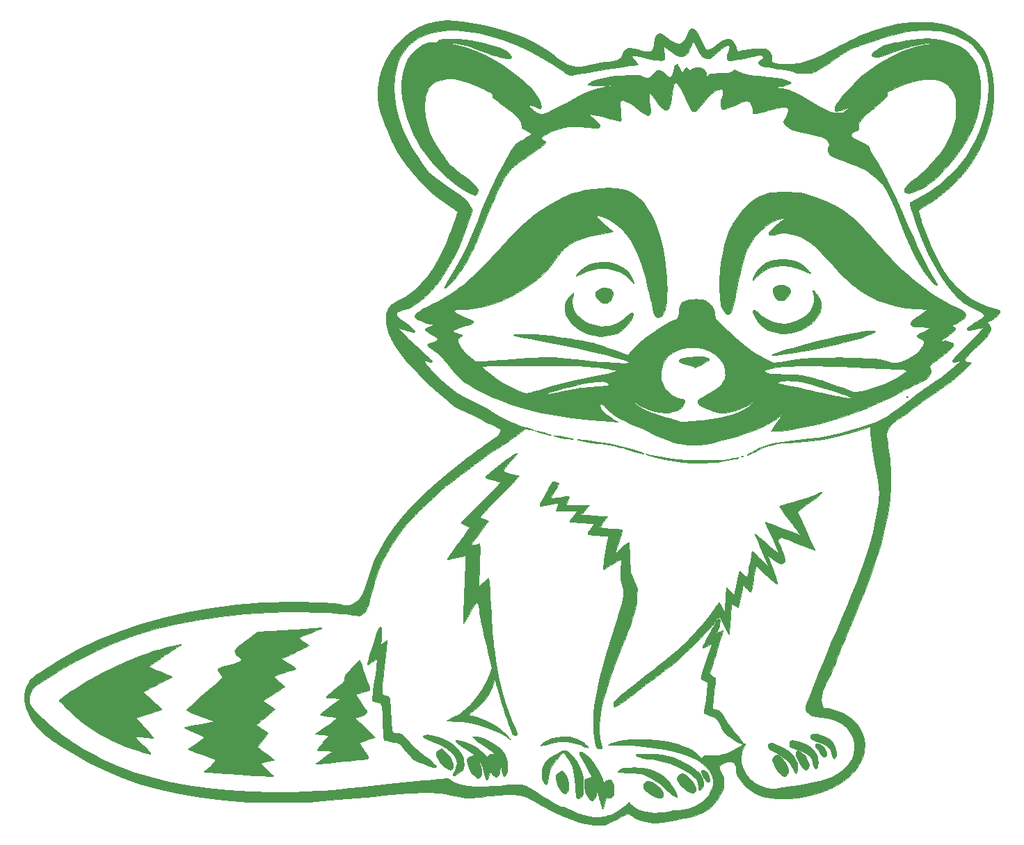
<source format=gbr>
%TF.GenerationSoftware,KiCad,Pcbnew,9.0.6*%
%TF.CreationDate,2026-01-01T13:35:09+01:00*%
%TF.ProjectId,Rocket,526f636b-6574-42e6-9b69-6361645f7063,rev?*%
%TF.SameCoordinates,Original*%
%TF.FileFunction,Legend,Top*%
%TF.FilePolarity,Positive*%
%FSLAX46Y46*%
G04 Gerber Fmt 4.6, Leading zero omitted, Abs format (unit mm)*
G04 Created by KiCad (PCBNEW 9.0.6) date 2026-01-01 13:35:09*
%MOMM*%
%LPD*%
G01*
G04 APERTURE LIST*
%ADD10C,0.010000*%
G04 APERTURE END LIST*
D10*
%TO.C,G\u002A\u002A\u002A*%
X88347188Y-45963605D02*
X89298270Y-46059385D01*
X90334923Y-46211373D01*
X91433726Y-46416220D01*
X92571258Y-46670579D01*
X93526746Y-46916545D01*
X94684192Y-47249944D01*
X95708846Y-47586711D01*
X96636664Y-47944296D01*
X97503600Y-48340149D01*
X98345610Y-48791720D01*
X99198649Y-49316460D01*
X100098671Y-49931819D01*
X100810355Y-50451515D01*
X101323078Y-50824825D01*
X101740244Y-51102323D01*
X102094346Y-51299002D01*
X102417876Y-51429852D01*
X102743326Y-51509864D01*
X103103188Y-51554029D01*
X103217700Y-51562214D01*
X103534741Y-51571935D01*
X103844037Y-51554400D01*
X104192653Y-51503487D01*
X104627655Y-51413072D01*
X104953367Y-51336430D01*
X105493982Y-51217889D01*
X106102367Y-51103622D01*
X106695751Y-51008300D01*
X107099640Y-50956019D01*
X107616050Y-50892158D01*
X107996261Y-50819039D01*
X108273190Y-50718861D01*
X108479757Y-50573824D01*
X108648880Y-50366125D01*
X108813477Y-50077963D01*
X108848033Y-50010522D01*
X109040269Y-49678014D01*
X109240332Y-49456564D01*
X109477797Y-49338011D01*
X109782241Y-49314194D01*
X110183239Y-49376952D01*
X110672715Y-49507023D01*
X111124700Y-49619347D01*
X111558049Y-49690862D01*
X111934026Y-49718091D01*
X112213895Y-49697554D01*
X112327858Y-49655670D01*
X112494816Y-49447244D01*
X112613275Y-49078243D01*
X112660527Y-48782612D01*
X112740690Y-48284620D01*
X112848743Y-47933562D01*
X112992208Y-47708270D01*
X113064351Y-47646396D01*
X113288590Y-47537837D01*
X113516966Y-47543085D01*
X113779578Y-47670601D01*
X114106522Y-47928851D01*
X114124026Y-47944392D01*
X114532341Y-48269941D01*
X114946535Y-48532686D01*
X115329001Y-48712177D01*
X115642134Y-48787962D01*
X115677378Y-48789133D01*
X115947352Y-48713500D01*
X116222240Y-48511305D01*
X116463335Y-48219608D01*
X116631935Y-47875466D01*
X116632084Y-47875019D01*
X116817290Y-47403421D01*
X117008463Y-47090557D01*
X117209374Y-46937569D01*
X117423794Y-46945599D01*
X117655492Y-47115787D01*
X117908239Y-47449276D01*
X118185806Y-47947207D01*
X118404697Y-48411667D01*
X118582935Y-48795547D01*
X118748560Y-49124690D01*
X118884416Y-49366815D01*
X118973346Y-49489642D01*
X118980610Y-49495193D01*
X119140527Y-49543621D01*
X119348402Y-49502444D01*
X119625499Y-49362623D01*
X119993083Y-49115120D01*
X120153054Y-48996869D01*
X120474387Y-48763330D01*
X120785114Y-48551262D01*
X121033528Y-48395505D01*
X121100160Y-48358677D01*
X121508928Y-48214129D01*
X121864221Y-48230242D01*
X122166014Y-48406996D01*
X122414278Y-48744375D01*
X122608989Y-49242362D01*
X122642643Y-49365671D01*
X122711873Y-49585647D01*
X122777802Y-49716511D01*
X122799854Y-49732190D01*
X122904999Y-49714039D01*
X123134844Y-49663945D01*
X123449740Y-49590747D01*
X123645103Y-49543773D01*
X124195046Y-49435232D01*
X124761396Y-49367456D01*
X125306598Y-49341142D01*
X125793097Y-49356983D01*
X126183338Y-49415675D01*
X126398944Y-49492832D01*
X126738023Y-49763514D01*
X126938234Y-50129044D01*
X126995484Y-50581756D01*
X126994435Y-50608355D01*
X126974521Y-51030576D01*
X127436277Y-51140543D01*
X127851188Y-51206929D01*
X128377037Y-51243893D01*
X128958046Y-51251659D01*
X129538436Y-51230454D01*
X130062429Y-51180502D01*
X130365094Y-51128705D01*
X130879291Y-51003405D01*
X131394417Y-50848752D01*
X131932463Y-50655376D01*
X132515417Y-50413909D01*
X133165269Y-50114979D01*
X133904007Y-49749217D01*
X134753620Y-49307254D01*
X135206320Y-49065806D01*
X135945284Y-48671795D01*
X136565003Y-48348313D01*
X137093446Y-48082216D01*
X137558581Y-47860355D01*
X137988377Y-47669584D01*
X138410803Y-47496755D01*
X138853827Y-47328723D01*
X139064798Y-47252091D01*
X140722108Y-46732325D01*
X142352603Y-46375313D01*
X143967991Y-46178913D01*
X145170033Y-46135722D01*
X146394720Y-46182943D01*
X147505336Y-46327465D01*
X148530560Y-46575504D01*
X149499067Y-46933272D01*
X150041932Y-47191352D01*
X150692605Y-47576727D01*
X151329460Y-48047505D01*
X151919821Y-48573205D01*
X152431013Y-49123347D01*
X152830359Y-49667449D01*
X152980101Y-49932133D01*
X153165289Y-50359021D01*
X153359675Y-50907700D01*
X153548754Y-51532297D01*
X153718020Y-52186939D01*
X153780471Y-52463323D01*
X153890451Y-53147663D01*
X153957210Y-53944995D01*
X153980778Y-54804593D01*
X153961180Y-55675732D01*
X153898446Y-56507686D01*
X153792604Y-57249730D01*
X153777792Y-57326394D01*
X153396609Y-58824490D01*
X152857348Y-60308388D01*
X152171037Y-61755099D01*
X151348703Y-63141636D01*
X150401373Y-64445008D01*
X150307651Y-64560762D01*
X149567666Y-65393504D01*
X148720676Y-66221685D01*
X147806575Y-67011755D01*
X146865256Y-67730165D01*
X145936616Y-68343367D01*
X145531893Y-68576922D01*
X145218908Y-68758610D01*
X144971215Y-68921463D01*
X144821068Y-69043180D01*
X144791060Y-69089200D01*
X144815881Y-69203267D01*
X144885665Y-69447328D01*
X144991180Y-69790948D01*
X145123192Y-70203694D01*
X145202002Y-70443867D01*
X145806606Y-72143239D01*
X146443007Y-73680683D01*
X147114680Y-75061220D01*
X147825100Y-76289870D01*
X148577742Y-77371652D01*
X149376082Y-78311588D01*
X150223595Y-79114698D01*
X151123755Y-79786002D01*
X152028033Y-80304831D01*
X152594936Y-80559684D01*
X153192224Y-80781254D01*
X153754487Y-80946783D01*
X154060033Y-81011835D01*
X154402201Y-81090901D01*
X154602250Y-81196394D01*
X154687179Y-81346144D01*
X154695033Y-81431206D01*
X154624218Y-81637531D01*
X154433218Y-81885978D01*
X154154201Y-82144765D01*
X153819336Y-82382106D01*
X153619755Y-82493628D01*
X153387151Y-82611164D01*
X153224628Y-82694193D01*
X153179274Y-82718114D01*
X153214335Y-82776958D01*
X153344968Y-82894956D01*
X153369774Y-82914759D01*
X153545396Y-83151555D01*
X153586937Y-83464448D01*
X153500622Y-83834731D01*
X153292674Y-84243694D01*
X152969318Y-84672627D01*
X152687655Y-84965245D01*
X152423030Y-85216751D01*
X152082925Y-85539950D01*
X151714625Y-85889908D01*
X151420801Y-86169073D01*
X151000461Y-86589783D01*
X150697515Y-86940002D01*
X150517692Y-87211762D01*
X150466718Y-87397095D01*
X150494209Y-87457865D01*
X150606083Y-87502621D01*
X150819887Y-87548283D01*
X150907772Y-87561566D01*
X151266033Y-87609965D01*
X150419367Y-88460463D01*
X150073070Y-88801416D01*
X149733856Y-89118555D01*
X149382142Y-89427245D01*
X148998342Y-89742846D01*
X148562873Y-90080722D01*
X148056149Y-90456235D01*
X147458587Y-90884748D01*
X146750602Y-91381623D01*
X146270700Y-91714772D01*
X145757215Y-92072893D01*
X145275064Y-92414232D01*
X144846429Y-92722688D01*
X144493494Y-92982160D01*
X144238441Y-93176549D01*
X144111700Y-93281809D01*
X143928194Y-93432714D01*
X143638662Y-93646439D01*
X143280732Y-93896156D01*
X142892035Y-94155038D01*
X142835179Y-94191857D01*
X142221118Y-94605000D01*
X141747028Y-94966968D01*
X141397977Y-95294988D01*
X141159033Y-95606288D01*
X141015263Y-95918094D01*
X140951736Y-96247635D01*
X140945670Y-96371800D01*
X140958060Y-96604985D01*
X140996677Y-96956340D01*
X141055480Y-97377805D01*
X141126618Y-97811133D01*
X141348755Y-99393535D01*
X141455861Y-100998471D01*
X141446464Y-102638430D01*
X141319091Y-104325902D01*
X141072267Y-106073374D01*
X140704519Y-107893336D01*
X140214376Y-109798278D01*
X139600361Y-111800686D01*
X139408798Y-112372436D01*
X139150065Y-113115507D01*
X138866817Y-113896903D01*
X138552698Y-114732768D01*
X138201352Y-115639246D01*
X137806424Y-116632478D01*
X137361559Y-117728610D01*
X136860401Y-118943782D01*
X136296593Y-120294140D01*
X136191610Y-120544133D01*
X135900681Y-121241169D01*
X135622474Y-121916788D01*
X135365960Y-122548532D01*
X135140111Y-123113943D01*
X134953901Y-123590561D01*
X134816300Y-123955929D01*
X134737140Y-124184800D01*
X134620318Y-124508429D01*
X134442932Y-124932514D01*
X134226194Y-125409232D01*
X133991318Y-125890762D01*
X133910897Y-126047467D01*
X133683683Y-126494923D01*
X133473690Y-126928702D01*
X133299300Y-127309373D01*
X133178897Y-127597503D01*
X133148114Y-127683700D01*
X133038054Y-128177143D01*
X133002254Y-128702624D01*
X133042774Y-129188906D01*
X133098141Y-129413250D01*
X133182296Y-129619962D01*
X133291780Y-129709697D01*
X133490506Y-129730354D01*
X133521389Y-129730467D01*
X133906215Y-129768669D01*
X134385231Y-129872936D01*
X134904238Y-130027758D01*
X135409038Y-130217624D01*
X135715773Y-130358453D01*
X136200063Y-130651475D01*
X136699850Y-131037648D01*
X137164367Y-131472020D01*
X137542850Y-131909637D01*
X137663950Y-132083597D01*
X137980291Y-132721737D01*
X138187200Y-133446067D01*
X138277984Y-134208169D01*
X138245949Y-134959626D01*
X138135407Y-135493599D01*
X137827312Y-136258572D01*
X137364501Y-136997333D01*
X136760979Y-137698087D01*
X136030749Y-138349040D01*
X135187815Y-138938398D01*
X134246179Y-139454367D01*
X133219847Y-139885154D01*
X132724033Y-140051190D01*
X131404215Y-140407629D01*
X130142990Y-140645546D01*
X128948296Y-140766508D01*
X127828071Y-140772083D01*
X126790254Y-140663839D01*
X125842783Y-140443344D01*
X124993597Y-140112166D01*
X124250635Y-139671873D01*
X123621835Y-139124033D01*
X123115135Y-138470214D01*
X122914868Y-138113708D01*
X122747026Y-137751740D01*
X122655597Y-137472101D01*
X122624065Y-137215567D01*
X122625634Y-137076638D01*
X122623885Y-136805187D01*
X122572646Y-136631643D01*
X122447782Y-136486488D01*
X122408798Y-136452116D01*
X122096266Y-136290281D01*
X121704859Y-136255911D01*
X121268306Y-136350001D01*
X121110364Y-136413795D01*
X120778047Y-136618780D01*
X120607149Y-136863370D01*
X120596048Y-137155341D01*
X120743120Y-137502470D01*
X120849533Y-137663614D01*
X120983976Y-137862190D01*
X121065616Y-138033161D01*
X121107540Y-138229529D01*
X121122833Y-138504295D01*
X121124700Y-138778121D01*
X121115774Y-139178402D01*
X121080650Y-139476055D01*
X121006803Y-139737231D01*
X120892363Y-140005447D01*
X120452807Y-140771179D01*
X119890569Y-141439197D01*
X119490637Y-141800964D01*
X119129504Y-142083786D01*
X118780797Y-142318231D01*
X118416770Y-142515167D01*
X118009680Y-142685462D01*
X117531781Y-142839984D01*
X116955329Y-142989598D01*
X116252579Y-143145174D01*
X115846677Y-143228291D01*
X115253549Y-143343735D01*
X114670477Y-143450394D01*
X114133494Y-143542184D01*
X113678635Y-143613022D01*
X113341932Y-143656824D01*
X113265358Y-143664111D01*
X112453284Y-143672566D01*
X111666389Y-143571797D01*
X110939979Y-143370262D01*
X110309361Y-143076418D01*
X110029723Y-142888961D01*
X109791681Y-142728026D01*
X109584210Y-142623045D01*
X109491190Y-142599800D01*
X109344603Y-142637821D01*
X109096964Y-142738809D01*
X108795053Y-142883153D01*
X108708755Y-142927829D01*
X108125400Y-143235989D01*
X107669969Y-143475974D01*
X107319353Y-143656175D01*
X107050440Y-143784980D01*
X106840119Y-143870779D01*
X106665281Y-143921961D01*
X106502813Y-143946915D01*
X106329605Y-143954030D01*
X106122546Y-143951697D01*
X105896978Y-143948509D01*
X105382677Y-143926360D01*
X104835819Y-143872778D01*
X104351167Y-143797358D01*
X104299005Y-143786730D01*
X103468642Y-143582408D01*
X102621849Y-143313136D01*
X101738953Y-142970264D01*
X100800282Y-142545144D01*
X99786162Y-142029124D01*
X98676920Y-141413556D01*
X97994974Y-141015076D01*
X97605484Y-140798548D01*
X97202437Y-140598676D01*
X96847191Y-140444928D01*
X96696264Y-140391282D01*
X96193142Y-140286064D01*
X95537159Y-140234340D01*
X94736087Y-140236021D01*
X93797695Y-140291016D01*
X92729756Y-140399237D01*
X92393011Y-140441069D01*
X91652967Y-140532649D01*
X91046170Y-140596093D01*
X90538830Y-140631067D01*
X90097161Y-140637238D01*
X89687373Y-140614272D01*
X89275677Y-140561838D01*
X88828286Y-140479600D01*
X88467862Y-140402364D01*
X87854620Y-140272390D01*
X87278664Y-140166132D01*
X86720954Y-140083486D01*
X86162449Y-140024349D01*
X85584109Y-139988619D01*
X84966893Y-139976191D01*
X84291762Y-139986962D01*
X83539675Y-140020829D01*
X82691592Y-140077688D01*
X81728473Y-140157436D01*
X80631276Y-140259970D01*
X79680367Y-140354660D01*
X78628087Y-140459346D01*
X77523699Y-140565373D01*
X76397828Y-140670036D01*
X75281103Y-140770630D01*
X74204152Y-140864448D01*
X73197603Y-140948787D01*
X72292082Y-141020940D01*
X71518218Y-141078202D01*
X71383033Y-141087555D01*
X70795416Y-141119516D01*
X70076591Y-141145467D01*
X69255114Y-141165400D01*
X68359544Y-141179306D01*
X67418439Y-141187179D01*
X66460357Y-141189010D01*
X65513856Y-141184792D01*
X64607493Y-141174516D01*
X63769826Y-141158176D01*
X63029414Y-141135764D01*
X62414814Y-141107271D01*
X62154367Y-141090046D01*
X59498080Y-140840435D01*
X56976566Y-140502432D01*
X54577936Y-140072290D01*
X52290303Y-139546263D01*
X50101779Y-138920604D01*
X48000478Y-138191567D01*
X45974512Y-137355405D01*
X44011993Y-136408373D01*
X42101035Y-135346722D01*
X40268033Y-134192273D01*
X39893425Y-133942442D01*
X39514277Y-133689630D01*
X39187436Y-133471743D01*
X39048899Y-133379413D01*
X38593898Y-133032566D01*
X38102792Y-132585238D01*
X37622097Y-132084753D01*
X37198333Y-131578438D01*
X36978083Y-131272591D01*
X36498335Y-130433579D01*
X36183615Y-129609968D01*
X36034179Y-128805005D01*
X36038641Y-128588025D01*
X36585033Y-128588025D01*
X36600951Y-128877357D01*
X36659258Y-129137823D01*
X36775787Y-129394502D01*
X36966369Y-129672470D01*
X37246836Y-129996805D01*
X37633021Y-130392583D01*
X37871692Y-130626057D01*
X39185042Y-131835315D01*
X40497495Y-132910638D01*
X41848299Y-133879559D01*
X43276703Y-134769610D01*
X44821955Y-135608322D01*
X45348033Y-135870613D01*
X47264879Y-136734970D01*
X49267755Y-137494156D01*
X51363372Y-138149471D01*
X53558442Y-138702212D01*
X55859674Y-139153678D01*
X58273780Y-139505166D01*
X60807470Y-139757976D01*
X63467456Y-139913406D01*
X66260448Y-139972752D01*
X66557033Y-139973459D01*
X67423906Y-139971017D01*
X68254130Y-139961709D01*
X69064186Y-139944373D01*
X69870557Y-139917849D01*
X70689726Y-139880975D01*
X71538175Y-139832588D01*
X72432386Y-139771528D01*
X73388843Y-139696632D01*
X74424027Y-139606738D01*
X75554422Y-139500686D01*
X76796509Y-139377313D01*
X78166772Y-139235458D01*
X79681692Y-139073959D01*
X80357700Y-139000792D01*
X81197723Y-138910243D01*
X82067257Y-138817788D01*
X82933050Y-138726877D01*
X83761850Y-138640958D01*
X84520406Y-138563479D01*
X85175465Y-138497889D01*
X85671221Y-138449768D01*
X87555742Y-138271248D01*
X87804954Y-138448703D01*
X88385509Y-138779673D01*
X89087314Y-139030020D01*
X89915724Y-139200380D01*
X90876092Y-139291392D01*
X91973774Y-139303691D01*
X93214123Y-139237916D01*
X93904367Y-139174409D01*
X94427721Y-139126122D01*
X94972150Y-139085975D01*
X95476870Y-139057862D01*
X95881096Y-139045676D01*
X95917614Y-139045473D01*
X96309629Y-139050128D01*
X96591628Y-139074002D01*
X96822771Y-139128973D01*
X97062218Y-139226918D01*
X97229948Y-139308971D01*
X97493121Y-139452685D01*
X97855179Y-139665794D01*
X98274560Y-139923101D01*
X98709697Y-140199409D01*
X98857367Y-140295511D01*
X99381242Y-140630744D01*
X99895104Y-140944737D01*
X100375890Y-141224689D01*
X100800537Y-141457805D01*
X101145983Y-141631283D01*
X101389164Y-141732328D01*
X101483989Y-141753133D01*
X101610661Y-141786399D01*
X101851400Y-141876006D01*
X102166838Y-142006665D01*
X102391168Y-142105414D01*
X103291589Y-142484521D01*
X104080451Y-142758827D01*
X104775137Y-142933295D01*
X105393028Y-143012887D01*
X105591745Y-143019235D01*
X106007229Y-143004919D01*
X106433292Y-142963544D01*
X106785308Y-142903645D01*
X106819411Y-142895401D01*
X107529518Y-142651508D01*
X108222110Y-142295926D01*
X108836306Y-141862324D01*
X109072015Y-141649620D01*
X109574187Y-141155184D01*
X109796758Y-141419694D01*
X110186276Y-141777059D01*
X110713568Y-142080920D01*
X111190869Y-142273243D01*
X111622489Y-142379501D01*
X112166100Y-142447067D01*
X112768709Y-142475367D01*
X113377319Y-142463828D01*
X113938937Y-142411877D01*
X114400567Y-142318941D01*
X114436033Y-142308350D01*
X115021859Y-142189512D01*
X115503420Y-142168515D01*
X116284554Y-142117204D01*
X117060739Y-141926142D01*
X117799411Y-141611200D01*
X118468003Y-141188250D01*
X119033948Y-140673163D01*
X119324703Y-140306200D01*
X119545450Y-139915347D01*
X119720351Y-139474774D01*
X119833653Y-139037848D01*
X119869605Y-138657936D01*
X119854620Y-138510784D01*
X119741117Y-138035905D01*
X119597273Y-137665686D01*
X119390311Y-137340224D01*
X119087453Y-136999621D01*
X118956379Y-136869302D01*
X118559043Y-136498210D01*
X118211552Y-136219943D01*
X117856482Y-135996304D01*
X117436409Y-135789096D01*
X117140637Y-135661510D01*
X116192831Y-135315376D01*
X115108724Y-135007092D01*
X113918147Y-134741735D01*
X112650932Y-134524384D01*
X111336910Y-134360117D01*
X110005911Y-134254014D01*
X108687768Y-134211153D01*
X108618857Y-134210743D01*
X107070033Y-134203686D01*
X107493367Y-134003146D01*
X107908139Y-133842886D01*
X108407559Y-133719189D01*
X109009891Y-133629720D01*
X109733400Y-133572145D01*
X110596350Y-133544129D01*
X111113091Y-133540467D01*
X112070258Y-133553138D01*
X112896309Y-133594381D01*
X113627791Y-133669034D01*
X114301248Y-133781939D01*
X114953229Y-133937937D01*
X115598272Y-134134531D01*
X116243582Y-134358778D01*
X116754046Y-134561519D01*
X117159936Y-134758811D01*
X117491520Y-134966712D01*
X117779068Y-135201280D01*
X117976027Y-135395903D01*
X118424877Y-135868800D01*
X118602934Y-135657133D01*
X118688580Y-135564597D01*
X118782360Y-135505021D01*
X118919671Y-135472450D01*
X119135908Y-135460926D01*
X119466467Y-135464493D01*
X119710473Y-135470746D01*
X120174029Y-135476642D01*
X120522496Y-135461269D01*
X120809390Y-135419013D01*
X121088229Y-135344261D01*
X121169275Y-135317711D01*
X121669327Y-135123270D01*
X122236368Y-134861028D01*
X122801553Y-134564288D01*
X123149933Y-134359640D01*
X123481832Y-134153796D01*
X123095814Y-133983042D01*
X122847336Y-133856317D01*
X122529783Y-133670972D01*
X122181789Y-133452436D01*
X121841990Y-133226140D01*
X121549023Y-133017511D01*
X121341522Y-132851981D01*
X121274292Y-132784149D01*
X121193706Y-132656935D01*
X121057106Y-132416248D01*
X120885307Y-132099515D01*
X120741285Y-131825728D01*
X120520756Y-131418426D01*
X120328811Y-131130480D01*
X120124556Y-130926820D01*
X119867096Y-130772378D01*
X119515537Y-130632087D01*
X119241862Y-130539933D01*
X118989787Y-130449076D01*
X118811988Y-130369301D01*
X118759733Y-130332356D01*
X118760117Y-130233471D01*
X118783278Y-129992942D01*
X118826073Y-129636463D01*
X118885362Y-129189729D01*
X118958002Y-128678435D01*
X118981004Y-128522514D01*
X119056610Y-127991760D01*
X119118542Y-127512731D01*
X119163805Y-127112515D01*
X119189409Y-126818200D01*
X119192362Y-126656871D01*
X119188967Y-126639832D01*
X119084513Y-126526193D01*
X118880850Y-126396010D01*
X118773233Y-126343570D01*
X118545441Y-126236729D01*
X118387700Y-126151572D01*
X118354516Y-126127727D01*
X118366120Y-126036111D01*
X118427206Y-125806539D01*
X118531041Y-125460788D01*
X118670894Y-125020631D01*
X118840033Y-124507843D01*
X119010106Y-124006971D01*
X119198575Y-123451367D01*
X119362842Y-122952290D01*
X119496397Y-122530768D01*
X119592730Y-122207827D01*
X119645329Y-122004494D01*
X119649721Y-121941133D01*
X119540589Y-121974077D01*
X119327671Y-122059803D01*
X119097509Y-122161489D01*
X118840643Y-122269594D01*
X118649613Y-122332313D01*
X118571867Y-122337523D01*
X118594829Y-122251833D01*
X118686933Y-122044542D01*
X118834354Y-121741664D01*
X119023266Y-121369210D01*
X119239844Y-120953196D01*
X119470262Y-120519634D01*
X119700697Y-120094538D01*
X119917321Y-119703922D01*
X120106311Y-119373799D01*
X120253840Y-119130183D01*
X120346083Y-118999086D01*
X120346192Y-118998967D01*
X120489909Y-118863657D01*
X120589125Y-118808467D01*
X120646365Y-118883282D01*
X120661259Y-119081258D01*
X120637808Y-119362689D01*
X120580016Y-119687867D01*
X120491883Y-120017086D01*
X120457005Y-120119345D01*
X120254977Y-120675926D01*
X120632985Y-120454399D01*
X120850750Y-120334594D01*
X121000106Y-120267098D01*
X121038315Y-120261502D01*
X121020397Y-120346133D01*
X120956743Y-120572505D01*
X120853267Y-120921092D01*
X120715883Y-121372372D01*
X120550504Y-121906820D01*
X120363047Y-122504914D01*
X120260221Y-122830133D01*
X120061740Y-123458655D01*
X119880284Y-124038223D01*
X119722143Y-124548359D01*
X119593605Y-124968581D01*
X119500959Y-125278411D01*
X119450496Y-125457369D01*
X119443085Y-125490953D01*
X119501006Y-125603847D01*
X119656329Y-125756933D01*
X119858478Y-125908088D01*
X120056875Y-126015186D01*
X120084717Y-126025361D01*
X120111707Y-126097044D01*
X120114006Y-126292888D01*
X120090854Y-126623170D01*
X120041488Y-127098164D01*
X119965147Y-127728146D01*
X119949299Y-127852428D01*
X119883242Y-128386490D01*
X119828817Y-128864206D01*
X119788564Y-129259953D01*
X119765018Y-129548110D01*
X119760718Y-129703057D01*
X119764234Y-129721084D01*
X119867522Y-129784338D01*
X120075511Y-129858735D01*
X120183679Y-129888528D01*
X120407114Y-129964342D01*
X120602295Y-130084643D01*
X120791420Y-130273771D01*
X120996684Y-130556063D01*
X121240285Y-130955857D01*
X121378402Y-131198519D01*
X121652098Y-131632731D01*
X122005997Y-132116592D01*
X122393539Y-132587479D01*
X122497821Y-132704179D01*
X122790806Y-133036918D01*
X123054912Y-133357507D01*
X123260436Y-133628589D01*
X123374932Y-133807336D01*
X123511429Y-134020843D01*
X123633260Y-134084711D01*
X123671950Y-134076302D01*
X123731706Y-134080919D01*
X123711223Y-134184201D01*
X123605659Y-134407180D01*
X123587907Y-134441330D01*
X123333048Y-135084506D01*
X123225488Y-135741147D01*
X123263461Y-136333626D01*
X123484873Y-137074653D01*
X123852914Y-137753960D01*
X124350503Y-138353107D01*
X124960562Y-138853657D01*
X125666009Y-139237170D01*
X126098981Y-139394740D01*
X126322741Y-139457440D01*
X126538183Y-139501842D01*
X126767576Y-139526850D01*
X127033187Y-139531368D01*
X127357286Y-139514301D01*
X127762140Y-139474552D01*
X128270018Y-139411024D01*
X128903188Y-139322622D01*
X129582474Y-139223267D01*
X130797353Y-139028062D01*
X131858989Y-138821719D01*
X132783408Y-138597757D01*
X133586636Y-138349696D01*
X134284699Y-138071053D01*
X134893624Y-137755348D01*
X135429435Y-137396101D01*
X135908161Y-136986829D01*
X136345826Y-136521053D01*
X136387956Y-136471112D01*
X136761194Y-135900846D01*
X136987782Y-135276970D01*
X137072765Y-134621121D01*
X137021186Y-133954938D01*
X136838091Y-133300060D01*
X136528524Y-132678126D01*
X136097530Y-132110775D01*
X135550152Y-131619646D01*
X135203734Y-131391270D01*
X134824028Y-131214455D01*
X134328209Y-131065022D01*
X133698487Y-130938575D01*
X132953664Y-130834987D01*
X132365921Y-130746276D01*
X131918283Y-130630020D01*
X131582381Y-130475685D01*
X131329842Y-130272738D01*
X131275254Y-130211800D01*
X131135132Y-130013794D01*
X131087696Y-129822838D01*
X131106025Y-129575842D01*
X131173989Y-129295237D01*
X131297198Y-128953650D01*
X131412975Y-128698732D01*
X131541797Y-128420985D01*
X131704991Y-128033787D01*
X131881884Y-127587825D01*
X132051805Y-127133783D01*
X132056239Y-127121510D01*
X132366629Y-126287256D01*
X132742003Y-125325190D01*
X133184412Y-124230292D01*
X133695908Y-122997541D01*
X134278543Y-121621918D01*
X134796405Y-120417133D01*
X135511588Y-118749978D01*
X136155378Y-117220568D01*
X136732332Y-115815304D01*
X137247007Y-114520587D01*
X137703960Y-113322815D01*
X138107747Y-112208390D01*
X138462924Y-111163712D01*
X138774049Y-110175180D01*
X139045678Y-109229196D01*
X139282367Y-108312158D01*
X139488674Y-107410467D01*
X139669154Y-106510524D01*
X139828365Y-105598728D01*
X139888374Y-105219467D01*
X139953489Y-104783751D01*
X140003779Y-104398892D01*
X140037632Y-104044305D01*
X140053439Y-103699405D01*
X140049589Y-103343607D01*
X140024473Y-102956327D01*
X139976482Y-102516979D01*
X139904004Y-102004980D01*
X139805430Y-101399743D01*
X139679150Y-100680684D01*
X139523555Y-99827219D01*
X139424849Y-99292800D01*
X139247224Y-98294698D01*
X139113615Y-97456479D01*
X139023621Y-96774621D01*
X138976841Y-96245602D01*
X138972875Y-95865901D01*
X139009407Y-95637355D01*
X139098786Y-95380964D01*
X137604743Y-95868136D01*
X135469214Y-96479203D01*
X133305754Y-96930475D01*
X131132489Y-97218527D01*
X130014700Y-97302117D01*
X129094920Y-97359712D01*
X128319085Y-97426269D01*
X127661844Y-97507307D01*
X127097844Y-97608344D01*
X126601732Y-97734901D01*
X126148155Y-97892495D01*
X125711762Y-98086645D01*
X125267199Y-98322871D01*
X125231033Y-98343460D01*
X124993589Y-98468543D01*
X124713072Y-98601032D01*
X124429587Y-98724160D01*
X124183236Y-98821162D01*
X124014123Y-98875270D01*
X123961033Y-98874432D01*
X124027439Y-98815531D01*
X124187813Y-98721533D01*
X124193867Y-98718371D01*
X124388869Y-98610105D01*
X124663279Y-98449634D01*
X124916450Y-98296827D01*
X125501717Y-98001966D01*
X126248294Y-97736655D01*
X127157232Y-97500671D01*
X128229582Y-97293791D01*
X129466396Y-97115793D01*
X130868723Y-96966453D01*
X131411700Y-96919872D01*
X132642748Y-96776673D01*
X133980493Y-96540848D01*
X135395049Y-96219864D01*
X136856528Y-95821186D01*
X138335043Y-95352282D01*
X139775400Y-94830396D01*
X140111968Y-94690794D01*
X140447559Y-94528822D01*
X140800018Y-94332617D01*
X141187192Y-94090314D01*
X141626928Y-93790050D01*
X142137071Y-93419959D01*
X142735467Y-92968179D01*
X143439964Y-92422845D01*
X143683486Y-92232317D01*
X144154853Y-91868820D01*
X144658529Y-91490596D01*
X145148730Y-91131373D01*
X145579669Y-90824878D01*
X145786312Y-90683291D01*
X146352751Y-90295399D01*
X146925910Y-89888601D01*
X147490049Y-89475418D01*
X148029427Y-89068371D01*
X148528306Y-88679980D01*
X148970945Y-88322768D01*
X149341606Y-88009255D01*
X149624547Y-87751962D01*
X149804030Y-87563410D01*
X149864316Y-87456120D01*
X149858940Y-87443485D01*
X149759654Y-87439454D01*
X149565355Y-87480990D01*
X149512347Y-87496468D01*
X149274692Y-87545276D01*
X149088251Y-87543219D01*
X149068501Y-87537308D01*
X148991515Y-87481386D01*
X148980007Y-87388283D01*
X149042818Y-87247064D01*
X149188786Y-87046794D01*
X149426749Y-86776539D01*
X149765547Y-86425363D01*
X150214019Y-85982333D01*
X150717956Y-85496764D01*
X151182465Y-85046256D01*
X151611691Y-84617995D01*
X151991004Y-84227638D01*
X152305772Y-83890841D01*
X152541365Y-83623262D01*
X152683151Y-83440555D01*
X152716499Y-83358378D01*
X152716396Y-83358274D01*
X152626018Y-83362155D01*
X152408736Y-83397866D01*
X152102541Y-83458713D01*
X151913307Y-83499733D01*
X151424500Y-83601670D01*
X151079114Y-83655543D01*
X150858443Y-83662169D01*
X150743783Y-83622363D01*
X150715700Y-83552011D01*
X150784687Y-83433280D01*
X150969119Y-83260065D01*
X151235200Y-83057890D01*
X151549135Y-82852282D01*
X151877129Y-82668763D01*
X151901033Y-82656761D01*
X152310550Y-82428330D01*
X152614801Y-82207461D01*
X152793266Y-82010925D01*
X152832367Y-81895636D01*
X152798640Y-81771196D01*
X152686259Y-81636996D01*
X152478418Y-81481663D01*
X152158312Y-81293824D01*
X151709136Y-81062103D01*
X151324872Y-80875327D01*
X150874661Y-80654700D01*
X150538053Y-80472207D01*
X150273029Y-80299233D01*
X150037568Y-80107164D01*
X149789651Y-79867384D01*
X149682707Y-79757046D01*
X148651431Y-78583626D01*
X147696330Y-77290765D01*
X146813482Y-75871203D01*
X145998969Y-74317681D01*
X145248870Y-72622939D01*
X144559265Y-70779717D01*
X144139003Y-69490133D01*
X144009253Y-69063371D01*
X143899742Y-68691005D01*
X143819427Y-68404455D01*
X143777268Y-68235139D01*
X143773092Y-68206900D01*
X143844337Y-68131903D01*
X144037731Y-68002729D01*
X144322684Y-67838312D01*
X144626092Y-67678902D01*
X146039182Y-66876588D01*
X147357513Y-65945932D01*
X148569904Y-64897967D01*
X149665170Y-63743725D01*
X150632129Y-62494238D01*
X151459600Y-61160537D01*
X151703894Y-60696380D01*
X152253467Y-59461844D01*
X152701614Y-58156405D01*
X153038527Y-56819784D01*
X153254399Y-55491701D01*
X153339421Y-54211875D01*
X153340367Y-54068817D01*
X153286264Y-52956797D01*
X153119826Y-51959805D01*
X152834854Y-51060928D01*
X152425148Y-50243252D01*
X151884513Y-49489866D01*
X151511751Y-49079001D01*
X151216413Y-48790596D01*
X150945995Y-48564499D01*
X150651676Y-48366904D01*
X150284634Y-48164006D01*
X149945417Y-47994434D01*
X149303523Y-47700596D01*
X148716194Y-47480132D01*
X148136782Y-47322209D01*
X147518638Y-47215992D01*
X146815116Y-47150649D01*
X146186033Y-47121377D01*
X145242470Y-47118088D01*
X144319511Y-47174688D01*
X143387514Y-47296609D01*
X142416838Y-47489282D01*
X141377841Y-47758140D01*
X140240881Y-48108613D01*
X139582033Y-48331536D01*
X139050386Y-48515995D01*
X138497436Y-48707568D01*
X137975871Y-48888019D01*
X137538379Y-49039112D01*
X137386121Y-49091584D01*
X136965681Y-49246054D01*
X136574967Y-49414090D01*
X136186021Y-49611860D01*
X135770883Y-49855528D01*
X135301595Y-50161263D01*
X134750200Y-50545230D01*
X134255913Y-50901579D01*
X133811151Y-51215953D01*
X133357236Y-51520360D01*
X132934666Y-51788740D01*
X132583936Y-51995035D01*
X132435580Y-52072957D01*
X132129035Y-52217864D01*
X131889878Y-52309423D01*
X131660695Y-52359607D01*
X131384068Y-52380386D01*
X131002583Y-52383731D01*
X130946033Y-52383526D01*
X130465454Y-52370358D01*
X130097839Y-52330353D01*
X129787911Y-52255862D01*
X129633700Y-52201917D01*
X129393039Y-52129956D01*
X129023651Y-52044247D01*
X128564742Y-51952763D01*
X128055519Y-51863473D01*
X127686367Y-51805993D01*
X127025129Y-51706041D01*
X126511132Y-51621007D01*
X126123450Y-51545959D01*
X125841158Y-51475961D01*
X125643329Y-51406082D01*
X125509040Y-51331387D01*
X125445724Y-51277729D01*
X125369850Y-51105127D01*
X125452539Y-50912027D01*
X125686669Y-50712902D01*
X125739643Y-50680305D01*
X125941797Y-50519354D01*
X125975890Y-50373134D01*
X125842319Y-50239197D01*
X125814016Y-50223284D01*
X125704990Y-50182574D01*
X125557918Y-50166548D01*
X125351136Y-50178267D01*
X125062978Y-50220790D01*
X124671779Y-50297176D01*
X124155874Y-50410485D01*
X123631593Y-50531456D01*
X122946198Y-50683130D01*
X122409775Y-50778220D01*
X122010214Y-50812355D01*
X121735407Y-50781166D01*
X121573242Y-50680282D01*
X121511611Y-50505333D01*
X121538403Y-50251950D01*
X121641509Y-49915760D01*
X121675076Y-49825392D01*
X121800852Y-49443205D01*
X121836257Y-49185289D01*
X121782051Y-49033196D01*
X121709671Y-48986131D01*
X121502329Y-48988709D01*
X121211441Y-49125916D01*
X120833316Y-49399941D01*
X120447367Y-49735813D01*
X120078571Y-50069051D01*
X119801324Y-50300568D01*
X119587236Y-50448179D01*
X119407919Y-50529700D01*
X119234984Y-50562946D01*
X119122690Y-50567133D01*
X118839876Y-50520388D01*
X118581508Y-50369195D01*
X118331388Y-50097123D01*
X118073315Y-49687738D01*
X117874579Y-49300995D01*
X117707367Y-48973157D01*
X117559039Y-48715417D01*
X117448076Y-48557986D01*
X117399367Y-48524251D01*
X117333485Y-48613816D01*
X117233651Y-48823785D01*
X117118565Y-49113623D01*
X117086855Y-49201585D01*
X116880862Y-49690497D01*
X116654351Y-50026898D01*
X116390489Y-50227566D01*
X116072441Y-50309283D01*
X115971824Y-50313133D01*
X115748712Y-50286619D01*
X115496814Y-50198660D01*
X115193001Y-50036632D01*
X114814149Y-49787909D01*
X114337132Y-49439867D01*
X114246125Y-49371063D01*
X114036306Y-49229192D01*
X113880475Y-49155606D01*
X113828863Y-49156415D01*
X113814809Y-49261375D01*
X113828367Y-49489664D01*
X113866417Y-49798087D01*
X113882848Y-49904134D01*
X113935444Y-50245783D01*
X113955766Y-50460473D01*
X113941442Y-50587918D01*
X113890098Y-50667831D01*
X113834443Y-50714078D01*
X113697423Y-50773957D01*
X113483727Y-50795687D01*
X113175850Y-50777447D01*
X112756284Y-50717420D01*
X112207521Y-50613785D01*
X111580192Y-50479844D01*
X110955430Y-50348010D01*
X110485041Y-50266023D01*
X110160816Y-50236395D01*
X109974547Y-50261634D01*
X109918026Y-50344250D01*
X109983044Y-50486753D01*
X110161391Y-50691652D01*
X110335238Y-50860454D01*
X110543801Y-51061574D01*
X110687871Y-51212204D01*
X110738065Y-51281513D01*
X110737405Y-51282448D01*
X110648302Y-51300884D01*
X110423360Y-51336593D01*
X110094629Y-51384756D01*
X109694156Y-51440554D01*
X109610033Y-51451968D01*
X109285282Y-51498681D01*
X108821519Y-51569329D01*
X108246648Y-51659345D01*
X107588574Y-51764160D01*
X106875204Y-51879209D01*
X106134440Y-51999923D01*
X105394189Y-52121735D01*
X104682355Y-52240078D01*
X104026843Y-52350385D01*
X103455558Y-52448088D01*
X102996406Y-52528620D01*
X102703018Y-52582468D01*
X102514608Y-52613141D01*
X102365865Y-52609456D01*
X102214190Y-52555335D01*
X102016986Y-52434697D01*
X101731653Y-52231466D01*
X101687018Y-52198980D01*
X100276556Y-51235104D01*
X98815555Y-50356768D01*
X97320875Y-49570065D01*
X95809373Y-48881088D01*
X94297904Y-48295931D01*
X92803328Y-47820686D01*
X91342500Y-47461446D01*
X89932279Y-47224304D01*
X88589521Y-47115355D01*
X87639033Y-47121329D01*
X86515253Y-47225584D01*
X85516942Y-47428135D01*
X84627276Y-47735480D01*
X83829436Y-48154114D01*
X83106598Y-48690534D01*
X82772217Y-49000800D01*
X82218510Y-49648743D01*
X81769834Y-50393745D01*
X81420335Y-51249343D01*
X81164163Y-52229076D01*
X81033763Y-53022467D01*
X80964115Y-54148804D01*
X81034534Y-55342369D01*
X81239498Y-56583912D01*
X81573485Y-57854182D01*
X82030976Y-59133930D01*
X82606448Y-60403906D01*
X83294382Y-61644861D01*
X83680592Y-62251133D01*
X83926668Y-62625384D01*
X84165147Y-62996778D01*
X84363646Y-63314455D01*
X84461427Y-63477562D01*
X84678870Y-63817843D01*
X84933307Y-64142653D01*
X85241710Y-64466436D01*
X85621054Y-64803636D01*
X86088311Y-65168698D01*
X86660454Y-65576066D01*
X87354457Y-66040184D01*
X87846776Y-66358543D01*
X88616845Y-66875268D01*
X89238090Y-67345586D01*
X89721428Y-67779272D01*
X90077778Y-68186101D01*
X90313978Y-68567459D01*
X90539039Y-69027467D01*
X90137447Y-70190133D01*
X89525614Y-71869310D01*
X88904889Y-73387621D01*
X88271194Y-74753467D01*
X87620450Y-75975247D01*
X86948579Y-77061361D01*
X86479271Y-77724426D01*
X85986987Y-78333432D01*
X85440570Y-78926064D01*
X84861573Y-79484900D01*
X84271546Y-79992519D01*
X83692043Y-80431500D01*
X83144616Y-80784421D01*
X82650817Y-81033860D01*
X82232198Y-81162395D01*
X82224630Y-81163631D01*
X81806589Y-81261555D01*
X81498147Y-81398305D01*
X81321947Y-81561553D01*
X81289033Y-81672941D01*
X81329715Y-81875571D01*
X81463912Y-82082153D01*
X81709847Y-82311970D01*
X82085745Y-82584304D01*
X82256486Y-82696526D01*
X82734330Y-83020742D01*
X83110903Y-83309337D01*
X83374284Y-83551320D01*
X83512551Y-83735701D01*
X83513782Y-83851490D01*
X83511675Y-83853691D01*
X83363526Y-83892009D01*
X83076216Y-83861034D01*
X82663845Y-83763479D01*
X82140513Y-83602053D01*
X82058308Y-83574208D01*
X81805885Y-83494125D01*
X81627321Y-83449290D01*
X81570582Y-83446695D01*
X81603951Y-83527936D01*
X81749278Y-83706788D01*
X81991821Y-83968523D01*
X82316836Y-84298413D01*
X82709580Y-84681728D01*
X83155310Y-85103739D01*
X83639283Y-85549718D01*
X84007594Y-85881359D01*
X84521369Y-86342595D01*
X84918621Y-86707553D01*
X85212121Y-86989306D01*
X85414638Y-87200924D01*
X85538942Y-87355480D01*
X85597803Y-87466045D01*
X85607033Y-87518567D01*
X85536398Y-87564277D01*
X85355274Y-87551638D01*
X85109828Y-87486581D01*
X84982373Y-87438330D01*
X84789672Y-87367908D01*
X84683129Y-87348581D01*
X84675700Y-87355346D01*
X84736029Y-87521568D01*
X84906073Y-87781750D01*
X85169413Y-88116869D01*
X85509631Y-88507904D01*
X85910310Y-88935835D01*
X86355031Y-89381638D01*
X86736662Y-89743144D01*
X87309870Y-90263130D01*
X87804004Y-90686632D01*
X88256889Y-91039676D01*
X88706351Y-91348286D01*
X89190216Y-91638486D01*
X89746309Y-91936301D01*
X90390700Y-92257165D01*
X90937299Y-92530444D01*
X91491693Y-92820188D01*
X92013698Y-93104502D01*
X92463129Y-93361494D01*
X92799803Y-93569271D01*
X92803700Y-93571842D01*
X93220519Y-93830234D01*
X93710222Y-94106387D01*
X94246305Y-94388062D01*
X94802265Y-94663023D01*
X95351599Y-94919036D01*
X95867802Y-95143862D01*
X96324371Y-95325267D01*
X96694803Y-95451013D01*
X96952593Y-95508865D01*
X97004214Y-95511146D01*
X97168780Y-95536801D01*
X97425057Y-95608442D01*
X97629700Y-95678677D01*
X97876837Y-95779852D01*
X97967117Y-95838475D01*
X97908137Y-95852342D01*
X97707496Y-95819248D01*
X97401861Y-95744776D01*
X97140432Y-95681750D01*
X96986404Y-95672248D01*
X96885495Y-95719476D01*
X96825644Y-95778827D01*
X96678032Y-95911020D01*
X96412628Y-96118052D01*
X96053799Y-96382757D01*
X95625914Y-96687973D01*
X95153341Y-97016536D01*
X94660449Y-97351284D01*
X94171605Y-97675052D01*
X93735033Y-97955640D01*
X93140964Y-98344665D01*
X92442022Y-98826251D01*
X91661865Y-99382711D01*
X90824147Y-99996358D01*
X89952523Y-100649506D01*
X89070648Y-101324467D01*
X88202178Y-102003553D01*
X87370768Y-102669079D01*
X86750033Y-103178343D01*
X86298715Y-103567665D01*
X85777711Y-104040975D01*
X85211277Y-104574147D01*
X84623671Y-105143055D01*
X84039151Y-105723572D01*
X83481975Y-106291571D01*
X82976399Y-106822925D01*
X82546682Y-107293508D01*
X82217082Y-107679194D01*
X82186598Y-107717133D01*
X81372675Y-108806263D01*
X80623246Y-109943449D01*
X79960396Y-111091387D01*
X79406212Y-112212771D01*
X79119241Y-112898056D01*
X78929647Y-113401072D01*
X78770387Y-113856294D01*
X78628045Y-114308304D01*
X78489208Y-114801684D01*
X78340458Y-115381019D01*
X78206569Y-115931062D01*
X78054592Y-116546092D01*
X77924409Y-117021475D01*
X77805801Y-117383846D01*
X77688550Y-117659837D01*
X77562436Y-117876084D01*
X77417242Y-118059219D01*
X77370922Y-118109086D01*
X77086058Y-118333763D01*
X76757767Y-118437675D01*
X76352624Y-118426894D01*
X76011674Y-118355985D01*
X75670280Y-118290732D01*
X75179739Y-118230084D01*
X74560190Y-118174678D01*
X73831772Y-118125148D01*
X73014626Y-118082127D01*
X72128890Y-118046252D01*
X71194704Y-118018156D01*
X70232207Y-117998474D01*
X69261540Y-117987840D01*
X68302840Y-117986890D01*
X67376248Y-117996257D01*
X66501903Y-118016576D01*
X65922033Y-118038080D01*
X62869549Y-118229445D01*
X59941288Y-118531248D01*
X57131748Y-118945096D01*
X54435423Y-119472595D01*
X51846808Y-120115351D01*
X49360400Y-120874973D01*
X46970694Y-121753066D01*
X44672184Y-122751238D01*
X42459368Y-123871094D01*
X40326739Y-125114243D01*
X39209700Y-125835251D01*
X38815753Y-126093720D01*
X38435895Y-126334616D01*
X38110097Y-126533122D01*
X37878331Y-126664421D01*
X37855033Y-126676342D01*
X37329469Y-127020272D01*
X36935760Y-127453102D01*
X36684446Y-127958970D01*
X36586066Y-128522009D01*
X36585033Y-128588025D01*
X36038641Y-128588025D01*
X36050285Y-128021935D01*
X36232190Y-127264002D01*
X36580150Y-126534453D01*
X36599861Y-126502109D01*
X36744691Y-126299323D01*
X36938477Y-126095471D01*
X37207839Y-125867264D01*
X37579399Y-125591410D01*
X37884501Y-125378154D01*
X40129129Y-123935435D01*
X42480160Y-122624422D01*
X44937600Y-121445114D01*
X47501454Y-120397510D01*
X50171725Y-119481607D01*
X52948420Y-118697404D01*
X55831544Y-118044900D01*
X58821100Y-117524093D01*
X61917094Y-117134982D01*
X64059367Y-116947340D01*
X64813206Y-116900265D01*
X65638423Y-116862655D01*
X66516710Y-116834284D01*
X67429762Y-116814927D01*
X68359273Y-116804355D01*
X69286939Y-116802344D01*
X70194452Y-116808666D01*
X71063508Y-116823095D01*
X71875801Y-116845405D01*
X72613025Y-116875369D01*
X73256875Y-116912760D01*
X73789045Y-116957353D01*
X74191230Y-117008921D01*
X74445123Y-117067238D01*
X74468195Y-117076096D01*
X74940693Y-117190003D01*
X75455102Y-117174068D01*
X75948725Y-117031603D01*
X76028970Y-116993571D01*
X76465074Y-116712186D01*
X76834214Y-116335663D01*
X77148368Y-115845503D01*
X77419516Y-115223208D01*
X77647965Y-114493598D01*
X78084564Y-113099716D01*
X78632019Y-111735476D01*
X79295878Y-110393759D01*
X80081689Y-109067446D01*
X80995000Y-107749418D01*
X82041361Y-106432555D01*
X83226319Y-105109738D01*
X84555424Y-103773848D01*
X86034223Y-102417765D01*
X87668266Y-101034371D01*
X88909033Y-100044687D01*
X89368349Y-99686565D01*
X89886641Y-99282608D01*
X90398389Y-98883877D01*
X90814033Y-98560147D01*
X91221315Y-98251877D01*
X91648036Y-97943760D01*
X92044429Y-97670897D01*
X92360724Y-97468387D01*
X92369383Y-97463212D01*
X92952798Y-97081257D01*
X93417455Y-96704590D01*
X93751855Y-96345070D01*
X93944497Y-96014552D01*
X93989033Y-95793255D01*
X93916320Y-95734599D01*
X93712659Y-95613660D01*
X93399767Y-95441419D01*
X92999361Y-95228854D01*
X92533158Y-94986943D01*
X92022876Y-94726666D01*
X91490231Y-94459001D01*
X90956941Y-94194927D01*
X90444722Y-93945423D01*
X89975292Y-93721469D01*
X89570367Y-93534041D01*
X89251666Y-93394121D01*
X89205367Y-93374923D01*
X88902142Y-93243652D01*
X88635679Y-93107510D01*
X88373475Y-92944489D01*
X88083024Y-92732587D01*
X87731823Y-92449797D01*
X87300367Y-92085234D01*
X85903584Y-90855840D01*
X84660905Y-89688181D01*
X83569901Y-88579407D01*
X82628141Y-87526668D01*
X81833197Y-86527112D01*
X81182639Y-85577890D01*
X80674038Y-84676151D01*
X80342456Y-83920933D01*
X80205268Y-83529957D01*
X80122897Y-83204513D01*
X80081602Y-82868748D01*
X80067642Y-82446812D01*
X80067255Y-82401800D01*
X80069481Y-82005881D01*
X80090197Y-81722445D01*
X80140120Y-81494821D01*
X80229962Y-81266337D01*
X80315367Y-81089467D01*
X80431700Y-80865800D01*
X80539941Y-80702869D01*
X80674451Y-80571771D01*
X80869593Y-80443603D01*
X81159732Y-80289461D01*
X81422628Y-80158133D01*
X82460130Y-79567584D01*
X83418622Y-78861427D01*
X84305237Y-78031332D01*
X85127103Y-77068972D01*
X85891353Y-75966020D01*
X86605116Y-74714147D01*
X87259826Y-73340889D01*
X87418006Y-72966748D01*
X87599578Y-72515248D01*
X87794888Y-72012832D01*
X87994279Y-71485941D01*
X88188096Y-70961019D01*
X88366683Y-70464507D01*
X88520384Y-70022849D01*
X88639543Y-69662486D01*
X88714505Y-69409861D01*
X88736245Y-69297696D01*
X88662515Y-69177998D01*
X88461375Y-69003122D01*
X88156859Y-68793649D01*
X88122411Y-68772067D01*
X87128093Y-68098097D01*
X86103010Y-67297374D01*
X85083325Y-66398689D01*
X84781805Y-66112282D01*
X83529131Y-64802590D01*
X82438567Y-63450929D01*
X81507116Y-62052933D01*
X80731782Y-60604233D01*
X80274157Y-59541800D01*
X80102982Y-59110402D01*
X79922953Y-58670083D01*
X79760433Y-58284762D01*
X79680455Y-58102467D01*
X79359978Y-57211561D01*
X79149347Y-56230773D01*
X79052246Y-55202144D01*
X79072356Y-54167710D01*
X79213360Y-53169513D01*
X79238323Y-53055287D01*
X79583139Y-51877657D01*
X80059015Y-50775241D01*
X80654756Y-49758556D01*
X81359171Y-48838119D01*
X82161066Y-48024448D01*
X83049247Y-47328062D01*
X84012523Y-46759477D01*
X85039699Y-46329213D01*
X86119584Y-46047787D01*
X86795419Y-45954068D01*
X87505097Y-45927384D01*
X88347188Y-45963605D01*
G36*
X88347188Y-45963605D02*
G01*
X89298270Y-46059385D01*
X90334923Y-46211373D01*
X91433726Y-46416220D01*
X92571258Y-46670579D01*
X93526746Y-46916545D01*
X94684192Y-47249944D01*
X95708846Y-47586711D01*
X96636664Y-47944296D01*
X97503600Y-48340149D01*
X98345610Y-48791720D01*
X99198649Y-49316460D01*
X100098671Y-49931819D01*
X100810355Y-50451515D01*
X101323078Y-50824825D01*
X101740244Y-51102323D01*
X102094346Y-51299002D01*
X102417876Y-51429852D01*
X102743326Y-51509864D01*
X103103188Y-51554029D01*
X103217700Y-51562214D01*
X103534741Y-51571935D01*
X103844037Y-51554400D01*
X104192653Y-51503487D01*
X104627655Y-51413072D01*
X104953367Y-51336430D01*
X105493982Y-51217889D01*
X106102367Y-51103622D01*
X106695751Y-51008300D01*
X107099640Y-50956019D01*
X107616050Y-50892158D01*
X107996261Y-50819039D01*
X108273190Y-50718861D01*
X108479757Y-50573824D01*
X108648880Y-50366125D01*
X108813477Y-50077963D01*
X108848033Y-50010522D01*
X109040269Y-49678014D01*
X109240332Y-49456564D01*
X109477797Y-49338011D01*
X109782241Y-49314194D01*
X110183239Y-49376952D01*
X110672715Y-49507023D01*
X111124700Y-49619347D01*
X111558049Y-49690862D01*
X111934026Y-49718091D01*
X112213895Y-49697554D01*
X112327858Y-49655670D01*
X112494816Y-49447244D01*
X112613275Y-49078243D01*
X112660527Y-48782612D01*
X112740690Y-48284620D01*
X112848743Y-47933562D01*
X112992208Y-47708270D01*
X113064351Y-47646396D01*
X113288590Y-47537837D01*
X113516966Y-47543085D01*
X113779578Y-47670601D01*
X114106522Y-47928851D01*
X114124026Y-47944392D01*
X114532341Y-48269941D01*
X114946535Y-48532686D01*
X115329001Y-48712177D01*
X115642134Y-48787962D01*
X115677378Y-48789133D01*
X115947352Y-48713500D01*
X116222240Y-48511305D01*
X116463335Y-48219608D01*
X116631935Y-47875466D01*
X116632084Y-47875019D01*
X116817290Y-47403421D01*
X117008463Y-47090557D01*
X117209374Y-46937569D01*
X117423794Y-46945599D01*
X117655492Y-47115787D01*
X117908239Y-47449276D01*
X118185806Y-47947207D01*
X118404697Y-48411667D01*
X118582935Y-48795547D01*
X118748560Y-49124690D01*
X118884416Y-49366815D01*
X118973346Y-49489642D01*
X118980610Y-49495193D01*
X119140527Y-49543621D01*
X119348402Y-49502444D01*
X119625499Y-49362623D01*
X119993083Y-49115120D01*
X120153054Y-48996869D01*
X120474387Y-48763330D01*
X120785114Y-48551262D01*
X121033528Y-48395505D01*
X121100160Y-48358677D01*
X121508928Y-48214129D01*
X121864221Y-48230242D01*
X122166014Y-48406996D01*
X122414278Y-48744375D01*
X122608989Y-49242362D01*
X122642643Y-49365671D01*
X122711873Y-49585647D01*
X122777802Y-49716511D01*
X122799854Y-49732190D01*
X122904999Y-49714039D01*
X123134844Y-49663945D01*
X123449740Y-49590747D01*
X123645103Y-49543773D01*
X124195046Y-49435232D01*
X124761396Y-49367456D01*
X125306598Y-49341142D01*
X125793097Y-49356983D01*
X126183338Y-49415675D01*
X126398944Y-49492832D01*
X126738023Y-49763514D01*
X126938234Y-50129044D01*
X126995484Y-50581756D01*
X126994435Y-50608355D01*
X126974521Y-51030576D01*
X127436277Y-51140543D01*
X127851188Y-51206929D01*
X128377037Y-51243893D01*
X128958046Y-51251659D01*
X129538436Y-51230454D01*
X130062429Y-51180502D01*
X130365094Y-51128705D01*
X130879291Y-51003405D01*
X131394417Y-50848752D01*
X131932463Y-50655376D01*
X132515417Y-50413909D01*
X133165269Y-50114979D01*
X133904007Y-49749217D01*
X134753620Y-49307254D01*
X135206320Y-49065806D01*
X135945284Y-48671795D01*
X136565003Y-48348313D01*
X137093446Y-48082216D01*
X137558581Y-47860355D01*
X137988377Y-47669584D01*
X138410803Y-47496755D01*
X138853827Y-47328723D01*
X139064798Y-47252091D01*
X140722108Y-46732325D01*
X142352603Y-46375313D01*
X143967991Y-46178913D01*
X145170033Y-46135722D01*
X146394720Y-46182943D01*
X147505336Y-46327465D01*
X148530560Y-46575504D01*
X149499067Y-46933272D01*
X150041932Y-47191352D01*
X150692605Y-47576727D01*
X151329460Y-48047505D01*
X151919821Y-48573205D01*
X152431013Y-49123347D01*
X152830359Y-49667449D01*
X152980101Y-49932133D01*
X153165289Y-50359021D01*
X153359675Y-50907700D01*
X153548754Y-51532297D01*
X153718020Y-52186939D01*
X153780471Y-52463323D01*
X153890451Y-53147663D01*
X153957210Y-53944995D01*
X153980778Y-54804593D01*
X153961180Y-55675732D01*
X153898446Y-56507686D01*
X153792604Y-57249730D01*
X153777792Y-57326394D01*
X153396609Y-58824490D01*
X152857348Y-60308388D01*
X152171037Y-61755099D01*
X151348703Y-63141636D01*
X150401373Y-64445008D01*
X150307651Y-64560762D01*
X149567666Y-65393504D01*
X148720676Y-66221685D01*
X147806575Y-67011755D01*
X146865256Y-67730165D01*
X145936616Y-68343367D01*
X145531893Y-68576922D01*
X145218908Y-68758610D01*
X144971215Y-68921463D01*
X144821068Y-69043180D01*
X144791060Y-69089200D01*
X144815881Y-69203267D01*
X144885665Y-69447328D01*
X144991180Y-69790948D01*
X145123192Y-70203694D01*
X145202002Y-70443867D01*
X145806606Y-72143239D01*
X146443007Y-73680683D01*
X147114680Y-75061220D01*
X147825100Y-76289870D01*
X148577742Y-77371652D01*
X149376082Y-78311588D01*
X150223595Y-79114698D01*
X151123755Y-79786002D01*
X152028033Y-80304831D01*
X152594936Y-80559684D01*
X153192224Y-80781254D01*
X153754487Y-80946783D01*
X154060033Y-81011835D01*
X154402201Y-81090901D01*
X154602250Y-81196394D01*
X154687179Y-81346144D01*
X154695033Y-81431206D01*
X154624218Y-81637531D01*
X154433218Y-81885978D01*
X154154201Y-82144765D01*
X153819336Y-82382106D01*
X153619755Y-82493628D01*
X153387151Y-82611164D01*
X153224628Y-82694193D01*
X153179274Y-82718114D01*
X153214335Y-82776958D01*
X153344968Y-82894956D01*
X153369774Y-82914759D01*
X153545396Y-83151555D01*
X153586937Y-83464448D01*
X153500622Y-83834731D01*
X153292674Y-84243694D01*
X152969318Y-84672627D01*
X152687655Y-84965245D01*
X152423030Y-85216751D01*
X152082925Y-85539950D01*
X151714625Y-85889908D01*
X151420801Y-86169073D01*
X151000461Y-86589783D01*
X150697515Y-86940002D01*
X150517692Y-87211762D01*
X150466718Y-87397095D01*
X150494209Y-87457865D01*
X150606083Y-87502621D01*
X150819887Y-87548283D01*
X150907772Y-87561566D01*
X151266033Y-87609965D01*
X150419367Y-88460463D01*
X150073070Y-88801416D01*
X149733856Y-89118555D01*
X149382142Y-89427245D01*
X148998342Y-89742846D01*
X148562873Y-90080722D01*
X148056149Y-90456235D01*
X147458587Y-90884748D01*
X146750602Y-91381623D01*
X146270700Y-91714772D01*
X145757215Y-92072893D01*
X145275064Y-92414232D01*
X144846429Y-92722688D01*
X144493494Y-92982160D01*
X144238441Y-93176549D01*
X144111700Y-93281809D01*
X143928194Y-93432714D01*
X143638662Y-93646439D01*
X143280732Y-93896156D01*
X142892035Y-94155038D01*
X142835179Y-94191857D01*
X142221118Y-94605000D01*
X141747028Y-94966968D01*
X141397977Y-95294988D01*
X141159033Y-95606288D01*
X141015263Y-95918094D01*
X140951736Y-96247635D01*
X140945670Y-96371800D01*
X140958060Y-96604985D01*
X140996677Y-96956340D01*
X141055480Y-97377805D01*
X141126618Y-97811133D01*
X141348755Y-99393535D01*
X141455861Y-100998471D01*
X141446464Y-102638430D01*
X141319091Y-104325902D01*
X141072267Y-106073374D01*
X140704519Y-107893336D01*
X140214376Y-109798278D01*
X139600361Y-111800686D01*
X139408798Y-112372436D01*
X139150065Y-113115507D01*
X138866817Y-113896903D01*
X138552698Y-114732768D01*
X138201352Y-115639246D01*
X137806424Y-116632478D01*
X137361559Y-117728610D01*
X136860401Y-118943782D01*
X136296593Y-120294140D01*
X136191610Y-120544133D01*
X135900681Y-121241169D01*
X135622474Y-121916788D01*
X135365960Y-122548532D01*
X135140111Y-123113943D01*
X134953901Y-123590561D01*
X134816300Y-123955929D01*
X134737140Y-124184800D01*
X134620318Y-124508429D01*
X134442932Y-124932514D01*
X134226194Y-125409232D01*
X133991318Y-125890762D01*
X133910897Y-126047467D01*
X133683683Y-126494923D01*
X133473690Y-126928702D01*
X133299300Y-127309373D01*
X133178897Y-127597503D01*
X133148114Y-127683700D01*
X133038054Y-128177143D01*
X133002254Y-128702624D01*
X133042774Y-129188906D01*
X133098141Y-129413250D01*
X133182296Y-129619962D01*
X133291780Y-129709697D01*
X133490506Y-129730354D01*
X133521389Y-129730467D01*
X133906215Y-129768669D01*
X134385231Y-129872936D01*
X134904238Y-130027758D01*
X135409038Y-130217624D01*
X135715773Y-130358453D01*
X136200063Y-130651475D01*
X136699850Y-131037648D01*
X137164367Y-131472020D01*
X137542850Y-131909637D01*
X137663950Y-132083597D01*
X137980291Y-132721737D01*
X138187200Y-133446067D01*
X138277984Y-134208169D01*
X138245949Y-134959626D01*
X138135407Y-135493599D01*
X137827312Y-136258572D01*
X137364501Y-136997333D01*
X136760979Y-137698087D01*
X136030749Y-138349040D01*
X135187815Y-138938398D01*
X134246179Y-139454367D01*
X133219847Y-139885154D01*
X132724033Y-140051190D01*
X131404215Y-140407629D01*
X130142990Y-140645546D01*
X128948296Y-140766508D01*
X127828071Y-140772083D01*
X126790254Y-140663839D01*
X125842783Y-140443344D01*
X124993597Y-140112166D01*
X124250635Y-139671873D01*
X123621835Y-139124033D01*
X123115135Y-138470214D01*
X122914868Y-138113708D01*
X122747026Y-137751740D01*
X122655597Y-137472101D01*
X122624065Y-137215567D01*
X122625634Y-137076638D01*
X122623885Y-136805187D01*
X122572646Y-136631643D01*
X122447782Y-136486488D01*
X122408798Y-136452116D01*
X122096266Y-136290281D01*
X121704859Y-136255911D01*
X121268306Y-136350001D01*
X121110364Y-136413795D01*
X120778047Y-136618780D01*
X120607149Y-136863370D01*
X120596048Y-137155341D01*
X120743120Y-137502470D01*
X120849533Y-137663614D01*
X120983976Y-137862190D01*
X121065616Y-138033161D01*
X121107540Y-138229529D01*
X121122833Y-138504295D01*
X121124700Y-138778121D01*
X121115774Y-139178402D01*
X121080650Y-139476055D01*
X121006803Y-139737231D01*
X120892363Y-140005447D01*
X120452807Y-140771179D01*
X119890569Y-141439197D01*
X119490637Y-141800964D01*
X119129504Y-142083786D01*
X118780797Y-142318231D01*
X118416770Y-142515167D01*
X118009680Y-142685462D01*
X117531781Y-142839984D01*
X116955329Y-142989598D01*
X116252579Y-143145174D01*
X115846677Y-143228291D01*
X115253549Y-143343735D01*
X114670477Y-143450394D01*
X114133494Y-143542184D01*
X113678635Y-143613022D01*
X113341932Y-143656824D01*
X113265358Y-143664111D01*
X112453284Y-143672566D01*
X111666389Y-143571797D01*
X110939979Y-143370262D01*
X110309361Y-143076418D01*
X110029723Y-142888961D01*
X109791681Y-142728026D01*
X109584210Y-142623045D01*
X109491190Y-142599800D01*
X109344603Y-142637821D01*
X109096964Y-142738809D01*
X108795053Y-142883153D01*
X108708755Y-142927829D01*
X108125400Y-143235989D01*
X107669969Y-143475974D01*
X107319353Y-143656175D01*
X107050440Y-143784980D01*
X106840119Y-143870779D01*
X106665281Y-143921961D01*
X106502813Y-143946915D01*
X106329605Y-143954030D01*
X106122546Y-143951697D01*
X105896978Y-143948509D01*
X105382677Y-143926360D01*
X104835819Y-143872778D01*
X104351167Y-143797358D01*
X104299005Y-143786730D01*
X103468642Y-143582408D01*
X102621849Y-143313136D01*
X101738953Y-142970264D01*
X100800282Y-142545144D01*
X99786162Y-142029124D01*
X98676920Y-141413556D01*
X97994974Y-141015076D01*
X97605484Y-140798548D01*
X97202437Y-140598676D01*
X96847191Y-140444928D01*
X96696264Y-140391282D01*
X96193142Y-140286064D01*
X95537159Y-140234340D01*
X94736087Y-140236021D01*
X93797695Y-140291016D01*
X92729756Y-140399237D01*
X92393011Y-140441069D01*
X91652967Y-140532649D01*
X91046170Y-140596093D01*
X90538830Y-140631067D01*
X90097161Y-140637238D01*
X89687373Y-140614272D01*
X89275677Y-140561838D01*
X88828286Y-140479600D01*
X88467862Y-140402364D01*
X87854620Y-140272390D01*
X87278664Y-140166132D01*
X86720954Y-140083486D01*
X86162449Y-140024349D01*
X85584109Y-139988619D01*
X84966893Y-139976191D01*
X84291762Y-139986962D01*
X83539675Y-140020829D01*
X82691592Y-140077688D01*
X81728473Y-140157436D01*
X80631276Y-140259970D01*
X79680367Y-140354660D01*
X78628087Y-140459346D01*
X77523699Y-140565373D01*
X76397828Y-140670036D01*
X75281103Y-140770630D01*
X74204152Y-140864448D01*
X73197603Y-140948787D01*
X72292082Y-141020940D01*
X71518218Y-141078202D01*
X71383033Y-141087555D01*
X70795416Y-141119516D01*
X70076591Y-141145467D01*
X69255114Y-141165400D01*
X68359544Y-141179306D01*
X67418439Y-141187179D01*
X66460357Y-141189010D01*
X65513856Y-141184792D01*
X64607493Y-141174516D01*
X63769826Y-141158176D01*
X63029414Y-141135764D01*
X62414814Y-141107271D01*
X62154367Y-141090046D01*
X59498080Y-140840435D01*
X56976566Y-140502432D01*
X54577936Y-140072290D01*
X52290303Y-139546263D01*
X50101779Y-138920604D01*
X48000478Y-138191567D01*
X45974512Y-137355405D01*
X44011993Y-136408373D01*
X42101035Y-135346722D01*
X40268033Y-134192273D01*
X39893425Y-133942442D01*
X39514277Y-133689630D01*
X39187436Y-133471743D01*
X39048899Y-133379413D01*
X38593898Y-133032566D01*
X38102792Y-132585238D01*
X37622097Y-132084753D01*
X37198333Y-131578438D01*
X36978083Y-131272591D01*
X36498335Y-130433579D01*
X36183615Y-129609968D01*
X36034179Y-128805005D01*
X36038641Y-128588025D01*
X36585033Y-128588025D01*
X36600951Y-128877357D01*
X36659258Y-129137823D01*
X36775787Y-129394502D01*
X36966369Y-129672470D01*
X37246836Y-129996805D01*
X37633021Y-130392583D01*
X37871692Y-130626057D01*
X39185042Y-131835315D01*
X40497495Y-132910638D01*
X41848299Y-133879559D01*
X43276703Y-134769610D01*
X44821955Y-135608322D01*
X45348033Y-135870613D01*
X47264879Y-136734970D01*
X49267755Y-137494156D01*
X51363372Y-138149471D01*
X53558442Y-138702212D01*
X55859674Y-139153678D01*
X58273780Y-139505166D01*
X60807470Y-139757976D01*
X63467456Y-139913406D01*
X66260448Y-139972752D01*
X66557033Y-139973459D01*
X67423906Y-139971017D01*
X68254130Y-139961709D01*
X69064186Y-139944373D01*
X69870557Y-139917849D01*
X70689726Y-139880975D01*
X71538175Y-139832588D01*
X72432386Y-139771528D01*
X73388843Y-139696632D01*
X74424027Y-139606738D01*
X75554422Y-139500686D01*
X76796509Y-139377313D01*
X78166772Y-139235458D01*
X79681692Y-139073959D01*
X80357700Y-139000792D01*
X81197723Y-138910243D01*
X82067257Y-138817788D01*
X82933050Y-138726877D01*
X83761850Y-138640958D01*
X84520406Y-138563479D01*
X85175465Y-138497889D01*
X85671221Y-138449768D01*
X87555742Y-138271248D01*
X87804954Y-138448703D01*
X88385509Y-138779673D01*
X89087314Y-139030020D01*
X89915724Y-139200380D01*
X90876092Y-139291392D01*
X91973774Y-139303691D01*
X93214123Y-139237916D01*
X93904367Y-139174409D01*
X94427721Y-139126122D01*
X94972150Y-139085975D01*
X95476870Y-139057862D01*
X95881096Y-139045676D01*
X95917614Y-139045473D01*
X96309629Y-139050128D01*
X96591628Y-139074002D01*
X96822771Y-139128973D01*
X97062218Y-139226918D01*
X97229948Y-139308971D01*
X97493121Y-139452685D01*
X97855179Y-139665794D01*
X98274560Y-139923101D01*
X98709697Y-140199409D01*
X98857367Y-140295511D01*
X99381242Y-140630744D01*
X99895104Y-140944737D01*
X100375890Y-141224689D01*
X100800537Y-141457805D01*
X101145983Y-141631283D01*
X101389164Y-141732328D01*
X101483989Y-141753133D01*
X101610661Y-141786399D01*
X101851400Y-141876006D01*
X102166838Y-142006665D01*
X102391168Y-142105414D01*
X103291589Y-142484521D01*
X104080451Y-142758827D01*
X104775137Y-142933295D01*
X105393028Y-143012887D01*
X105591745Y-143019235D01*
X106007229Y-143004919D01*
X106433292Y-142963544D01*
X106785308Y-142903645D01*
X106819411Y-142895401D01*
X107529518Y-142651508D01*
X108222110Y-142295926D01*
X108836306Y-141862324D01*
X109072015Y-141649620D01*
X109574187Y-141155184D01*
X109796758Y-141419694D01*
X110186276Y-141777059D01*
X110713568Y-142080920D01*
X111190869Y-142273243D01*
X111622489Y-142379501D01*
X112166100Y-142447067D01*
X112768709Y-142475367D01*
X113377319Y-142463828D01*
X113938937Y-142411877D01*
X114400567Y-142318941D01*
X114436033Y-142308350D01*
X115021859Y-142189512D01*
X115503420Y-142168515D01*
X116284554Y-142117204D01*
X117060739Y-141926142D01*
X117799411Y-141611200D01*
X118468003Y-141188250D01*
X119033948Y-140673163D01*
X119324703Y-140306200D01*
X119545450Y-139915347D01*
X119720351Y-139474774D01*
X119833653Y-139037848D01*
X119869605Y-138657936D01*
X119854620Y-138510784D01*
X119741117Y-138035905D01*
X119597273Y-137665686D01*
X119390311Y-137340224D01*
X119087453Y-136999621D01*
X118956379Y-136869302D01*
X118559043Y-136498210D01*
X118211552Y-136219943D01*
X117856482Y-135996304D01*
X117436409Y-135789096D01*
X117140637Y-135661510D01*
X116192831Y-135315376D01*
X115108724Y-135007092D01*
X113918147Y-134741735D01*
X112650932Y-134524384D01*
X111336910Y-134360117D01*
X110005911Y-134254014D01*
X108687768Y-134211153D01*
X108618857Y-134210743D01*
X107070033Y-134203686D01*
X107493367Y-134003146D01*
X107908139Y-133842886D01*
X108407559Y-133719189D01*
X109009891Y-133629720D01*
X109733400Y-133572145D01*
X110596350Y-133544129D01*
X111113091Y-133540467D01*
X112070258Y-133553138D01*
X112896309Y-133594381D01*
X113627791Y-133669034D01*
X114301248Y-133781939D01*
X114953229Y-133937937D01*
X115598272Y-134134531D01*
X116243582Y-134358778D01*
X116754046Y-134561519D01*
X117159936Y-134758811D01*
X117491520Y-134966712D01*
X117779068Y-135201280D01*
X117976027Y-135395903D01*
X118424877Y-135868800D01*
X118602934Y-135657133D01*
X118688580Y-135564597D01*
X118782360Y-135505021D01*
X118919671Y-135472450D01*
X119135908Y-135460926D01*
X119466467Y-135464493D01*
X119710473Y-135470746D01*
X120174029Y-135476642D01*
X120522496Y-135461269D01*
X120809390Y-135419013D01*
X121088229Y-135344261D01*
X121169275Y-135317711D01*
X121669327Y-135123270D01*
X122236368Y-134861028D01*
X122801553Y-134564288D01*
X123149933Y-134359640D01*
X123481832Y-134153796D01*
X123095814Y-133983042D01*
X122847336Y-133856317D01*
X122529783Y-133670972D01*
X122181789Y-133452436D01*
X121841990Y-133226140D01*
X121549023Y-133017511D01*
X121341522Y-132851981D01*
X121274292Y-132784149D01*
X121193706Y-132656935D01*
X121057106Y-132416248D01*
X120885307Y-132099515D01*
X120741285Y-131825728D01*
X120520756Y-131418426D01*
X120328811Y-131130480D01*
X120124556Y-130926820D01*
X119867096Y-130772378D01*
X119515537Y-130632087D01*
X119241862Y-130539933D01*
X118989787Y-130449076D01*
X118811988Y-130369301D01*
X118759733Y-130332356D01*
X118760117Y-130233471D01*
X118783278Y-129992942D01*
X118826073Y-129636463D01*
X118885362Y-129189729D01*
X118958002Y-128678435D01*
X118981004Y-128522514D01*
X119056610Y-127991760D01*
X119118542Y-127512731D01*
X119163805Y-127112515D01*
X119189409Y-126818200D01*
X119192362Y-126656871D01*
X119188967Y-126639832D01*
X119084513Y-126526193D01*
X118880850Y-126396010D01*
X118773233Y-126343570D01*
X118545441Y-126236729D01*
X118387700Y-126151572D01*
X118354516Y-126127727D01*
X118366120Y-126036111D01*
X118427206Y-125806539D01*
X118531041Y-125460788D01*
X118670894Y-125020631D01*
X118840033Y-124507843D01*
X119010106Y-124006971D01*
X119198575Y-123451367D01*
X119362842Y-122952290D01*
X119496397Y-122530768D01*
X119592730Y-122207827D01*
X119645329Y-122004494D01*
X119649721Y-121941133D01*
X119540589Y-121974077D01*
X119327671Y-122059803D01*
X119097509Y-122161489D01*
X118840643Y-122269594D01*
X118649613Y-122332313D01*
X118571867Y-122337523D01*
X118594829Y-122251833D01*
X118686933Y-122044542D01*
X118834354Y-121741664D01*
X119023266Y-121369210D01*
X119239844Y-120953196D01*
X119470262Y-120519634D01*
X119700697Y-120094538D01*
X119917321Y-119703922D01*
X120106311Y-119373799D01*
X120253840Y-119130183D01*
X120346083Y-118999086D01*
X120346192Y-118998967D01*
X120489909Y-118863657D01*
X120589125Y-118808467D01*
X120646365Y-118883282D01*
X120661259Y-119081258D01*
X120637808Y-119362689D01*
X120580016Y-119687867D01*
X120491883Y-120017086D01*
X120457005Y-120119345D01*
X120254977Y-120675926D01*
X120632985Y-120454399D01*
X120850750Y-120334594D01*
X121000106Y-120267098D01*
X121038315Y-120261502D01*
X121020397Y-120346133D01*
X120956743Y-120572505D01*
X120853267Y-120921092D01*
X120715883Y-121372372D01*
X120550504Y-121906820D01*
X120363047Y-122504914D01*
X120260221Y-122830133D01*
X120061740Y-123458655D01*
X119880284Y-124038223D01*
X119722143Y-124548359D01*
X119593605Y-124968581D01*
X119500959Y-125278411D01*
X119450496Y-125457369D01*
X119443085Y-125490953D01*
X119501006Y-125603847D01*
X119656329Y-125756933D01*
X119858478Y-125908088D01*
X120056875Y-126015186D01*
X120084717Y-126025361D01*
X120111707Y-126097044D01*
X120114006Y-126292888D01*
X120090854Y-126623170D01*
X120041488Y-127098164D01*
X119965147Y-127728146D01*
X119949299Y-127852428D01*
X119883242Y-128386490D01*
X119828817Y-128864206D01*
X119788564Y-129259953D01*
X119765018Y-129548110D01*
X119760718Y-129703057D01*
X119764234Y-129721084D01*
X119867522Y-129784338D01*
X120075511Y-129858735D01*
X120183679Y-129888528D01*
X120407114Y-129964342D01*
X120602295Y-130084643D01*
X120791420Y-130273771D01*
X120996684Y-130556063D01*
X121240285Y-130955857D01*
X121378402Y-131198519D01*
X121652098Y-131632731D01*
X122005997Y-132116592D01*
X122393539Y-132587479D01*
X122497821Y-132704179D01*
X122790806Y-133036918D01*
X123054912Y-133357507D01*
X123260436Y-133628589D01*
X123374932Y-133807336D01*
X123511429Y-134020843D01*
X123633260Y-134084711D01*
X123671950Y-134076302D01*
X123731706Y-134080919D01*
X123711223Y-134184201D01*
X123605659Y-134407180D01*
X123587907Y-134441330D01*
X123333048Y-135084506D01*
X123225488Y-135741147D01*
X123263461Y-136333626D01*
X123484873Y-137074653D01*
X123852914Y-137753960D01*
X124350503Y-138353107D01*
X124960562Y-138853657D01*
X125666009Y-139237170D01*
X126098981Y-139394740D01*
X126322741Y-139457440D01*
X126538183Y-139501842D01*
X126767576Y-139526850D01*
X127033187Y-139531368D01*
X127357286Y-139514301D01*
X127762140Y-139474552D01*
X128270018Y-139411024D01*
X128903188Y-139322622D01*
X129582474Y-139223267D01*
X130797353Y-139028062D01*
X131858989Y-138821719D01*
X132783408Y-138597757D01*
X133586636Y-138349696D01*
X134284699Y-138071053D01*
X134893624Y-137755348D01*
X135429435Y-137396101D01*
X135908161Y-136986829D01*
X136345826Y-136521053D01*
X136387956Y-136471112D01*
X136761194Y-135900846D01*
X136987782Y-135276970D01*
X137072765Y-134621121D01*
X137021186Y-133954938D01*
X136838091Y-133300060D01*
X136528524Y-132678126D01*
X136097530Y-132110775D01*
X135550152Y-131619646D01*
X135203734Y-131391270D01*
X134824028Y-131214455D01*
X134328209Y-131065022D01*
X133698487Y-130938575D01*
X132953664Y-130834987D01*
X132365921Y-130746276D01*
X131918283Y-130630020D01*
X131582381Y-130475685D01*
X131329842Y-130272738D01*
X131275254Y-130211800D01*
X131135132Y-130013794D01*
X131087696Y-129822838D01*
X131106025Y-129575842D01*
X131173989Y-129295237D01*
X131297198Y-128953650D01*
X131412975Y-128698732D01*
X131541797Y-128420985D01*
X131704991Y-128033787D01*
X131881884Y-127587825D01*
X132051805Y-127133783D01*
X132056239Y-127121510D01*
X132366629Y-126287256D01*
X132742003Y-125325190D01*
X133184412Y-124230292D01*
X133695908Y-122997541D01*
X134278543Y-121621918D01*
X134796405Y-120417133D01*
X135511588Y-118749978D01*
X136155378Y-117220568D01*
X136732332Y-115815304D01*
X137247007Y-114520587D01*
X137703960Y-113322815D01*
X138107747Y-112208390D01*
X138462924Y-111163712D01*
X138774049Y-110175180D01*
X139045678Y-109229196D01*
X139282367Y-108312158D01*
X139488674Y-107410467D01*
X139669154Y-106510524D01*
X139828365Y-105598728D01*
X139888374Y-105219467D01*
X139953489Y-104783751D01*
X140003779Y-104398892D01*
X140037632Y-104044305D01*
X140053439Y-103699405D01*
X140049589Y-103343607D01*
X140024473Y-102956327D01*
X139976482Y-102516979D01*
X139904004Y-102004980D01*
X139805430Y-101399743D01*
X139679150Y-100680684D01*
X139523555Y-99827219D01*
X139424849Y-99292800D01*
X139247224Y-98294698D01*
X139113615Y-97456479D01*
X139023621Y-96774621D01*
X138976841Y-96245602D01*
X138972875Y-95865901D01*
X139009407Y-95637355D01*
X139098786Y-95380964D01*
X137604743Y-95868136D01*
X135469214Y-96479203D01*
X133305754Y-96930475D01*
X131132489Y-97218527D01*
X130014700Y-97302117D01*
X129094920Y-97359712D01*
X128319085Y-97426269D01*
X127661844Y-97507307D01*
X127097844Y-97608344D01*
X126601732Y-97734901D01*
X126148155Y-97892495D01*
X125711762Y-98086645D01*
X125267199Y-98322871D01*
X125231033Y-98343460D01*
X124993589Y-98468543D01*
X124713072Y-98601032D01*
X124429587Y-98724160D01*
X124183236Y-98821162D01*
X124014123Y-98875270D01*
X123961033Y-98874432D01*
X124027439Y-98815531D01*
X124187813Y-98721533D01*
X124193867Y-98718371D01*
X124388869Y-98610105D01*
X124663279Y-98449634D01*
X124916450Y-98296827D01*
X125501717Y-98001966D01*
X126248294Y-97736655D01*
X127157232Y-97500671D01*
X128229582Y-97293791D01*
X129466396Y-97115793D01*
X130868723Y-96966453D01*
X131411700Y-96919872D01*
X132642748Y-96776673D01*
X133980493Y-96540848D01*
X135395049Y-96219864D01*
X136856528Y-95821186D01*
X138335043Y-95352282D01*
X139775400Y-94830396D01*
X140111968Y-94690794D01*
X140447559Y-94528822D01*
X140800018Y-94332617D01*
X141187192Y-94090314D01*
X141626928Y-93790050D01*
X142137071Y-93419959D01*
X142735467Y-92968179D01*
X143439964Y-92422845D01*
X143683486Y-92232317D01*
X144154853Y-91868820D01*
X144658529Y-91490596D01*
X145148730Y-91131373D01*
X145579669Y-90824878D01*
X145786312Y-90683291D01*
X146352751Y-90295399D01*
X146925910Y-89888601D01*
X147490049Y-89475418D01*
X148029427Y-89068371D01*
X148528306Y-88679980D01*
X148970945Y-88322768D01*
X149341606Y-88009255D01*
X149624547Y-87751962D01*
X149804030Y-87563410D01*
X149864316Y-87456120D01*
X149858940Y-87443485D01*
X149759654Y-87439454D01*
X149565355Y-87480990D01*
X149512347Y-87496468D01*
X149274692Y-87545276D01*
X149088251Y-87543219D01*
X149068501Y-87537308D01*
X148991515Y-87481386D01*
X148980007Y-87388283D01*
X149042818Y-87247064D01*
X149188786Y-87046794D01*
X149426749Y-86776539D01*
X149765547Y-86425363D01*
X150214019Y-85982333D01*
X150717956Y-85496764D01*
X151182465Y-85046256D01*
X151611691Y-84617995D01*
X151991004Y-84227638D01*
X152305772Y-83890841D01*
X152541365Y-83623262D01*
X152683151Y-83440555D01*
X152716499Y-83358378D01*
X152716396Y-83358274D01*
X152626018Y-83362155D01*
X152408736Y-83397866D01*
X152102541Y-83458713D01*
X151913307Y-83499733D01*
X151424500Y-83601670D01*
X151079114Y-83655543D01*
X150858443Y-83662169D01*
X150743783Y-83622363D01*
X150715700Y-83552011D01*
X150784687Y-83433280D01*
X150969119Y-83260065D01*
X151235200Y-83057890D01*
X151549135Y-82852282D01*
X151877129Y-82668763D01*
X151901033Y-82656761D01*
X152310550Y-82428330D01*
X152614801Y-82207461D01*
X152793266Y-82010925D01*
X152832367Y-81895636D01*
X152798640Y-81771196D01*
X152686259Y-81636996D01*
X152478418Y-81481663D01*
X152158312Y-81293824D01*
X151709136Y-81062103D01*
X151324872Y-80875327D01*
X150874661Y-80654700D01*
X150538053Y-80472207D01*
X150273029Y-80299233D01*
X150037568Y-80107164D01*
X149789651Y-79867384D01*
X149682707Y-79757046D01*
X148651431Y-78583626D01*
X147696330Y-77290765D01*
X146813482Y-75871203D01*
X145998969Y-74317681D01*
X145248870Y-72622939D01*
X144559265Y-70779717D01*
X144139003Y-69490133D01*
X144009253Y-69063371D01*
X143899742Y-68691005D01*
X143819427Y-68404455D01*
X143777268Y-68235139D01*
X143773092Y-68206900D01*
X143844337Y-68131903D01*
X144037731Y-68002729D01*
X144322684Y-67838312D01*
X144626092Y-67678902D01*
X146039182Y-66876588D01*
X147357513Y-65945932D01*
X148569904Y-64897967D01*
X149665170Y-63743725D01*
X150632129Y-62494238D01*
X151459600Y-61160537D01*
X151703894Y-60696380D01*
X152253467Y-59461844D01*
X152701614Y-58156405D01*
X153038527Y-56819784D01*
X153254399Y-55491701D01*
X153339421Y-54211875D01*
X153340367Y-54068817D01*
X153286264Y-52956797D01*
X153119826Y-51959805D01*
X152834854Y-51060928D01*
X152425148Y-50243252D01*
X151884513Y-49489866D01*
X151511751Y-49079001D01*
X151216413Y-48790596D01*
X150945995Y-48564499D01*
X150651676Y-48366904D01*
X150284634Y-48164006D01*
X149945417Y-47994434D01*
X149303523Y-47700596D01*
X148716194Y-47480132D01*
X148136782Y-47322209D01*
X147518638Y-47215992D01*
X146815116Y-47150649D01*
X146186033Y-47121377D01*
X145242470Y-47118088D01*
X144319511Y-47174688D01*
X143387514Y-47296609D01*
X142416838Y-47489282D01*
X141377841Y-47758140D01*
X140240881Y-48108613D01*
X139582033Y-48331536D01*
X139050386Y-48515995D01*
X138497436Y-48707568D01*
X137975871Y-48888019D01*
X137538379Y-49039112D01*
X137386121Y-49091584D01*
X136965681Y-49246054D01*
X136574967Y-49414090D01*
X136186021Y-49611860D01*
X135770883Y-49855528D01*
X135301595Y-50161263D01*
X134750200Y-50545230D01*
X134255913Y-50901579D01*
X133811151Y-51215953D01*
X133357236Y-51520360D01*
X132934666Y-51788740D01*
X132583936Y-51995035D01*
X132435580Y-52072957D01*
X132129035Y-52217864D01*
X131889878Y-52309423D01*
X131660695Y-52359607D01*
X131384068Y-52380386D01*
X131002583Y-52383731D01*
X130946033Y-52383526D01*
X130465454Y-52370358D01*
X130097839Y-52330353D01*
X129787911Y-52255862D01*
X129633700Y-52201917D01*
X129393039Y-52129956D01*
X129023651Y-52044247D01*
X128564742Y-51952763D01*
X128055519Y-51863473D01*
X127686367Y-51805993D01*
X127025129Y-51706041D01*
X126511132Y-51621007D01*
X126123450Y-51545959D01*
X125841158Y-51475961D01*
X125643329Y-51406082D01*
X125509040Y-51331387D01*
X125445724Y-51277729D01*
X125369850Y-51105127D01*
X125452539Y-50912027D01*
X125686669Y-50712902D01*
X125739643Y-50680305D01*
X125941797Y-50519354D01*
X125975890Y-50373134D01*
X125842319Y-50239197D01*
X125814016Y-50223284D01*
X125704990Y-50182574D01*
X125557918Y-50166548D01*
X125351136Y-50178267D01*
X125062978Y-50220790D01*
X124671779Y-50297176D01*
X124155874Y-50410485D01*
X123631593Y-50531456D01*
X122946198Y-50683130D01*
X122409775Y-50778220D01*
X122010214Y-50812355D01*
X121735407Y-50781166D01*
X121573242Y-50680282D01*
X121511611Y-50505333D01*
X121538403Y-50251950D01*
X121641509Y-49915760D01*
X121675076Y-49825392D01*
X121800852Y-49443205D01*
X121836257Y-49185289D01*
X121782051Y-49033196D01*
X121709671Y-48986131D01*
X121502329Y-48988709D01*
X121211441Y-49125916D01*
X120833316Y-49399941D01*
X120447367Y-49735813D01*
X120078571Y-50069051D01*
X119801324Y-50300568D01*
X119587236Y-50448179D01*
X119407919Y-50529700D01*
X119234984Y-50562946D01*
X119122690Y-50567133D01*
X118839876Y-50520388D01*
X118581508Y-50369195D01*
X118331388Y-50097123D01*
X118073315Y-49687738D01*
X117874579Y-49300995D01*
X117707367Y-48973157D01*
X117559039Y-48715417D01*
X117448076Y-48557986D01*
X117399367Y-48524251D01*
X117333485Y-48613816D01*
X117233651Y-48823785D01*
X117118565Y-49113623D01*
X117086855Y-49201585D01*
X116880862Y-49690497D01*
X116654351Y-50026898D01*
X116390489Y-50227566D01*
X116072441Y-50309283D01*
X115971824Y-50313133D01*
X115748712Y-50286619D01*
X115496814Y-50198660D01*
X115193001Y-50036632D01*
X114814149Y-49787909D01*
X114337132Y-49439867D01*
X114246125Y-49371063D01*
X114036306Y-49229192D01*
X113880475Y-49155606D01*
X113828863Y-49156415D01*
X113814809Y-49261375D01*
X113828367Y-49489664D01*
X113866417Y-49798087D01*
X113882848Y-49904134D01*
X113935444Y-50245783D01*
X113955766Y-50460473D01*
X113941442Y-50587918D01*
X113890098Y-50667831D01*
X113834443Y-50714078D01*
X113697423Y-50773957D01*
X113483727Y-50795687D01*
X113175850Y-50777447D01*
X112756284Y-50717420D01*
X112207521Y-50613785D01*
X111580192Y-50479844D01*
X110955430Y-50348010D01*
X110485041Y-50266023D01*
X110160816Y-50236395D01*
X109974547Y-50261634D01*
X109918026Y-50344250D01*
X109983044Y-50486753D01*
X110161391Y-50691652D01*
X110335238Y-50860454D01*
X110543801Y-51061574D01*
X110687871Y-51212204D01*
X110738065Y-51281513D01*
X110737405Y-51282448D01*
X110648302Y-51300884D01*
X110423360Y-51336593D01*
X110094629Y-51384756D01*
X109694156Y-51440554D01*
X109610033Y-51451968D01*
X109285282Y-51498681D01*
X108821519Y-51569329D01*
X108246648Y-51659345D01*
X107588574Y-51764160D01*
X106875204Y-51879209D01*
X106134440Y-51999923D01*
X105394189Y-52121735D01*
X104682355Y-52240078D01*
X104026843Y-52350385D01*
X103455558Y-52448088D01*
X102996406Y-52528620D01*
X102703018Y-52582468D01*
X102514608Y-52613141D01*
X102365865Y-52609456D01*
X102214190Y-52555335D01*
X102016986Y-52434697D01*
X101731653Y-52231466D01*
X101687018Y-52198980D01*
X100276556Y-51235104D01*
X98815555Y-50356768D01*
X97320875Y-49570065D01*
X95809373Y-48881088D01*
X94297904Y-48295931D01*
X92803328Y-47820686D01*
X91342500Y-47461446D01*
X89932279Y-47224304D01*
X88589521Y-47115355D01*
X87639033Y-47121329D01*
X86515253Y-47225584D01*
X85516942Y-47428135D01*
X84627276Y-47735480D01*
X83829436Y-48154114D01*
X83106598Y-48690534D01*
X82772217Y-49000800D01*
X82218510Y-49648743D01*
X81769834Y-50393745D01*
X81420335Y-51249343D01*
X81164163Y-52229076D01*
X81033763Y-53022467D01*
X80964115Y-54148804D01*
X81034534Y-55342369D01*
X81239498Y-56583912D01*
X81573485Y-57854182D01*
X82030976Y-59133930D01*
X82606448Y-60403906D01*
X83294382Y-61644861D01*
X83680592Y-62251133D01*
X83926668Y-62625384D01*
X84165147Y-62996778D01*
X84363646Y-63314455D01*
X84461427Y-63477562D01*
X84678870Y-63817843D01*
X84933307Y-64142653D01*
X85241710Y-64466436D01*
X85621054Y-64803636D01*
X86088311Y-65168698D01*
X86660454Y-65576066D01*
X87354457Y-66040184D01*
X87846776Y-66358543D01*
X88616845Y-66875268D01*
X89238090Y-67345586D01*
X89721428Y-67779272D01*
X90077778Y-68186101D01*
X90313978Y-68567459D01*
X90539039Y-69027467D01*
X90137447Y-70190133D01*
X89525614Y-71869310D01*
X88904889Y-73387621D01*
X88271194Y-74753467D01*
X87620450Y-75975247D01*
X86948579Y-77061361D01*
X86479271Y-77724426D01*
X85986987Y-78333432D01*
X85440570Y-78926064D01*
X84861573Y-79484900D01*
X84271546Y-79992519D01*
X83692043Y-80431500D01*
X83144616Y-80784421D01*
X82650817Y-81033860D01*
X82232198Y-81162395D01*
X82224630Y-81163631D01*
X81806589Y-81261555D01*
X81498147Y-81398305D01*
X81321947Y-81561553D01*
X81289033Y-81672941D01*
X81329715Y-81875571D01*
X81463912Y-82082153D01*
X81709847Y-82311970D01*
X82085745Y-82584304D01*
X82256486Y-82696526D01*
X82734330Y-83020742D01*
X83110903Y-83309337D01*
X83374284Y-83551320D01*
X83512551Y-83735701D01*
X83513782Y-83851490D01*
X83511675Y-83853691D01*
X83363526Y-83892009D01*
X83076216Y-83861034D01*
X82663845Y-83763479D01*
X82140513Y-83602053D01*
X82058308Y-83574208D01*
X81805885Y-83494125D01*
X81627321Y-83449290D01*
X81570582Y-83446695D01*
X81603951Y-83527936D01*
X81749278Y-83706788D01*
X81991821Y-83968523D01*
X82316836Y-84298413D01*
X82709580Y-84681728D01*
X83155310Y-85103739D01*
X83639283Y-85549718D01*
X84007594Y-85881359D01*
X84521369Y-86342595D01*
X84918621Y-86707553D01*
X85212121Y-86989306D01*
X85414638Y-87200924D01*
X85538942Y-87355480D01*
X85597803Y-87466045D01*
X85607033Y-87518567D01*
X85536398Y-87564277D01*
X85355274Y-87551638D01*
X85109828Y-87486581D01*
X84982373Y-87438330D01*
X84789672Y-87367908D01*
X84683129Y-87348581D01*
X84675700Y-87355346D01*
X84736029Y-87521568D01*
X84906073Y-87781750D01*
X85169413Y-88116869D01*
X85509631Y-88507904D01*
X85910310Y-88935835D01*
X86355031Y-89381638D01*
X86736662Y-89743144D01*
X87309870Y-90263130D01*
X87804004Y-90686632D01*
X88256889Y-91039676D01*
X88706351Y-91348286D01*
X89190216Y-91638486D01*
X89746309Y-91936301D01*
X90390700Y-92257165D01*
X90937299Y-92530444D01*
X91491693Y-92820188D01*
X92013698Y-93104502D01*
X92463129Y-93361494D01*
X92799803Y-93569271D01*
X92803700Y-93571842D01*
X93220519Y-93830234D01*
X93710222Y-94106387D01*
X94246305Y-94388062D01*
X94802265Y-94663023D01*
X95351599Y-94919036D01*
X95867802Y-95143862D01*
X96324371Y-95325267D01*
X96694803Y-95451013D01*
X96952593Y-95508865D01*
X97004214Y-95511146D01*
X97168780Y-95536801D01*
X97425057Y-95608442D01*
X97629700Y-95678677D01*
X97876837Y-95779852D01*
X97967117Y-95838475D01*
X97908137Y-95852342D01*
X97707496Y-95819248D01*
X97401861Y-95744776D01*
X97140432Y-95681750D01*
X96986404Y-95672248D01*
X96885495Y-95719476D01*
X96825644Y-95778827D01*
X96678032Y-95911020D01*
X96412628Y-96118052D01*
X96053799Y-96382757D01*
X95625914Y-96687973D01*
X95153341Y-97016536D01*
X94660449Y-97351284D01*
X94171605Y-97675052D01*
X93735033Y-97955640D01*
X93140964Y-98344665D01*
X92442022Y-98826251D01*
X91661865Y-99382711D01*
X90824147Y-99996358D01*
X89952523Y-100649506D01*
X89070648Y-101324467D01*
X88202178Y-102003553D01*
X87370768Y-102669079D01*
X86750033Y-103178343D01*
X86298715Y-103567665D01*
X85777711Y-104040975D01*
X85211277Y-104574147D01*
X84623671Y-105143055D01*
X84039151Y-105723572D01*
X83481975Y-106291571D01*
X82976399Y-106822925D01*
X82546682Y-107293508D01*
X82217082Y-107679194D01*
X82186598Y-107717133D01*
X81372675Y-108806263D01*
X80623246Y-109943449D01*
X79960396Y-111091387D01*
X79406212Y-112212771D01*
X79119241Y-112898056D01*
X78929647Y-113401072D01*
X78770387Y-113856294D01*
X78628045Y-114308304D01*
X78489208Y-114801684D01*
X78340458Y-115381019D01*
X78206569Y-115931062D01*
X78054592Y-116546092D01*
X77924409Y-117021475D01*
X77805801Y-117383846D01*
X77688550Y-117659837D01*
X77562436Y-117876084D01*
X77417242Y-118059219D01*
X77370922Y-118109086D01*
X77086058Y-118333763D01*
X76757767Y-118437675D01*
X76352624Y-118426894D01*
X76011674Y-118355985D01*
X75670280Y-118290732D01*
X75179739Y-118230084D01*
X74560190Y-118174678D01*
X73831772Y-118125148D01*
X73014626Y-118082127D01*
X72128890Y-118046252D01*
X71194704Y-118018156D01*
X70232207Y-117998474D01*
X69261540Y-117987840D01*
X68302840Y-117986890D01*
X67376248Y-117996257D01*
X66501903Y-118016576D01*
X65922033Y-118038080D01*
X62869549Y-118229445D01*
X59941288Y-118531248D01*
X57131748Y-118945096D01*
X54435423Y-119472595D01*
X51846808Y-120115351D01*
X49360400Y-120874973D01*
X46970694Y-121753066D01*
X44672184Y-122751238D01*
X42459368Y-123871094D01*
X40326739Y-125114243D01*
X39209700Y-125835251D01*
X38815753Y-126093720D01*
X38435895Y-126334616D01*
X38110097Y-126533122D01*
X37878331Y-126664421D01*
X37855033Y-126676342D01*
X37329469Y-127020272D01*
X36935760Y-127453102D01*
X36684446Y-127958970D01*
X36586066Y-128522009D01*
X36585033Y-128588025D01*
X36038641Y-128588025D01*
X36050285Y-128021935D01*
X36232190Y-127264002D01*
X36580150Y-126534453D01*
X36599861Y-126502109D01*
X36744691Y-126299323D01*
X36938477Y-126095471D01*
X37207839Y-125867264D01*
X37579399Y-125591410D01*
X37884501Y-125378154D01*
X40129129Y-123935435D01*
X42480160Y-122624422D01*
X44937600Y-121445114D01*
X47501454Y-120397510D01*
X50171725Y-119481607D01*
X52948420Y-118697404D01*
X55831544Y-118044900D01*
X58821100Y-117524093D01*
X61917094Y-117134982D01*
X64059367Y-116947340D01*
X64813206Y-116900265D01*
X65638423Y-116862655D01*
X66516710Y-116834284D01*
X67429762Y-116814927D01*
X68359273Y-116804355D01*
X69286939Y-116802344D01*
X70194452Y-116808666D01*
X71063508Y-116823095D01*
X71875801Y-116845405D01*
X72613025Y-116875369D01*
X73256875Y-116912760D01*
X73789045Y-116957353D01*
X74191230Y-117008921D01*
X74445123Y-117067238D01*
X74468195Y-117076096D01*
X74940693Y-117190003D01*
X75455102Y-117174068D01*
X75948725Y-117031603D01*
X76028970Y-116993571D01*
X76465074Y-116712186D01*
X76834214Y-116335663D01*
X77148368Y-115845503D01*
X77419516Y-115223208D01*
X77647965Y-114493598D01*
X78084564Y-113099716D01*
X78632019Y-111735476D01*
X79295878Y-110393759D01*
X80081689Y-109067446D01*
X80995000Y-107749418D01*
X82041361Y-106432555D01*
X83226319Y-105109738D01*
X84555424Y-103773848D01*
X86034223Y-102417765D01*
X87668266Y-101034371D01*
X88909033Y-100044687D01*
X89368349Y-99686565D01*
X89886641Y-99282608D01*
X90398389Y-98883877D01*
X90814033Y-98560147D01*
X91221315Y-98251877D01*
X91648036Y-97943760D01*
X92044429Y-97670897D01*
X92360724Y-97468387D01*
X92369383Y-97463212D01*
X92952798Y-97081257D01*
X93417455Y-96704590D01*
X93751855Y-96345070D01*
X93944497Y-96014552D01*
X93989033Y-95793255D01*
X93916320Y-95734599D01*
X93712659Y-95613660D01*
X93399767Y-95441419D01*
X92999361Y-95228854D01*
X92533158Y-94986943D01*
X92022876Y-94726666D01*
X91490231Y-94459001D01*
X90956941Y-94194927D01*
X90444722Y-93945423D01*
X89975292Y-93721469D01*
X89570367Y-93534041D01*
X89251666Y-93394121D01*
X89205367Y-93374923D01*
X88902142Y-93243652D01*
X88635679Y-93107510D01*
X88373475Y-92944489D01*
X88083024Y-92732587D01*
X87731823Y-92449797D01*
X87300367Y-92085234D01*
X85903584Y-90855840D01*
X84660905Y-89688181D01*
X83569901Y-88579407D01*
X82628141Y-87526668D01*
X81833197Y-86527112D01*
X81182639Y-85577890D01*
X80674038Y-84676151D01*
X80342456Y-83920933D01*
X80205268Y-83529957D01*
X80122897Y-83204513D01*
X80081602Y-82868748D01*
X80067642Y-82446812D01*
X80067255Y-82401800D01*
X80069481Y-82005881D01*
X80090197Y-81722445D01*
X80140120Y-81494821D01*
X80229962Y-81266337D01*
X80315367Y-81089467D01*
X80431700Y-80865800D01*
X80539941Y-80702869D01*
X80674451Y-80571771D01*
X80869593Y-80443603D01*
X81159732Y-80289461D01*
X81422628Y-80158133D01*
X82460130Y-79567584D01*
X83418622Y-78861427D01*
X84305237Y-78031332D01*
X85127103Y-77068972D01*
X85891353Y-75966020D01*
X86605116Y-74714147D01*
X87259826Y-73340889D01*
X87418006Y-72966748D01*
X87599578Y-72515248D01*
X87794888Y-72012832D01*
X87994279Y-71485941D01*
X88188096Y-70961019D01*
X88366683Y-70464507D01*
X88520384Y-70022849D01*
X88639543Y-69662486D01*
X88714505Y-69409861D01*
X88736245Y-69297696D01*
X88662515Y-69177998D01*
X88461375Y-69003122D01*
X88156859Y-68793649D01*
X88122411Y-68772067D01*
X87128093Y-68098097D01*
X86103010Y-67297374D01*
X85083325Y-66398689D01*
X84781805Y-66112282D01*
X83529131Y-64802590D01*
X82438567Y-63450929D01*
X81507116Y-62052933D01*
X80731782Y-60604233D01*
X80274157Y-59541800D01*
X80102982Y-59110402D01*
X79922953Y-58670083D01*
X79760433Y-58284762D01*
X79680455Y-58102467D01*
X79359978Y-57211561D01*
X79149347Y-56230773D01*
X79052246Y-55202144D01*
X79072356Y-54167710D01*
X79213360Y-53169513D01*
X79238323Y-53055287D01*
X79583139Y-51877657D01*
X80059015Y-50775241D01*
X80654756Y-49758556D01*
X81359171Y-48838119D01*
X82161066Y-48024448D01*
X83049247Y-47328062D01*
X84012523Y-46759477D01*
X85039699Y-46329213D01*
X86119584Y-46047787D01*
X86795419Y-45954068D01*
X87505097Y-45927384D01*
X88347188Y-45963605D01*
G37*
X103665928Y-135028350D02*
X103862428Y-135091534D01*
X104002876Y-135149382D01*
X104385357Y-135390382D01*
X104791918Y-135776830D01*
X105208382Y-136289221D01*
X105620574Y-136908049D01*
X106014316Y-137613806D01*
X106375432Y-138386987D01*
X106402472Y-138451133D01*
X106504262Y-138678632D01*
X106576052Y-138808841D01*
X106600788Y-138817014D01*
X106683670Y-138638094D01*
X106885140Y-138505307D01*
X107154999Y-138451202D01*
X107165068Y-138451133D01*
X107367389Y-138471695D01*
X107489675Y-138564502D01*
X107590105Y-138763299D01*
X107719065Y-139171330D01*
X107775029Y-139575737D01*
X107765037Y-139951822D01*
X107696128Y-140274888D01*
X107575342Y-140520238D01*
X107409719Y-140663174D01*
X107206296Y-140679001D01*
X107062831Y-140613200D01*
X106906030Y-140531062D01*
X106833708Y-140559752D01*
X106823509Y-140586016D01*
X106788196Y-140718338D01*
X106725419Y-140963412D01*
X106648391Y-141269616D01*
X106643939Y-141287467D01*
X106540823Y-141682699D01*
X106462901Y-141923280D01*
X106401074Y-142020382D01*
X106346247Y-141985179D01*
X106289319Y-141828843D01*
X106267718Y-141749505D01*
X106199342Y-141498502D01*
X106099524Y-141145020D01*
X105985237Y-140748843D01*
X105932208Y-140567800D01*
X105707785Y-139805800D01*
X106689033Y-139805800D01*
X106720011Y-139875490D01*
X106745478Y-139862244D01*
X106755611Y-139761765D01*
X106745478Y-139749355D01*
X106695143Y-139760978D01*
X106689033Y-139805800D01*
X105707785Y-139805800D01*
X105695317Y-139763467D01*
X105632630Y-140217178D01*
X105539421Y-140588326D01*
X105386319Y-140851913D01*
X105190576Y-140981954D01*
X105118851Y-140991133D01*
X104974309Y-140934893D01*
X104794946Y-140797519D01*
X104774700Y-140777830D01*
X104489337Y-140383096D01*
X104286359Y-139864505D01*
X104176670Y-139251702D01*
X104167200Y-139125806D01*
X104156097Y-138748677D01*
X104191465Y-138503558D01*
X104295451Y-138354884D01*
X104490196Y-138267090D01*
X104734027Y-138215426D01*
X105083080Y-138154800D01*
X104797814Y-137559992D01*
X104607368Y-137184284D01*
X104374142Y-136754285D01*
X104146279Y-136358560D01*
X104130502Y-136332325D01*
X103896004Y-135921341D01*
X103714350Y-135557870D01*
X103596747Y-135268059D01*
X103554402Y-135078054D01*
X103569377Y-135023234D01*
X103665928Y-135028350D01*
G36*
X103665928Y-135028350D02*
G01*
X103862428Y-135091534D01*
X104002876Y-135149382D01*
X104385357Y-135390382D01*
X104791918Y-135776830D01*
X105208382Y-136289221D01*
X105620574Y-136908049D01*
X106014316Y-137613806D01*
X106375432Y-138386987D01*
X106402472Y-138451133D01*
X106504262Y-138678632D01*
X106576052Y-138808841D01*
X106600788Y-138817014D01*
X106683670Y-138638094D01*
X106885140Y-138505307D01*
X107154999Y-138451202D01*
X107165068Y-138451133D01*
X107367389Y-138471695D01*
X107489675Y-138564502D01*
X107590105Y-138763299D01*
X107719065Y-139171330D01*
X107775029Y-139575737D01*
X107765037Y-139951822D01*
X107696128Y-140274888D01*
X107575342Y-140520238D01*
X107409719Y-140663174D01*
X107206296Y-140679001D01*
X107062831Y-140613200D01*
X106906030Y-140531062D01*
X106833708Y-140559752D01*
X106823509Y-140586016D01*
X106788196Y-140718338D01*
X106725419Y-140963412D01*
X106648391Y-141269616D01*
X106643939Y-141287467D01*
X106540823Y-141682699D01*
X106462901Y-141923280D01*
X106401074Y-142020382D01*
X106346247Y-141985179D01*
X106289319Y-141828843D01*
X106267718Y-141749505D01*
X106199342Y-141498502D01*
X106099524Y-141145020D01*
X105985237Y-140748843D01*
X105932208Y-140567800D01*
X105707785Y-139805800D01*
X106689033Y-139805800D01*
X106720011Y-139875490D01*
X106745478Y-139862244D01*
X106755611Y-139761765D01*
X106745478Y-139749355D01*
X106695143Y-139760978D01*
X106689033Y-139805800D01*
X105707785Y-139805800D01*
X105695317Y-139763467D01*
X105632630Y-140217178D01*
X105539421Y-140588326D01*
X105386319Y-140851913D01*
X105190576Y-140981954D01*
X105118851Y-140991133D01*
X104974309Y-140934893D01*
X104794946Y-140797519D01*
X104774700Y-140777830D01*
X104489337Y-140383096D01*
X104286359Y-139864505D01*
X104176670Y-139251702D01*
X104167200Y-139125806D01*
X104156097Y-138748677D01*
X104191465Y-138503558D01*
X104295451Y-138354884D01*
X104490196Y-138267090D01*
X104734027Y-138215426D01*
X105083080Y-138154800D01*
X104797814Y-137559992D01*
X104607368Y-137184284D01*
X104374142Y-136754285D01*
X104146279Y-136358560D01*
X104130502Y-136332325D01*
X103896004Y-135921341D01*
X103714350Y-135557870D01*
X103596747Y-135268059D01*
X103554402Y-135078054D01*
X103569377Y-135023234D01*
X103665928Y-135028350D01*
G37*
X102138235Y-135005683D02*
X102242657Y-135078511D01*
X102807931Y-135622406D01*
X103295538Y-136292973D01*
X103683846Y-137057091D01*
X103864886Y-137562133D01*
X103937659Y-137857106D01*
X103984849Y-138197628D01*
X104010228Y-138624243D01*
X104017572Y-139177492D01*
X104017546Y-139201964D01*
X104015915Y-139658773D01*
X104008925Y-139977760D01*
X103990995Y-140190438D01*
X103956545Y-140328317D01*
X103899993Y-140422910D01*
X103815759Y-140505728D01*
X103781378Y-140535464D01*
X103544385Y-140699391D01*
X103364339Y-140720978D01*
X103221835Y-140615116D01*
X103177413Y-140482388D01*
X103132510Y-140204201D01*
X103090073Y-139804395D01*
X103053049Y-139306809D01*
X103046513Y-139196949D01*
X102994810Y-138446317D01*
X102929014Y-137833005D01*
X102840839Y-137325098D01*
X102721997Y-136890682D01*
X102564203Y-136497842D01*
X102359169Y-136114666D01*
X102167456Y-135811491D01*
X101935366Y-135459839D01*
X101773875Y-135235414D01*
X101651739Y-135130159D01*
X101537713Y-135136020D01*
X101400550Y-135244940D01*
X101209005Y-135448863D01*
X101122500Y-135542081D01*
X100605946Y-136151276D01*
X100226596Y-136742921D01*
X99963287Y-137359413D01*
X99794854Y-138043149D01*
X99758782Y-138274049D01*
X99692531Y-138669284D01*
X99619604Y-138910212D01*
X99530270Y-139011829D01*
X99414800Y-138989133D01*
X99334850Y-138927494D01*
X99155250Y-138664566D01*
X99041786Y-138289431D01*
X98995676Y-137846277D01*
X99018138Y-137379292D01*
X99110390Y-136932663D01*
X99269559Y-136557505D01*
X99458774Y-136284190D01*
X99706177Y-136026589D01*
X100039241Y-135761668D01*
X100485436Y-135466394D01*
X100792305Y-135280767D01*
X101238940Y-135042909D01*
X101593425Y-134920385D01*
X101883832Y-134909282D01*
X102138235Y-135005683D01*
G36*
X102138235Y-135005683D02*
G01*
X102242657Y-135078511D01*
X102807931Y-135622406D01*
X103295538Y-136292973D01*
X103683846Y-137057091D01*
X103864886Y-137562133D01*
X103937659Y-137857106D01*
X103984849Y-138197628D01*
X104010228Y-138624243D01*
X104017572Y-139177492D01*
X104017546Y-139201964D01*
X104015915Y-139658773D01*
X104008925Y-139977760D01*
X103990995Y-140190438D01*
X103956545Y-140328317D01*
X103899993Y-140422910D01*
X103815759Y-140505728D01*
X103781378Y-140535464D01*
X103544385Y-140699391D01*
X103364339Y-140720978D01*
X103221835Y-140615116D01*
X103177413Y-140482388D01*
X103132510Y-140204201D01*
X103090073Y-139804395D01*
X103053049Y-139306809D01*
X103046513Y-139196949D01*
X102994810Y-138446317D01*
X102929014Y-137833005D01*
X102840839Y-137325098D01*
X102721997Y-136890682D01*
X102564203Y-136497842D01*
X102359169Y-136114666D01*
X102167456Y-135811491D01*
X101935366Y-135459839D01*
X101773875Y-135235414D01*
X101651739Y-135130159D01*
X101537713Y-135136020D01*
X101400550Y-135244940D01*
X101209005Y-135448863D01*
X101122500Y-135542081D01*
X100605946Y-136151276D01*
X100226596Y-136742921D01*
X99963287Y-137359413D01*
X99794854Y-138043149D01*
X99758782Y-138274049D01*
X99692531Y-138669284D01*
X99619604Y-138910212D01*
X99530270Y-139011829D01*
X99414800Y-138989133D01*
X99334850Y-138927494D01*
X99155250Y-138664566D01*
X99041786Y-138289431D01*
X98995676Y-137846277D01*
X99018138Y-137379292D01*
X99110390Y-136932663D01*
X99269559Y-136557505D01*
X99458774Y-136284190D01*
X99706177Y-136026589D01*
X100039241Y-135761668D01*
X100485436Y-135466394D01*
X100792305Y-135280767D01*
X101238940Y-135042909D01*
X101593425Y-134920385D01*
X101883832Y-134909282D01*
X102138235Y-135005683D01*
G37*
X112297589Y-138689343D02*
X112680959Y-138882847D01*
X113084036Y-139181286D01*
X113301272Y-139382642D01*
X113597884Y-139720837D01*
X113756313Y-140015749D01*
X113790354Y-140298769D01*
X113766265Y-140440800D01*
X113694066Y-140591879D01*
X113544021Y-140645873D01*
X113439587Y-140648750D01*
X113173939Y-140616407D01*
X112878479Y-140541863D01*
X112836658Y-140527645D01*
X112556095Y-140399463D01*
X112228478Y-140208805D01*
X111904079Y-139989593D01*
X111633165Y-139775747D01*
X111468023Y-139604096D01*
X111361368Y-139326262D01*
X111392192Y-139045162D01*
X111537692Y-138805621D01*
X111775068Y-138652463D01*
X111968363Y-138620467D01*
X112297589Y-138689343D01*
G36*
X112297589Y-138689343D02*
G01*
X112680959Y-138882847D01*
X113084036Y-139181286D01*
X113301272Y-139382642D01*
X113597884Y-139720837D01*
X113756313Y-140015749D01*
X113790354Y-140298769D01*
X113766265Y-140440800D01*
X113694066Y-140591879D01*
X113544021Y-140645873D01*
X113439587Y-140648750D01*
X113173939Y-140616407D01*
X112878479Y-140541863D01*
X112836658Y-140527645D01*
X112556095Y-140399463D01*
X112228478Y-140208805D01*
X111904079Y-139989593D01*
X111633165Y-139775747D01*
X111468023Y-139604096D01*
X111361368Y-139326262D01*
X111392192Y-139045162D01*
X111537692Y-138805621D01*
X111775068Y-138652463D01*
X111968363Y-138620467D01*
X112297589Y-138689343D01*
G37*
X110785533Y-136979556D02*
X111291934Y-137014443D01*
X111729508Y-137085612D01*
X112148194Y-137203916D01*
X112597931Y-137380207D01*
X113090067Y-137606787D01*
X113556544Y-137858776D01*
X113928864Y-138133760D01*
X114233067Y-138432953D01*
X114497915Y-138745634D01*
X114757500Y-139095289D01*
X114997744Y-139456836D01*
X115204565Y-139805196D01*
X115363886Y-140115286D01*
X115461625Y-140362027D01*
X115483703Y-140520337D01*
X115430867Y-140566625D01*
X115324048Y-140530457D01*
X115123135Y-140439688D01*
X114994336Y-140376125D01*
X114787718Y-140241901D01*
X114501901Y-140016930D01*
X114174838Y-139732724D01*
X113848542Y-139424800D01*
X113288475Y-138906340D01*
X112768211Y-138504287D01*
X112242683Y-138188520D01*
X111666824Y-137928915D01*
X111535485Y-137878790D01*
X111279973Y-137792681D01*
X111020361Y-137728480D01*
X110718956Y-137680756D01*
X110338064Y-137644081D01*
X109839993Y-137613027D01*
X109610033Y-137601468D01*
X109150870Y-137578947D01*
X108755658Y-137558750D01*
X108453280Y-137542418D01*
X108272621Y-137531492D01*
X108234200Y-137528043D01*
X108204652Y-137456173D01*
X108306247Y-137336395D01*
X108516817Y-137192692D01*
X108572867Y-137161687D01*
X108730046Y-137085348D01*
X108889881Y-137032294D01*
X109086653Y-136998386D01*
X109354648Y-136979488D01*
X109728149Y-136971461D01*
X110160367Y-136970099D01*
X110785533Y-136979556D01*
G36*
X110785533Y-136979556D02*
G01*
X111291934Y-137014443D01*
X111729508Y-137085612D01*
X112148194Y-137203916D01*
X112597931Y-137380207D01*
X113090067Y-137606787D01*
X113556544Y-137858776D01*
X113928864Y-138133760D01*
X114233067Y-138432953D01*
X114497915Y-138745634D01*
X114757500Y-139095289D01*
X114997744Y-139456836D01*
X115204565Y-139805196D01*
X115363886Y-140115286D01*
X115461625Y-140362027D01*
X115483703Y-140520337D01*
X115430867Y-140566625D01*
X115324048Y-140530457D01*
X115123135Y-140439688D01*
X114994336Y-140376125D01*
X114787718Y-140241901D01*
X114501901Y-140016930D01*
X114174838Y-139732724D01*
X113848542Y-139424800D01*
X113288475Y-138906340D01*
X112768211Y-138504287D01*
X112242683Y-138188520D01*
X111666824Y-137928915D01*
X111535485Y-137878790D01*
X111279973Y-137792681D01*
X111020361Y-137728480D01*
X110718956Y-137680756D01*
X110338064Y-137644081D01*
X109839993Y-137613027D01*
X109610033Y-137601468D01*
X109150870Y-137578947D01*
X108755658Y-137558750D01*
X108453280Y-137542418D01*
X108272621Y-137531492D01*
X108234200Y-137528043D01*
X108204652Y-137456173D01*
X108306247Y-137336395D01*
X108516817Y-137192692D01*
X108572867Y-137161687D01*
X108730046Y-137085348D01*
X108889881Y-137032294D01*
X109086653Y-136998386D01*
X109354648Y-136979488D01*
X109728149Y-136971461D01*
X110160367Y-136970099D01*
X110785533Y-136979556D01*
G37*
X101597405Y-137424067D02*
X101729457Y-137618493D01*
X101877737Y-137894183D01*
X102023205Y-138211576D01*
X102146820Y-138531110D01*
X102229539Y-138813225D01*
X102245723Y-138898555D01*
X102272307Y-139340437D01*
X102217404Y-139709351D01*
X102090395Y-139979704D01*
X101900666Y-140125903D01*
X101788928Y-140144467D01*
X101643973Y-140086405D01*
X101453703Y-139940503D01*
X101381121Y-139869300D01*
X101180273Y-139627473D01*
X101011348Y-139374702D01*
X100983525Y-139323197D01*
X100861132Y-139015677D01*
X100765193Y-138656798D01*
X100708423Y-138309554D01*
X100703538Y-138036936D01*
X100713042Y-137983178D01*
X100813776Y-137816319D01*
X101007289Y-137625730D01*
X101235546Y-137458033D01*
X101440513Y-137359852D01*
X101500623Y-137350467D01*
X101597405Y-137424067D01*
G36*
X101597405Y-137424067D02*
G01*
X101729457Y-137618493D01*
X101877737Y-137894183D01*
X102023205Y-138211576D01*
X102146820Y-138531110D01*
X102229539Y-138813225D01*
X102245723Y-138898555D01*
X102272307Y-139340437D01*
X102217404Y-139709351D01*
X102090395Y-139979704D01*
X101900666Y-140125903D01*
X101788928Y-140144467D01*
X101643973Y-140086405D01*
X101453703Y-139940503D01*
X101381121Y-139869300D01*
X101180273Y-139627473D01*
X101011348Y-139374702D01*
X100983525Y-139323197D01*
X100861132Y-139015677D01*
X100765193Y-138656798D01*
X100708423Y-138309554D01*
X100703538Y-138036936D01*
X100713042Y-137983178D01*
X100813776Y-137816319D01*
X101007289Y-137625730D01*
X101235546Y-137458033D01*
X101440513Y-137359852D01*
X101500623Y-137350467D01*
X101597405Y-137424067D01*
G37*
X116389791Y-137781160D02*
X116729975Y-137989273D01*
X117077324Y-138335419D01*
X117366168Y-138729536D01*
X117582696Y-139133385D01*
X117691078Y-139494949D01*
X117686380Y-139787641D01*
X117594100Y-139958200D01*
X117464155Y-140040013D01*
X117289702Y-140042372D01*
X117033775Y-139960694D01*
X116806700Y-139860592D01*
X116342900Y-139562720D01*
X115906634Y-139124964D01*
X115597409Y-138692983D01*
X115471957Y-138377101D01*
X115511094Y-138100719D01*
X115715297Y-137861606D01*
X115786304Y-137811228D01*
X116070619Y-137719129D01*
X116389791Y-137781160D01*
G36*
X116389791Y-137781160D02*
G01*
X116729975Y-137989273D01*
X117077324Y-138335419D01*
X117366168Y-138729536D01*
X117582696Y-139133385D01*
X117691078Y-139494949D01*
X117686380Y-139787641D01*
X117594100Y-139958200D01*
X117464155Y-140040013D01*
X117289702Y-140042372D01*
X117033775Y-139960694D01*
X116806700Y-139860592D01*
X116342900Y-139562720D01*
X115906634Y-139124964D01*
X115597409Y-138692983D01*
X115471957Y-138377101D01*
X115511094Y-138100719D01*
X115715297Y-137861606D01*
X115786304Y-137811228D01*
X116070619Y-137719129D01*
X116389791Y-137781160D01*
G37*
X112811873Y-135324844D02*
X113618043Y-135402554D01*
X114350870Y-135546329D01*
X115055606Y-135767835D01*
X115777506Y-136078739D01*
X116561825Y-136490708D01*
X116613968Y-136520088D01*
X117299074Y-136938988D01*
X117830451Y-137337148D01*
X118220578Y-137726201D01*
X118481937Y-138117782D01*
X118580188Y-138352883D01*
X118680272Y-138815188D01*
X118641066Y-139194238D01*
X118460721Y-139505689D01*
X118441639Y-139526563D01*
X118276259Y-139680730D01*
X118166138Y-139713342D01*
X118090811Y-139664689D01*
X118056216Y-139552021D01*
X118036284Y-139335925D01*
X118034367Y-139238636D01*
X118003586Y-138888699D01*
X117901268Y-138574445D01*
X117712452Y-138280935D01*
X117422175Y-137993227D01*
X117015475Y-137696382D01*
X116477391Y-137375459D01*
X115823506Y-137030937D01*
X115117584Y-136692955D01*
X114470895Y-136429842D01*
X113832840Y-136226656D01*
X113152825Y-136068455D01*
X112380251Y-135940295D01*
X111930482Y-135881218D01*
X111300551Y-135792132D01*
X110839251Y-135699986D01*
X110545904Y-135604603D01*
X110419831Y-135505801D01*
X110414367Y-135479915D01*
X110462446Y-135410836D01*
X110617046Y-135360342D01*
X110893712Y-135326548D01*
X111307985Y-135307574D01*
X111875410Y-135301535D01*
X111887103Y-135301533D01*
X112811873Y-135324844D01*
G36*
X112811873Y-135324844D02*
G01*
X113618043Y-135402554D01*
X114350870Y-135546329D01*
X115055606Y-135767835D01*
X115777506Y-136078739D01*
X116561825Y-136490708D01*
X116613968Y-136520088D01*
X117299074Y-136938988D01*
X117830451Y-137337148D01*
X118220578Y-137726201D01*
X118481937Y-138117782D01*
X118580188Y-138352883D01*
X118680272Y-138815188D01*
X118641066Y-139194238D01*
X118460721Y-139505689D01*
X118441639Y-139526563D01*
X118276259Y-139680730D01*
X118166138Y-139713342D01*
X118090811Y-139664689D01*
X118056216Y-139552021D01*
X118036284Y-139335925D01*
X118034367Y-139238636D01*
X118003586Y-138888699D01*
X117901268Y-138574445D01*
X117712452Y-138280935D01*
X117422175Y-137993227D01*
X117015475Y-137696382D01*
X116477391Y-137375459D01*
X115823506Y-137030937D01*
X115117584Y-136692955D01*
X114470895Y-136429842D01*
X113832840Y-136226656D01*
X113152825Y-136068455D01*
X112380251Y-135940295D01*
X111930482Y-135881218D01*
X111300551Y-135792132D01*
X110839251Y-135699986D01*
X110545904Y-135604603D01*
X110419831Y-135505801D01*
X110414367Y-135479915D01*
X110462446Y-135410836D01*
X110617046Y-135360342D01*
X110893712Y-135326548D01*
X111307985Y-135307574D01*
X111875410Y-135301535D01*
X111887103Y-135301533D01*
X112811873Y-135324844D01*
G37*
X118862977Y-137338215D02*
X119065146Y-137526069D01*
X119244765Y-137785279D01*
X119377691Y-138071760D01*
X119439782Y-138341426D01*
X119406897Y-138550194D01*
X119384240Y-138583908D01*
X119257519Y-138688755D01*
X119125104Y-138667153D01*
X118947046Y-138510800D01*
X118926452Y-138488794D01*
X118760015Y-138269591D01*
X118602221Y-137997120D01*
X118476779Y-137721920D01*
X118407401Y-137494534D01*
X118407527Y-137382698D01*
X118517295Y-137293146D01*
X118662400Y-137265800D01*
X118862977Y-137338215D01*
G36*
X118862977Y-137338215D02*
G01*
X119065146Y-137526069D01*
X119244765Y-137785279D01*
X119377691Y-138071760D01*
X119439782Y-138341426D01*
X119406897Y-138550194D01*
X119384240Y-138583908D01*
X119257519Y-138688755D01*
X119125104Y-138667153D01*
X118947046Y-138510800D01*
X118926452Y-138488794D01*
X118760015Y-138269591D01*
X118602221Y-137997120D01*
X118476779Y-137721920D01*
X118407401Y-137494534D01*
X118407527Y-137382698D01*
X118517295Y-137293146D01*
X118662400Y-137265800D01*
X118862977Y-137338215D01*
G37*
X91190740Y-133217491D02*
X91499967Y-133275305D01*
X91867117Y-133399723D01*
X92324093Y-133600764D01*
X92668056Y-133769053D01*
X93365392Y-134180420D01*
X93938847Y-134647274D01*
X94371079Y-135154030D01*
X94550499Y-135460641D01*
X94719380Y-135925950D01*
X94809212Y-136439185D01*
X94820143Y-136954496D01*
X94752318Y-137426037D01*
X94605884Y-137807959D01*
X94542707Y-137903416D01*
X94454272Y-137993068D01*
X94379626Y-137991111D01*
X94308507Y-137879704D01*
X94230651Y-137641003D01*
X94135795Y-137257165D01*
X94112567Y-137155623D01*
X93955131Y-136461467D01*
X93903893Y-137065013D01*
X93840639Y-137486547D01*
X93736185Y-137819805D01*
X93602204Y-138037506D01*
X93455587Y-138112467D01*
X93261181Y-138044902D01*
X93036536Y-137869715D01*
X92832082Y-137628169D01*
X92796762Y-137573418D01*
X92634999Y-137308133D01*
X92634683Y-137586019D01*
X92604698Y-137867937D01*
X92527906Y-138124474D01*
X92423083Y-138322931D01*
X92309006Y-138430609D01*
X92204450Y-138414811D01*
X92177945Y-138381426D01*
X92140487Y-138269072D01*
X92082243Y-138038590D01*
X92015263Y-137737975D01*
X92009613Y-137711011D01*
X91821010Y-137053053D01*
X91549391Y-136447458D01*
X91502874Y-136376800D01*
X93819700Y-136376800D01*
X93862033Y-136419133D01*
X93904367Y-136376800D01*
X93862033Y-136334467D01*
X93819700Y-136376800D01*
X91502874Y-136376800D01*
X91218726Y-135945188D01*
X91131266Y-135843512D01*
X90845011Y-135530133D01*
X91108116Y-135931370D01*
X91359368Y-136388418D01*
X91532273Y-136857096D01*
X91621700Y-137304577D01*
X91622519Y-137698030D01*
X91529597Y-138004627D01*
X91449033Y-138112467D01*
X91316113Y-138231075D01*
X91203744Y-138264615D01*
X91066844Y-138204324D01*
X90860330Y-138041441D01*
X90794383Y-137985240D01*
X90422515Y-137563669D01*
X90130717Y-137001658D01*
X89962239Y-136484364D01*
X89903575Y-136117733D01*
X89963083Y-135857244D01*
X90154676Y-135675611D01*
X90432086Y-135562747D01*
X90599300Y-135504134D01*
X90682734Y-135441066D01*
X90670571Y-135358299D01*
X90550992Y-135240586D01*
X90312179Y-135072681D01*
X89942313Y-134839338D01*
X89806641Y-134755896D01*
X89371630Y-134475666D01*
X89000349Y-134210444D01*
X88714655Y-133977813D01*
X88536407Y-133795358D01*
X88485700Y-133693191D01*
X88560488Y-133637223D01*
X88761504Y-133630436D01*
X89053724Y-133670317D01*
X89402126Y-133754356D01*
X89422833Y-133760389D01*
X90148021Y-134037114D01*
X90868306Y-134426769D01*
X91518618Y-134891471D01*
X91803728Y-135146485D01*
X92370089Y-135699467D01*
X92538154Y-135508967D01*
X92790522Y-135345879D01*
X92987793Y-135314994D01*
X93269367Y-135311522D01*
X92895489Y-134973527D01*
X92645958Y-134771059D01*
X92309782Y-134528652D01*
X91947807Y-134289557D01*
X91837155Y-134221230D01*
X91495087Y-134002410D01*
X91174087Y-133776733D01*
X90927366Y-133582285D01*
X90865202Y-133525530D01*
X90577703Y-133244133D01*
X90907535Y-133216264D01*
X91190740Y-133217491D01*
G36*
X91190740Y-133217491D02*
G01*
X91499967Y-133275305D01*
X91867117Y-133399723D01*
X92324093Y-133600764D01*
X92668056Y-133769053D01*
X93365392Y-134180420D01*
X93938847Y-134647274D01*
X94371079Y-135154030D01*
X94550499Y-135460641D01*
X94719380Y-135925950D01*
X94809212Y-136439185D01*
X94820143Y-136954496D01*
X94752318Y-137426037D01*
X94605884Y-137807959D01*
X94542707Y-137903416D01*
X94454272Y-137993068D01*
X94379626Y-137991111D01*
X94308507Y-137879704D01*
X94230651Y-137641003D01*
X94135795Y-137257165D01*
X94112567Y-137155623D01*
X93955131Y-136461467D01*
X93903893Y-137065013D01*
X93840639Y-137486547D01*
X93736185Y-137819805D01*
X93602204Y-138037506D01*
X93455587Y-138112467D01*
X93261181Y-138044902D01*
X93036536Y-137869715D01*
X92832082Y-137628169D01*
X92796762Y-137573418D01*
X92634999Y-137308133D01*
X92634683Y-137586019D01*
X92604698Y-137867937D01*
X92527906Y-138124474D01*
X92423083Y-138322931D01*
X92309006Y-138430609D01*
X92204450Y-138414811D01*
X92177945Y-138381426D01*
X92140487Y-138269072D01*
X92082243Y-138038590D01*
X92015263Y-137737975D01*
X92009613Y-137711011D01*
X91821010Y-137053053D01*
X91549391Y-136447458D01*
X91502874Y-136376800D01*
X93819700Y-136376800D01*
X93862033Y-136419133D01*
X93904367Y-136376800D01*
X93862033Y-136334467D01*
X93819700Y-136376800D01*
X91502874Y-136376800D01*
X91218726Y-135945188D01*
X91131266Y-135843512D01*
X90845011Y-135530133D01*
X91108116Y-135931370D01*
X91359368Y-136388418D01*
X91532273Y-136857096D01*
X91621700Y-137304577D01*
X91622519Y-137698030D01*
X91529597Y-138004627D01*
X91449033Y-138112467D01*
X91316113Y-138231075D01*
X91203744Y-138264615D01*
X91066844Y-138204324D01*
X90860330Y-138041441D01*
X90794383Y-137985240D01*
X90422515Y-137563669D01*
X90130717Y-137001658D01*
X89962239Y-136484364D01*
X89903575Y-136117733D01*
X89963083Y-135857244D01*
X90154676Y-135675611D01*
X90432086Y-135562747D01*
X90599300Y-135504134D01*
X90682734Y-135441066D01*
X90670571Y-135358299D01*
X90550992Y-135240586D01*
X90312179Y-135072681D01*
X89942313Y-134839338D01*
X89806641Y-134755896D01*
X89371630Y-134475666D01*
X89000349Y-134210444D01*
X88714655Y-133977813D01*
X88536407Y-133795358D01*
X88485700Y-133693191D01*
X88560488Y-133637223D01*
X88761504Y-133630436D01*
X89053724Y-133670317D01*
X89402126Y-133754356D01*
X89422833Y-133760389D01*
X90148021Y-134037114D01*
X90868306Y-134426769D01*
X91518618Y-134891471D01*
X91803728Y-135146485D01*
X92370089Y-135699467D01*
X92538154Y-135508967D01*
X92790522Y-135345879D01*
X92987793Y-135314994D01*
X93269367Y-135311522D01*
X92895489Y-134973527D01*
X92645958Y-134771059D01*
X92309782Y-134528652D01*
X91947807Y-134289557D01*
X91837155Y-134221230D01*
X91495087Y-134002410D01*
X91174087Y-133776733D01*
X90927366Y-133582285D01*
X90865202Y-133525530D01*
X90577703Y-133244133D01*
X90907535Y-133216264D01*
X91190740Y-133217491D01*
G37*
X72157132Y-119938547D02*
X72167581Y-119980273D01*
X72044823Y-120058737D01*
X71782001Y-120178371D01*
X71372260Y-120343604D01*
X70831335Y-120550367D01*
X70388863Y-120716985D01*
X69994375Y-120865590D01*
X69678660Y-120984578D01*
X69472512Y-121062344D01*
X69414828Y-121084162D01*
X69374998Y-121131351D01*
X69433961Y-121218849D01*
X69606946Y-121361427D01*
X69909183Y-121573857D01*
X69943995Y-121597413D01*
X70233574Y-121796221D01*
X70461323Y-121958865D01*
X70596760Y-122063229D01*
X70621033Y-122088667D01*
X70548384Y-122133921D01*
X70345046Y-122241474D01*
X70032933Y-122400236D01*
X69633959Y-122599116D01*
X69170037Y-122827023D01*
X68962991Y-122927812D01*
X67304948Y-123732795D01*
X68207510Y-124286712D01*
X68543200Y-124500587D01*
X68810895Y-124686336D01*
X68985616Y-124825465D01*
X69042385Y-124899479D01*
X69040052Y-124903136D01*
X68938959Y-124948778D01*
X68705166Y-125034293D01*
X68367783Y-125149632D01*
X67955917Y-125284744D01*
X67678867Y-125373106D01*
X67242174Y-125514607D01*
X66868632Y-125642689D01*
X66585393Y-125747471D01*
X66419615Y-125819073D01*
X66387700Y-125842906D01*
X66446966Y-125922169D01*
X66606724Y-126085934D01*
X66839915Y-126307326D01*
X67022700Y-126473566D01*
X67289535Y-126717380D01*
X67500994Y-126920108D01*
X67630111Y-127055336D01*
X67657126Y-127095011D01*
X67586546Y-127157411D01*
X67384969Y-127297006D01*
X67066974Y-127504491D01*
X66647140Y-127770560D01*
X66140044Y-128085910D01*
X65560265Y-128441237D01*
X65304122Y-128596806D01*
X65009191Y-128775478D01*
X65737388Y-129274139D01*
X66038875Y-129485666D01*
X66280192Y-129664618D01*
X66431838Y-129788525D01*
X66468976Y-129831424D01*
X66408626Y-129904486D01*
X66223856Y-130077430D01*
X65913176Y-130351553D01*
X65475093Y-130728151D01*
X64908117Y-131208522D01*
X64246461Y-131764085D01*
X64285100Y-131828337D01*
X64442566Y-131957137D01*
X64691463Y-132129633D01*
X64902627Y-132263500D01*
X65207515Y-132458434D01*
X65448893Y-132627916D01*
X65595700Y-132749252D01*
X65625700Y-132791801D01*
X65573775Y-132886394D01*
X65432616Y-133079983D01*
X65224144Y-133343826D01*
X64985387Y-133631395D01*
X64738006Y-133932664D01*
X64542690Y-134189230D01*
X64419612Y-134373246D01*
X64388172Y-134455843D01*
X64468803Y-134528508D01*
X64660874Y-134680497D01*
X64938570Y-134891964D01*
X65276074Y-135143063D01*
X65407497Y-135239522D01*
X65756141Y-135497729D01*
X66050050Y-135721560D01*
X66264756Y-135891899D01*
X66375791Y-135989631D01*
X66385712Y-136003734D01*
X66309677Y-136041762D01*
X66104469Y-136101235D01*
X65807267Y-136171967D01*
X65646867Y-136206105D01*
X65302598Y-136280457D01*
X65016229Y-136349054D01*
X64832663Y-136400864D01*
X64797434Y-136414751D01*
X64804821Y-136495912D01*
X64948781Y-136675036D01*
X65228461Y-136951153D01*
X65432434Y-137137391D01*
X65737149Y-137410437D01*
X66004226Y-137649924D01*
X66203299Y-137828612D01*
X66300009Y-137915644D01*
X66327684Y-137953173D01*
X66310461Y-137982088D01*
X66236266Y-138001990D01*
X66093027Y-138012482D01*
X65868670Y-138013164D01*
X65551120Y-138003639D01*
X65128304Y-137983508D01*
X64588148Y-137952373D01*
X63918579Y-137909835D01*
X63107522Y-137855497D01*
X62142905Y-137788959D01*
X61858033Y-137769093D01*
X61104959Y-137716875D01*
X60394202Y-137668333D01*
X59745919Y-137624789D01*
X59180265Y-137587565D01*
X58717397Y-137557982D01*
X58377469Y-137537363D01*
X58180638Y-137527029D01*
X58153867Y-137526158D01*
X57920239Y-137502073D01*
X57850805Y-137439025D01*
X57944332Y-137331828D01*
X58085883Y-137239583D01*
X58274032Y-137107948D01*
X58529935Y-136902987D01*
X58799017Y-136668462D01*
X58805550Y-136662499D01*
X59084566Y-136374936D01*
X59242418Y-136138483D01*
X59272484Y-135967427D01*
X59169867Y-135876523D01*
X58948660Y-135810085D01*
X58615431Y-135703718D01*
X58207576Y-135570015D01*
X57762492Y-135421571D01*
X57317576Y-135270979D01*
X56910225Y-135130832D01*
X56577835Y-135013723D01*
X56357804Y-134932246D01*
X56318851Y-134916445D01*
X55961598Y-134764719D01*
X56941316Y-134052863D01*
X57290944Y-133794980D01*
X57585463Y-133570414D01*
X57800399Y-133398400D01*
X57911276Y-133298175D01*
X57921033Y-133282901D01*
X57847877Y-133230104D01*
X57646101Y-133122674D01*
X57342245Y-132973795D01*
X56962847Y-132796656D01*
X56732783Y-132692493D01*
X56319644Y-132504607D01*
X55963780Y-132337438D01*
X55692863Y-132204406D01*
X55534562Y-132118928D01*
X55505747Y-132097434D01*
X55520060Y-132069689D01*
X55604349Y-132035140D01*
X55773590Y-131990696D01*
X56042759Y-131933267D01*
X56426833Y-131859761D01*
X56940789Y-131767088D01*
X57599603Y-131652156D01*
X57980654Y-131586638D01*
X58387752Y-131513079D01*
X58723813Y-131445072D01*
X58959363Y-131389145D01*
X59064923Y-131351828D01*
X59067414Y-131345938D01*
X58982480Y-131302297D01*
X58762932Y-131208375D01*
X58432535Y-131073803D01*
X58015055Y-130908215D01*
X57534256Y-130721245D01*
X57379594Y-130661800D01*
X56886411Y-130468854D01*
X56451951Y-130291411D01*
X56099415Y-130139566D01*
X55852008Y-130023416D01*
X55732931Y-129953057D01*
X55725703Y-129942133D01*
X55787871Y-129867510D01*
X55962696Y-129696242D01*
X56234754Y-129442450D01*
X56588620Y-129120253D01*
X57008867Y-128743770D01*
X57480072Y-128327121D01*
X57714340Y-128121800D01*
X58215223Y-127683969D01*
X58683416Y-127274594D01*
X59101385Y-126909017D01*
X59451594Y-126602579D01*
X59716507Y-126370623D01*
X59878590Y-126228489D01*
X59911119Y-126199853D01*
X60121996Y-126013574D01*
X59825848Y-125508274D01*
X59677467Y-125244872D01*
X59571216Y-125036741D01*
X59529714Y-124928244D01*
X59529700Y-124927473D01*
X59606453Y-124877806D01*
X59816634Y-124794897D01*
X60130127Y-124689402D01*
X60516816Y-124571976D01*
X60610268Y-124545160D01*
X61243447Y-124357225D01*
X61760192Y-124186855D01*
X62148549Y-124038649D01*
X62396567Y-123917208D01*
X62492294Y-123827133D01*
X62493033Y-123820399D01*
X62424704Y-123734512D01*
X62284806Y-123651439D01*
X62088588Y-123501888D01*
X61883056Y-123256727D01*
X61714303Y-122980360D01*
X61628427Y-122737189D01*
X61627950Y-122733712D01*
X61645542Y-122649103D01*
X61727246Y-122531554D01*
X61887639Y-122367313D01*
X62141297Y-122142623D01*
X62502795Y-121843731D01*
X62951352Y-121484887D01*
X63506309Y-121053817D01*
X63944879Y-120732287D01*
X64264703Y-120521920D01*
X64463418Y-120424341D01*
X64504328Y-120417133D01*
X64647942Y-120411635D01*
X64937995Y-120396111D01*
X65351982Y-120372016D01*
X65867397Y-120340806D01*
X66461738Y-120303937D01*
X67112498Y-120262864D01*
X67797172Y-120219043D01*
X68493257Y-120173930D01*
X69178247Y-120128979D01*
X69829637Y-120085647D01*
X70424922Y-120045388D01*
X70941599Y-120009660D01*
X71357161Y-119979916D01*
X71649104Y-119957614D01*
X71764033Y-119947589D01*
X72020330Y-119929130D01*
X72157132Y-119938547D01*
G36*
X72157132Y-119938547D02*
G01*
X72167581Y-119980273D01*
X72044823Y-120058737D01*
X71782001Y-120178371D01*
X71372260Y-120343604D01*
X70831335Y-120550367D01*
X70388863Y-120716985D01*
X69994375Y-120865590D01*
X69678660Y-120984578D01*
X69472512Y-121062344D01*
X69414828Y-121084162D01*
X69374998Y-121131351D01*
X69433961Y-121218849D01*
X69606946Y-121361427D01*
X69909183Y-121573857D01*
X69943995Y-121597413D01*
X70233574Y-121796221D01*
X70461323Y-121958865D01*
X70596760Y-122063229D01*
X70621033Y-122088667D01*
X70548384Y-122133921D01*
X70345046Y-122241474D01*
X70032933Y-122400236D01*
X69633959Y-122599116D01*
X69170037Y-122827023D01*
X68962991Y-122927812D01*
X67304948Y-123732795D01*
X68207510Y-124286712D01*
X68543200Y-124500587D01*
X68810895Y-124686336D01*
X68985616Y-124825465D01*
X69042385Y-124899479D01*
X69040052Y-124903136D01*
X68938959Y-124948778D01*
X68705166Y-125034293D01*
X68367783Y-125149632D01*
X67955917Y-125284744D01*
X67678867Y-125373106D01*
X67242174Y-125514607D01*
X66868632Y-125642689D01*
X66585393Y-125747471D01*
X66419615Y-125819073D01*
X66387700Y-125842906D01*
X66446966Y-125922169D01*
X66606724Y-126085934D01*
X66839915Y-126307326D01*
X67022700Y-126473566D01*
X67289535Y-126717380D01*
X67500994Y-126920108D01*
X67630111Y-127055336D01*
X67657126Y-127095011D01*
X67586546Y-127157411D01*
X67384969Y-127297006D01*
X67066974Y-127504491D01*
X66647140Y-127770560D01*
X66140044Y-128085910D01*
X65560265Y-128441237D01*
X65304122Y-128596806D01*
X65009191Y-128775478D01*
X65737388Y-129274139D01*
X66038875Y-129485666D01*
X66280192Y-129664618D01*
X66431838Y-129788525D01*
X66468976Y-129831424D01*
X66408626Y-129904486D01*
X66223856Y-130077430D01*
X65913176Y-130351553D01*
X65475093Y-130728151D01*
X64908117Y-131208522D01*
X64246461Y-131764085D01*
X64285100Y-131828337D01*
X64442566Y-131957137D01*
X64691463Y-132129633D01*
X64902627Y-132263500D01*
X65207515Y-132458434D01*
X65448893Y-132627916D01*
X65595700Y-132749252D01*
X65625700Y-132791801D01*
X65573775Y-132886394D01*
X65432616Y-133079983D01*
X65224144Y-133343826D01*
X64985387Y-133631395D01*
X64738006Y-133932664D01*
X64542690Y-134189230D01*
X64419612Y-134373246D01*
X64388172Y-134455843D01*
X64468803Y-134528508D01*
X64660874Y-134680497D01*
X64938570Y-134891964D01*
X65276074Y-135143063D01*
X65407497Y-135239522D01*
X65756141Y-135497729D01*
X66050050Y-135721560D01*
X66264756Y-135891899D01*
X66375791Y-135989631D01*
X66385712Y-136003734D01*
X66309677Y-136041762D01*
X66104469Y-136101235D01*
X65807267Y-136171967D01*
X65646867Y-136206105D01*
X65302598Y-136280457D01*
X65016229Y-136349054D01*
X64832663Y-136400864D01*
X64797434Y-136414751D01*
X64804821Y-136495912D01*
X64948781Y-136675036D01*
X65228461Y-136951153D01*
X65432434Y-137137391D01*
X65737149Y-137410437D01*
X66004226Y-137649924D01*
X66203299Y-137828612D01*
X66300009Y-137915644D01*
X66327684Y-137953173D01*
X66310461Y-137982088D01*
X66236266Y-138001990D01*
X66093027Y-138012482D01*
X65868670Y-138013164D01*
X65551120Y-138003639D01*
X65128304Y-137983508D01*
X64588148Y-137952373D01*
X63918579Y-137909835D01*
X63107522Y-137855497D01*
X62142905Y-137788959D01*
X61858033Y-137769093D01*
X61104959Y-137716875D01*
X60394202Y-137668333D01*
X59745919Y-137624789D01*
X59180265Y-137587565D01*
X58717397Y-137557982D01*
X58377469Y-137537363D01*
X58180638Y-137527029D01*
X58153867Y-137526158D01*
X57920239Y-137502073D01*
X57850805Y-137439025D01*
X57944332Y-137331828D01*
X58085883Y-137239583D01*
X58274032Y-137107948D01*
X58529935Y-136902987D01*
X58799017Y-136668462D01*
X58805550Y-136662499D01*
X59084566Y-136374936D01*
X59242418Y-136138483D01*
X59272484Y-135967427D01*
X59169867Y-135876523D01*
X58948660Y-135810085D01*
X58615431Y-135703718D01*
X58207576Y-135570015D01*
X57762492Y-135421571D01*
X57317576Y-135270979D01*
X56910225Y-135130832D01*
X56577835Y-135013723D01*
X56357804Y-134932246D01*
X56318851Y-134916445D01*
X55961598Y-134764719D01*
X56941316Y-134052863D01*
X57290944Y-133794980D01*
X57585463Y-133570414D01*
X57800399Y-133398400D01*
X57911276Y-133298175D01*
X57921033Y-133282901D01*
X57847877Y-133230104D01*
X57646101Y-133122674D01*
X57342245Y-132973795D01*
X56962847Y-132796656D01*
X56732783Y-132692493D01*
X56319644Y-132504607D01*
X55963780Y-132337438D01*
X55692863Y-132204406D01*
X55534562Y-132118928D01*
X55505747Y-132097434D01*
X55520060Y-132069689D01*
X55604349Y-132035140D01*
X55773590Y-131990696D01*
X56042759Y-131933267D01*
X56426833Y-131859761D01*
X56940789Y-131767088D01*
X57599603Y-131652156D01*
X57980654Y-131586638D01*
X58387752Y-131513079D01*
X58723813Y-131445072D01*
X58959363Y-131389145D01*
X59064923Y-131351828D01*
X59067414Y-131345938D01*
X58982480Y-131302297D01*
X58762932Y-131208375D01*
X58432535Y-131073803D01*
X58015055Y-130908215D01*
X57534256Y-130721245D01*
X57379594Y-130661800D01*
X56886411Y-130468854D01*
X56451951Y-130291411D01*
X56099415Y-130139566D01*
X55852008Y-130023416D01*
X55732931Y-129953057D01*
X55725703Y-129942133D01*
X55787871Y-129867510D01*
X55962696Y-129696242D01*
X56234754Y-129442450D01*
X56588620Y-129120253D01*
X57008867Y-128743770D01*
X57480072Y-128327121D01*
X57714340Y-128121800D01*
X58215223Y-127683969D01*
X58683416Y-127274594D01*
X59101385Y-126909017D01*
X59451594Y-126602579D01*
X59716507Y-126370623D01*
X59878590Y-126228489D01*
X59911119Y-126199853D01*
X60121996Y-126013574D01*
X59825848Y-125508274D01*
X59677467Y-125244872D01*
X59571216Y-125036741D01*
X59529714Y-124928244D01*
X59529700Y-124927473D01*
X59606453Y-124877806D01*
X59816634Y-124794897D01*
X60130127Y-124689402D01*
X60516816Y-124571976D01*
X60610268Y-124545160D01*
X61243447Y-124357225D01*
X61760192Y-124186855D01*
X62148549Y-124038649D01*
X62396567Y-123917208D01*
X62492294Y-123827133D01*
X62493033Y-123820399D01*
X62424704Y-123734512D01*
X62284806Y-123651439D01*
X62088588Y-123501888D01*
X61883056Y-123256727D01*
X61714303Y-122980360D01*
X61628427Y-122737189D01*
X61627950Y-122733712D01*
X61645542Y-122649103D01*
X61727246Y-122531554D01*
X61887639Y-122367313D01*
X62141297Y-122142623D01*
X62502795Y-121843731D01*
X62951352Y-121484887D01*
X63506309Y-121053817D01*
X63944879Y-120732287D01*
X64264703Y-120521920D01*
X64463418Y-120424341D01*
X64504328Y-120417133D01*
X64647942Y-120411635D01*
X64937995Y-120396111D01*
X65351982Y-120372016D01*
X65867397Y-120340806D01*
X66461738Y-120303937D01*
X67112498Y-120262864D01*
X67797172Y-120219043D01*
X68493257Y-120173930D01*
X69178247Y-120128979D01*
X69829637Y-120085647D01*
X70424922Y-120045388D01*
X70941599Y-120009660D01*
X71357161Y-119979916D01*
X71649104Y-119957614D01*
X71764033Y-119947589D01*
X72020330Y-119929130D01*
X72157132Y-119938547D01*
G37*
X127814803Y-135474462D02*
X127931156Y-135541802D01*
X128231976Y-135794205D01*
X128497507Y-136130125D01*
X128714850Y-136515542D01*
X128871107Y-136916437D01*
X128953377Y-137298790D01*
X128948762Y-137628583D01*
X128844363Y-137871796D01*
X128823319Y-137894752D01*
X128632617Y-138011093D01*
X128409822Y-137990162D01*
X128127107Y-137828820D01*
X128106641Y-137813877D01*
X127740919Y-137456598D01*
X127415737Y-136966029D01*
X127182809Y-136453906D01*
X127080137Y-136071267D01*
X127103691Y-135788055D01*
X127258491Y-135585445D01*
X127441481Y-135484025D01*
X127639296Y-135429899D01*
X127814803Y-135474462D01*
G36*
X127814803Y-135474462D02*
G01*
X127931156Y-135541802D01*
X128231976Y-135794205D01*
X128497507Y-136130125D01*
X128714850Y-136515542D01*
X128871107Y-136916437D01*
X128953377Y-137298790D01*
X128948762Y-137628583D01*
X128844363Y-137871796D01*
X128823319Y-137894752D01*
X128632617Y-138011093D01*
X128409822Y-137990162D01*
X128127107Y-137828820D01*
X128106641Y-137813877D01*
X127740919Y-137456598D01*
X127415737Y-136966029D01*
X127182809Y-136453906D01*
X127080137Y-136071267D01*
X127103691Y-135788055D01*
X127258491Y-135585445D01*
X127441481Y-135484025D01*
X127639296Y-135429899D01*
X127814803Y-135474462D01*
G37*
X85439680Y-133021536D02*
X85812746Y-133091971D01*
X85868940Y-133106038D01*
X86721224Y-133380792D01*
X87494552Y-133737009D01*
X88169235Y-134161271D01*
X88725584Y-134640159D01*
X89143907Y-135160255D01*
X89301727Y-135445467D01*
X89419951Y-135794062D01*
X89489483Y-136199042D01*
X89508202Y-136607662D01*
X89473986Y-136967179D01*
X89384714Y-137224847D01*
X89373951Y-137241176D01*
X89237228Y-137380853D01*
X89025709Y-137538284D01*
X88776743Y-137693155D01*
X88527683Y-137825155D01*
X88315878Y-137913972D01*
X88178680Y-137939292D01*
X88147033Y-137908402D01*
X88180565Y-137820327D01*
X88268738Y-137621522D01*
X88392924Y-137353920D01*
X88400966Y-137336902D01*
X88546906Y-136973801D01*
X88636554Y-136638316D01*
X88654966Y-136467031D01*
X88571790Y-135987883D01*
X88327629Y-135517893D01*
X87930822Y-135064601D01*
X87389712Y-134635548D01*
X86712637Y-134238278D01*
X85907939Y-133880330D01*
X85713296Y-133807130D01*
X85271140Y-133629919D01*
X84907926Y-133452920D01*
X84648410Y-133290299D01*
X84517347Y-133156219D01*
X84506367Y-133116556D01*
X84582929Y-133036850D01*
X84788310Y-132994258D01*
X85086047Y-132989059D01*
X85439680Y-133021536D01*
G36*
X85439680Y-133021536D02*
G01*
X85812746Y-133091971D01*
X85868940Y-133106038D01*
X86721224Y-133380792D01*
X87494552Y-133737009D01*
X88169235Y-134161271D01*
X88725584Y-134640159D01*
X89143907Y-135160255D01*
X89301727Y-135445467D01*
X89419951Y-135794062D01*
X89489483Y-136199042D01*
X89508202Y-136607662D01*
X89473986Y-136967179D01*
X89384714Y-137224847D01*
X89373951Y-137241176D01*
X89237228Y-137380853D01*
X89025709Y-137538284D01*
X88776743Y-137693155D01*
X88527683Y-137825155D01*
X88315878Y-137913972D01*
X88178680Y-137939292D01*
X88147033Y-137908402D01*
X88180565Y-137820327D01*
X88268738Y-137621522D01*
X88392924Y-137353920D01*
X88400966Y-137336902D01*
X88546906Y-136973801D01*
X88636554Y-136638316D01*
X88654966Y-136467031D01*
X88571790Y-135987883D01*
X88327629Y-135517893D01*
X87930822Y-135064601D01*
X87389712Y-134635548D01*
X86712637Y-134238278D01*
X85907939Y-133880330D01*
X85713296Y-133807130D01*
X85271140Y-133629919D01*
X84907926Y-133452920D01*
X84648410Y-133290299D01*
X84517347Y-133156219D01*
X84506367Y-133116556D01*
X84582929Y-133036850D01*
X84788310Y-132994258D01*
X85086047Y-132989059D01*
X85439680Y-133021536D01*
G37*
X127065987Y-133998309D02*
X127394176Y-134106252D01*
X127835808Y-134302452D01*
X128091432Y-134427795D01*
X128625316Y-134713883D01*
X129034888Y-134984730D01*
X129358144Y-135273365D01*
X129633082Y-135612817D01*
X129853258Y-135959295D01*
X129984665Y-136211323D01*
X130058210Y-136447829D01*
X130089952Y-136737622D01*
X130095844Y-136998887D01*
X130080775Y-137370072D01*
X130033603Y-137605039D01*
X129958669Y-137693726D01*
X129860316Y-137626073D01*
X129838932Y-137594055D01*
X129769042Y-137467089D01*
X129651466Y-137240716D01*
X129531540Y-137003540D01*
X129200877Y-136496150D01*
X128733502Y-136000603D01*
X128161192Y-135545648D01*
X127515723Y-135160035D01*
X127466896Y-135135526D01*
X127024431Y-134898657D01*
X126730184Y-134694505D01*
X126569982Y-134507809D01*
X126529648Y-134323310D01*
X126571875Y-134171998D01*
X126673858Y-134034384D01*
X126832221Y-133975420D01*
X127065987Y-133998309D01*
G36*
X127065987Y-133998309D02*
G01*
X127394176Y-134106252D01*
X127835808Y-134302452D01*
X128091432Y-134427795D01*
X128625316Y-134713883D01*
X129034888Y-134984730D01*
X129358144Y-135273365D01*
X129633082Y-135612817D01*
X129853258Y-135959295D01*
X129984665Y-136211323D01*
X130058210Y-136447829D01*
X130089952Y-136737622D01*
X130095844Y-136998887D01*
X130080775Y-137370072D01*
X130033603Y-137605039D01*
X129958669Y-137693726D01*
X129860316Y-137626073D01*
X129838932Y-137594055D01*
X129769042Y-137467089D01*
X129651466Y-137240716D01*
X129531540Y-137003540D01*
X129200877Y-136496150D01*
X128733502Y-136000603D01*
X128161192Y-135545648D01*
X127515723Y-135160035D01*
X127466896Y-135135526D01*
X127024431Y-134898657D01*
X126730184Y-134694505D01*
X126569982Y-134507809D01*
X126529648Y-134323310D01*
X126571875Y-134171998D01*
X126673858Y-134034384D01*
X126832221Y-133975420D01*
X127065987Y-133998309D01*
G37*
X87191031Y-134947410D02*
X87540818Y-135288454D01*
X87831746Y-135676629D01*
X88048717Y-136079348D01*
X88176633Y-136464024D01*
X88200393Y-136798068D01*
X88140399Y-136996448D01*
X88022867Y-137167411D01*
X87894742Y-137228750D01*
X87705769Y-137189328D01*
X87512033Y-137107287D01*
X87065313Y-136818637D01*
X86650254Y-136382924D01*
X86361632Y-135953467D01*
X86178828Y-135588166D01*
X86118482Y-135312056D01*
X86183312Y-135094590D01*
X86376040Y-134905223D01*
X86459998Y-134848824D01*
X86804963Y-134631057D01*
X87191031Y-134947410D01*
G36*
X87191031Y-134947410D02*
G01*
X87540818Y-135288454D01*
X87831746Y-135676629D01*
X88048717Y-136079348D01*
X88176633Y-136464024D01*
X88200393Y-136798068D01*
X88140399Y-136996448D01*
X88022867Y-137167411D01*
X87894742Y-137228750D01*
X87705769Y-137189328D01*
X87512033Y-137107287D01*
X87065313Y-136818637D01*
X86650254Y-136382924D01*
X86361632Y-135953467D01*
X86178828Y-135588166D01*
X86118482Y-135312056D01*
X86183312Y-135094590D01*
X86376040Y-134905223D01*
X86459998Y-134848824D01*
X86804963Y-134631057D01*
X87191031Y-134947410D01*
G37*
X130301709Y-134943930D02*
X130498622Y-135070137D01*
X130674985Y-135200336D01*
X130980793Y-135498192D01*
X131226704Y-135851890D01*
X131400368Y-136226758D01*
X131489436Y-136588127D01*
X131481557Y-136901327D01*
X131364381Y-137131686D01*
X131363319Y-137132752D01*
X131172797Y-137252857D01*
X130974286Y-137217042D01*
X130834212Y-137117633D01*
X130705565Y-136962925D01*
X130537912Y-136701574D01*
X130353366Y-136376114D01*
X130174040Y-136029080D01*
X130022044Y-135703008D01*
X129919492Y-135440431D01*
X129887700Y-135296935D01*
X129943423Y-135071628D01*
X130082094Y-134923307D01*
X130187072Y-134895133D01*
X130301709Y-134943930D01*
G36*
X130301709Y-134943930D02*
G01*
X130498622Y-135070137D01*
X130674985Y-135200336D01*
X130980793Y-135498192D01*
X131226704Y-135851890D01*
X131400368Y-136226758D01*
X131489436Y-136588127D01*
X131481557Y-136901327D01*
X131364381Y-137131686D01*
X131363319Y-137132752D01*
X131172797Y-137252857D01*
X130974286Y-137217042D01*
X130834212Y-137117633D01*
X130705565Y-136962925D01*
X130537912Y-136701574D01*
X130353366Y-136376114D01*
X130174040Y-136029080D01*
X130022044Y-135703008D01*
X129919492Y-135440431D01*
X129887700Y-135296935D01*
X129943423Y-135071628D01*
X130082094Y-134923307D01*
X130187072Y-134895133D01*
X130301709Y-134943930D01*
G37*
X129788138Y-133700104D02*
X130235770Y-133819315D01*
X130285160Y-133834569D01*
X130916711Y-134052546D01*
X131407277Y-134276520D01*
X131784623Y-134526531D01*
X132076516Y-134822618D01*
X132310719Y-135184819D01*
X132397419Y-135359026D01*
X132511294Y-135675045D01*
X132577600Y-136009266D01*
X132600497Y-136336723D01*
X132584147Y-136632448D01*
X132532712Y-136871475D01*
X132450353Y-137028837D01*
X132341232Y-137079566D01*
X132209509Y-136998695D01*
X132139582Y-136905967D01*
X132043627Y-136695511D01*
X131966128Y-136423962D01*
X131956981Y-136376800D01*
X131833558Y-135943454D01*
X131619666Y-135583369D01*
X131297937Y-135282390D01*
X130851006Y-135026361D01*
X130261506Y-134801125D01*
X129887700Y-134690049D01*
X129527173Y-134582192D01*
X129301637Y-134483906D01*
X129180262Y-134370452D01*
X129132217Y-134217093D01*
X129125700Y-134078618D01*
X129158101Y-133848107D01*
X129267306Y-133710710D01*
X129471317Y-133662639D01*
X129788138Y-133700104D01*
G36*
X129788138Y-133700104D02*
G01*
X130235770Y-133819315D01*
X130285160Y-133834569D01*
X130916711Y-134052546D01*
X131407277Y-134276520D01*
X131784623Y-134526531D01*
X132076516Y-134822618D01*
X132310719Y-135184819D01*
X132397419Y-135359026D01*
X132511294Y-135675045D01*
X132577600Y-136009266D01*
X132600497Y-136336723D01*
X132584147Y-136632448D01*
X132532712Y-136871475D01*
X132450353Y-137028837D01*
X132341232Y-137079566D01*
X132209509Y-136998695D01*
X132139582Y-136905967D01*
X132043627Y-136695511D01*
X131966128Y-136423962D01*
X131956981Y-136376800D01*
X131833558Y-135943454D01*
X131619666Y-135583369D01*
X131297937Y-135282390D01*
X130851006Y-135026361D01*
X130261506Y-134801125D01*
X129887700Y-134690049D01*
X129527173Y-134582192D01*
X129301637Y-134483906D01*
X129180262Y-134370452D01*
X129132217Y-134217093D01*
X129125700Y-134078618D01*
X129158101Y-133848107D01*
X129267306Y-133710710D01*
X129471317Y-133662639D01*
X129788138Y-133700104D01*
G37*
X79430549Y-119903543D02*
X79475087Y-120125464D01*
X79488862Y-120467649D01*
X79471696Y-120906942D01*
X79423414Y-121420184D01*
X79370585Y-121813864D01*
X79319755Y-122152261D01*
X79718163Y-121785021D01*
X79925845Y-121600860D01*
X80078522Y-121479135D01*
X80140711Y-121446624D01*
X80136951Y-121534300D01*
X80115855Y-121771782D01*
X80079341Y-122140644D01*
X80029328Y-122622458D01*
X79967734Y-123198794D01*
X79896479Y-123851227D01*
X79817481Y-124561327D01*
X79802705Y-124692800D01*
X79706895Y-125555068D01*
X79631286Y-126262788D01*
X79574824Y-126829404D01*
X79536457Y-127268363D01*
X79515131Y-127593110D01*
X79509794Y-127817090D01*
X79519394Y-127953749D01*
X79542492Y-128016139D01*
X79682953Y-128103561D01*
X79915514Y-128197947D01*
X80016706Y-128229929D01*
X80278656Y-128332988D01*
X80413632Y-128466470D01*
X80444887Y-128547257D01*
X80465870Y-128690702D01*
X80493521Y-128975777D01*
X80525695Y-129375011D01*
X80560244Y-129860932D01*
X80595024Y-130406066D01*
X80610087Y-130661800D01*
X80644677Y-131214782D01*
X80681207Y-131711711D01*
X80717382Y-132127398D01*
X80750905Y-132436658D01*
X80779479Y-132614301D01*
X80790963Y-132645653D01*
X80907908Y-132696708D01*
X81139220Y-132749507D01*
X81380788Y-132785612D01*
X81615077Y-132821370D01*
X81814112Y-132879849D01*
X82002186Y-132979831D01*
X82203592Y-133140097D01*
X82442622Y-133379430D01*
X82743569Y-133716609D01*
X83052688Y-134078224D01*
X83526326Y-134576218D01*
X84121136Y-135102065D01*
X84590346Y-135469244D01*
X85095745Y-135857332D01*
X85514286Y-136201939D01*
X85832565Y-136490847D01*
X86037175Y-136711835D01*
X86114711Y-136852685D01*
X86115033Y-136859012D01*
X86039902Y-136915692D01*
X85813936Y-136899000D01*
X85437700Y-136809271D01*
X85196842Y-136730241D01*
X84868360Y-136606968D01*
X84491270Y-136455938D01*
X84104588Y-136293639D01*
X83747329Y-136136558D01*
X83458510Y-136001184D01*
X83277145Y-135904003D01*
X83249049Y-135884379D01*
X83154761Y-135785301D01*
X82979916Y-135581783D01*
X82748603Y-135302511D01*
X82484913Y-134976173D01*
X82457029Y-134941225D01*
X82190899Y-134613641D01*
X81953262Y-134332839D01*
X81768436Y-134126760D01*
X81660740Y-134023343D01*
X81654795Y-134019520D01*
X81521797Y-133974889D01*
X81264177Y-133912239D01*
X80924350Y-133841327D01*
X80685737Y-133796552D01*
X80326277Y-133728173D01*
X80032376Y-133665098D01*
X79842002Y-133615886D01*
X79791252Y-133594907D01*
X79774004Y-133500000D01*
X79751667Y-133259199D01*
X79725784Y-132895814D01*
X79697897Y-132433152D01*
X79669546Y-131894525D01*
X79647331Y-131419195D01*
X79617516Y-130738041D01*
X79590790Y-130206057D01*
X79560130Y-129803381D01*
X79518517Y-129510149D01*
X79458928Y-129306501D01*
X79374345Y-129172574D01*
X79257745Y-129088506D01*
X79102107Y-129034436D01*
X78900412Y-128990501D01*
X78780232Y-128966155D01*
X78530083Y-128897601D01*
X78365231Y-128820546D01*
X78326254Y-128771964D01*
X78337363Y-128665591D01*
X78368519Y-128413131D01*
X78416898Y-128036278D01*
X78479675Y-127556729D01*
X78554026Y-126996177D01*
X78637128Y-126376318D01*
X78664367Y-126174467D01*
X78749357Y-125544858D01*
X78826537Y-124971690D01*
X78893107Y-124475848D01*
X78946273Y-124078219D01*
X78983235Y-123799689D01*
X79001198Y-123661145D01*
X79002479Y-123649691D01*
X78938744Y-123682212D01*
X78767712Y-123792109D01*
X78520434Y-123959123D01*
X78389200Y-124049851D01*
X78114758Y-124231429D01*
X77897615Y-124357280D01*
X77770033Y-124409531D01*
X77750248Y-124403772D01*
X77766702Y-124305436D01*
X77826326Y-124068301D01*
X77922701Y-123715475D01*
X78049410Y-123270070D01*
X78200034Y-122755195D01*
X78316246Y-122365881D01*
X78570606Y-121547253D01*
X78792335Y-120891290D01*
X78982753Y-120394763D01*
X79143182Y-120054443D01*
X79274943Y-119867101D01*
X79355424Y-119825045D01*
X79430549Y-119903543D01*
G36*
X79430549Y-119903543D02*
G01*
X79475087Y-120125464D01*
X79488862Y-120467649D01*
X79471696Y-120906942D01*
X79423414Y-121420184D01*
X79370585Y-121813864D01*
X79319755Y-122152261D01*
X79718163Y-121785021D01*
X79925845Y-121600860D01*
X80078522Y-121479135D01*
X80140711Y-121446624D01*
X80136951Y-121534300D01*
X80115855Y-121771782D01*
X80079341Y-122140644D01*
X80029328Y-122622458D01*
X79967734Y-123198794D01*
X79896479Y-123851227D01*
X79817481Y-124561327D01*
X79802705Y-124692800D01*
X79706895Y-125555068D01*
X79631286Y-126262788D01*
X79574824Y-126829404D01*
X79536457Y-127268363D01*
X79515131Y-127593110D01*
X79509794Y-127817090D01*
X79519394Y-127953749D01*
X79542492Y-128016139D01*
X79682953Y-128103561D01*
X79915514Y-128197947D01*
X80016706Y-128229929D01*
X80278656Y-128332988D01*
X80413632Y-128466470D01*
X80444887Y-128547257D01*
X80465870Y-128690702D01*
X80493521Y-128975777D01*
X80525695Y-129375011D01*
X80560244Y-129860932D01*
X80595024Y-130406066D01*
X80610087Y-130661800D01*
X80644677Y-131214782D01*
X80681207Y-131711711D01*
X80717382Y-132127398D01*
X80750905Y-132436658D01*
X80779479Y-132614301D01*
X80790963Y-132645653D01*
X80907908Y-132696708D01*
X81139220Y-132749507D01*
X81380788Y-132785612D01*
X81615077Y-132821370D01*
X81814112Y-132879849D01*
X82002186Y-132979831D01*
X82203592Y-133140097D01*
X82442622Y-133379430D01*
X82743569Y-133716609D01*
X83052688Y-134078224D01*
X83526326Y-134576218D01*
X84121136Y-135102065D01*
X84590346Y-135469244D01*
X85095745Y-135857332D01*
X85514286Y-136201939D01*
X85832565Y-136490847D01*
X86037175Y-136711835D01*
X86114711Y-136852685D01*
X86115033Y-136859012D01*
X86039902Y-136915692D01*
X85813936Y-136899000D01*
X85437700Y-136809271D01*
X85196842Y-136730241D01*
X84868360Y-136606968D01*
X84491270Y-136455938D01*
X84104588Y-136293639D01*
X83747329Y-136136558D01*
X83458510Y-136001184D01*
X83277145Y-135904003D01*
X83249049Y-135884379D01*
X83154761Y-135785301D01*
X82979916Y-135581783D01*
X82748603Y-135302511D01*
X82484913Y-134976173D01*
X82457029Y-134941225D01*
X82190899Y-134613641D01*
X81953262Y-134332839D01*
X81768436Y-134126760D01*
X81660740Y-134023343D01*
X81654795Y-134019520D01*
X81521797Y-133974889D01*
X81264177Y-133912239D01*
X80924350Y-133841327D01*
X80685737Y-133796552D01*
X80326277Y-133728173D01*
X80032376Y-133665098D01*
X79842002Y-133615886D01*
X79791252Y-133594907D01*
X79774004Y-133500000D01*
X79751667Y-133259199D01*
X79725784Y-132895814D01*
X79697897Y-132433152D01*
X79669546Y-131894525D01*
X79647331Y-131419195D01*
X79617516Y-130738041D01*
X79590790Y-130206057D01*
X79560130Y-129803381D01*
X79518517Y-129510149D01*
X79458928Y-129306501D01*
X79374345Y-129172574D01*
X79257745Y-129088506D01*
X79102107Y-129034436D01*
X78900412Y-128990501D01*
X78780232Y-128966155D01*
X78530083Y-128897601D01*
X78365231Y-128820546D01*
X78326254Y-128771964D01*
X78337363Y-128665591D01*
X78368519Y-128413131D01*
X78416898Y-128036278D01*
X78479675Y-127556729D01*
X78554026Y-126996177D01*
X78637128Y-126376318D01*
X78664367Y-126174467D01*
X78749357Y-125544858D01*
X78826537Y-124971690D01*
X78893107Y-124475848D01*
X78946273Y-124078219D01*
X78983235Y-123799689D01*
X79001198Y-123661145D01*
X79002479Y-123649691D01*
X78938744Y-123682212D01*
X78767712Y-123792109D01*
X78520434Y-123959123D01*
X78389200Y-124049851D01*
X78114758Y-124231429D01*
X77897615Y-124357280D01*
X77770033Y-124409531D01*
X77750248Y-124403772D01*
X77766702Y-124305436D01*
X77826326Y-124068301D01*
X77922701Y-123715475D01*
X78049410Y-123270070D01*
X78200034Y-122755195D01*
X78316246Y-122365881D01*
X78570606Y-121547253D01*
X78792335Y-120891290D01*
X78982753Y-120394763D01*
X79143182Y-120054443D01*
X79274943Y-119867101D01*
X79355424Y-119825045D01*
X79430549Y-119903543D01*
G37*
X76836784Y-123964948D02*
X76924739Y-124178865D01*
X77048577Y-124506922D01*
X77199593Y-124925825D01*
X77369081Y-125412281D01*
X77434134Y-125602967D01*
X77608050Y-126115524D01*
X77764531Y-126576464D01*
X77895058Y-126960718D01*
X77991115Y-127243212D01*
X78044182Y-127398875D01*
X78050892Y-127418377D01*
X77989273Y-127490743D01*
X77773927Y-127594751D01*
X77416424Y-127725301D01*
X77186311Y-127799456D01*
X76286583Y-128079623D01*
X76804803Y-128841545D01*
X77041155Y-129180889D01*
X77266310Y-129489926D01*
X77449698Y-129727408D01*
X77535848Y-129827929D01*
X77670424Y-130017916D01*
X77721605Y-130189699D01*
X77719687Y-130208929D01*
X77623053Y-130345351D01*
X77408167Y-130498567D01*
X77120978Y-130644009D01*
X76807438Y-130757106D01*
X76611200Y-130801646D01*
X76406915Y-130846817D01*
X76297252Y-130894925D01*
X76291450Y-130905454D01*
X76349187Y-130977406D01*
X76511441Y-131147009D01*
X76759608Y-131395659D01*
X77075087Y-131704754D01*
X77439275Y-132055689D01*
X77491489Y-132105572D01*
X78693777Y-133253011D01*
X77768905Y-133576986D01*
X77401710Y-133707000D01*
X77097722Y-133817260D01*
X76889926Y-133895623D01*
X76811841Y-133929294D01*
X76842987Y-134006675D01*
X76950947Y-134198548D01*
X77119685Y-134477799D01*
X77333166Y-134817314D01*
X77382913Y-134894869D01*
X77640384Y-135309165D01*
X77810927Y-135615647D01*
X77889496Y-135804482D01*
X77880771Y-135864981D01*
X77770864Y-135882003D01*
X77515833Y-135913044D01*
X77139087Y-135955701D01*
X76664039Y-136007573D01*
X76114098Y-136066260D01*
X75512676Y-136129358D01*
X74883182Y-136194468D01*
X74249029Y-136259187D01*
X73633627Y-136321114D01*
X73060385Y-136377848D01*
X72552717Y-136426987D01*
X72134031Y-136466129D01*
X71827739Y-136492874D01*
X71657252Y-136504819D01*
X71639361Y-136505219D01*
X71494597Y-136496991D01*
X71507135Y-136453122D01*
X71597028Y-136387525D01*
X72175910Y-135984567D01*
X72629171Y-135668010D01*
X72969802Y-135426990D01*
X73210793Y-135250639D01*
X73365133Y-135128093D01*
X73445813Y-135048486D01*
X73465822Y-135000951D01*
X73438150Y-134974624D01*
X73375788Y-134958639D01*
X73318277Y-134947749D01*
X73109046Y-134922869D01*
X72791593Y-134904338D01*
X72427001Y-134895462D01*
X72346117Y-134895133D01*
X72023551Y-134886349D01*
X71777753Y-134862932D01*
X71647874Y-134829284D01*
X71637033Y-134815396D01*
X71690026Y-134725192D01*
X71834955Y-134535214D01*
X72050752Y-134271795D01*
X72316344Y-133961267D01*
X72365332Y-133905230D01*
X73093631Y-133074800D01*
X72259499Y-132990133D01*
X71425367Y-132905467D01*
X72758867Y-131948326D01*
X73171146Y-131649306D01*
X73531633Y-131381926D01*
X73819256Y-131162304D01*
X74012947Y-131006559D01*
X74091634Y-130930810D01*
X74092367Y-130928189D01*
X74013708Y-130893218D01*
X73799170Y-130843726D01*
X73480906Y-130786128D01*
X73091070Y-130726837D01*
X73064194Y-130723101D01*
X72586341Y-130654182D01*
X72257764Y-130598828D01*
X72059381Y-130552449D01*
X71972110Y-130510454D01*
X71976870Y-130468252D01*
X71982755Y-130462925D01*
X72058629Y-130405173D01*
X72248161Y-130262540D01*
X72529372Y-130051520D01*
X72880284Y-129788604D01*
X73265209Y-129500539D01*
X74512385Y-128567695D01*
X74121226Y-128514081D01*
X73802612Y-128483047D01*
X73426450Y-128463690D01*
X73233883Y-128460467D01*
X72969634Y-128450637D01*
X72789944Y-128425138D01*
X72738446Y-128396967D01*
X72800192Y-128324307D01*
X72971120Y-128161708D01*
X73230528Y-127927874D01*
X73557712Y-127641507D01*
X73886553Y-127359800D01*
X74296893Y-127010228D01*
X74594822Y-126749984D01*
X74797547Y-126559431D01*
X74922272Y-126418929D01*
X74986201Y-126308840D01*
X75006540Y-126209526D01*
X75000493Y-126101347D01*
X74999160Y-126089800D01*
X74993275Y-125968277D01*
X75017575Y-125851782D01*
X75088515Y-125716143D01*
X75222552Y-125537188D01*
X75436141Y-125290747D01*
X75745738Y-124952647D01*
X75849358Y-124840967D01*
X76158603Y-124512049D01*
X76428590Y-124232301D01*
X76638095Y-124023133D01*
X76765898Y-123905955D01*
X76793416Y-123888467D01*
X76836784Y-123964948D01*
G36*
X76836784Y-123964948D02*
G01*
X76924739Y-124178865D01*
X77048577Y-124506922D01*
X77199593Y-124925825D01*
X77369081Y-125412281D01*
X77434134Y-125602967D01*
X77608050Y-126115524D01*
X77764531Y-126576464D01*
X77895058Y-126960718D01*
X77991115Y-127243212D01*
X78044182Y-127398875D01*
X78050892Y-127418377D01*
X77989273Y-127490743D01*
X77773927Y-127594751D01*
X77416424Y-127725301D01*
X77186311Y-127799456D01*
X76286583Y-128079623D01*
X76804803Y-128841545D01*
X77041155Y-129180889D01*
X77266310Y-129489926D01*
X77449698Y-129727408D01*
X77535848Y-129827929D01*
X77670424Y-130017916D01*
X77721605Y-130189699D01*
X77719687Y-130208929D01*
X77623053Y-130345351D01*
X77408167Y-130498567D01*
X77120978Y-130644009D01*
X76807438Y-130757106D01*
X76611200Y-130801646D01*
X76406915Y-130846817D01*
X76297252Y-130894925D01*
X76291450Y-130905454D01*
X76349187Y-130977406D01*
X76511441Y-131147009D01*
X76759608Y-131395659D01*
X77075087Y-131704754D01*
X77439275Y-132055689D01*
X77491489Y-132105572D01*
X78693777Y-133253011D01*
X77768905Y-133576986D01*
X77401710Y-133707000D01*
X77097722Y-133817260D01*
X76889926Y-133895623D01*
X76811841Y-133929294D01*
X76842987Y-134006675D01*
X76950947Y-134198548D01*
X77119685Y-134477799D01*
X77333166Y-134817314D01*
X77382913Y-134894869D01*
X77640384Y-135309165D01*
X77810927Y-135615647D01*
X77889496Y-135804482D01*
X77880771Y-135864981D01*
X77770864Y-135882003D01*
X77515833Y-135913044D01*
X77139087Y-135955701D01*
X76664039Y-136007573D01*
X76114098Y-136066260D01*
X75512676Y-136129358D01*
X74883182Y-136194468D01*
X74249029Y-136259187D01*
X73633627Y-136321114D01*
X73060385Y-136377848D01*
X72552717Y-136426987D01*
X72134031Y-136466129D01*
X71827739Y-136492874D01*
X71657252Y-136504819D01*
X71639361Y-136505219D01*
X71494597Y-136496991D01*
X71507135Y-136453122D01*
X71597028Y-136387525D01*
X72175910Y-135984567D01*
X72629171Y-135668010D01*
X72969802Y-135426990D01*
X73210793Y-135250639D01*
X73365133Y-135128093D01*
X73445813Y-135048486D01*
X73465822Y-135000951D01*
X73438150Y-134974624D01*
X73375788Y-134958639D01*
X73318277Y-134947749D01*
X73109046Y-134922869D01*
X72791593Y-134904338D01*
X72427001Y-134895462D01*
X72346117Y-134895133D01*
X72023551Y-134886349D01*
X71777753Y-134862932D01*
X71647874Y-134829284D01*
X71637033Y-134815396D01*
X71690026Y-134725192D01*
X71834955Y-134535214D01*
X72050752Y-134271795D01*
X72316344Y-133961267D01*
X72365332Y-133905230D01*
X73093631Y-133074800D01*
X72259499Y-132990133D01*
X71425367Y-132905467D01*
X72758867Y-131948326D01*
X73171146Y-131649306D01*
X73531633Y-131381926D01*
X73819256Y-131162304D01*
X74012947Y-131006559D01*
X74091634Y-130930810D01*
X74092367Y-130928189D01*
X74013708Y-130893218D01*
X73799170Y-130843726D01*
X73480906Y-130786128D01*
X73091070Y-130726837D01*
X73064194Y-130723101D01*
X72586341Y-130654182D01*
X72257764Y-130598828D01*
X72059381Y-130552449D01*
X71972110Y-130510454D01*
X71976870Y-130468252D01*
X71982755Y-130462925D01*
X72058629Y-130405173D01*
X72248161Y-130262540D01*
X72529372Y-130051520D01*
X72880284Y-129788604D01*
X73265209Y-129500539D01*
X74512385Y-128567695D01*
X74121226Y-128514081D01*
X73802612Y-128483047D01*
X73426450Y-128463690D01*
X73233883Y-128460467D01*
X72969634Y-128450637D01*
X72789944Y-128425138D01*
X72738446Y-128396967D01*
X72800192Y-128324307D01*
X72971120Y-128161708D01*
X73230528Y-127927874D01*
X73557712Y-127641507D01*
X73886553Y-127359800D01*
X74296893Y-127010228D01*
X74594822Y-126749984D01*
X74797547Y-126559431D01*
X74922272Y-126418929D01*
X74986201Y-126308840D01*
X75006540Y-126209526D01*
X75000493Y-126101347D01*
X74999160Y-126089800D01*
X74993275Y-125968277D01*
X75017575Y-125851782D01*
X75088515Y-125716143D01*
X75222552Y-125537188D01*
X75436141Y-125290747D01*
X75745738Y-124952647D01*
X75849358Y-124840967D01*
X76158603Y-124512049D01*
X76428590Y-124232301D01*
X76638095Y-124023133D01*
X76765898Y-123905955D01*
X76793416Y-123888467D01*
X76836784Y-123964948D01*
G37*
X132251386Y-132831517D02*
X132519546Y-132899986D01*
X132874052Y-133015977D01*
X133259885Y-133158599D01*
X133622023Y-133306962D01*
X133905448Y-133440175D01*
X134004340Y-133497101D01*
X134337228Y-133805221D01*
X134601223Y-134222753D01*
X134776706Y-134698655D01*
X134844057Y-135181887D01*
X134799913Y-135566722D01*
X134700163Y-135814098D01*
X134583114Y-135901988D01*
X134458845Y-135826567D01*
X134394271Y-135720633D01*
X134311904Y-135502026D01*
X134243850Y-135239334D01*
X134242767Y-135233800D01*
X134130024Y-134852188D01*
X133941321Y-134541520D01*
X133654742Y-134283357D01*
X133248371Y-134059261D01*
X132700293Y-133850796D01*
X132536527Y-133798327D01*
X132171920Y-133678343D01*
X131937928Y-133580712D01*
X131800856Y-133486850D01*
X131727008Y-133378169D01*
X131713757Y-133344494D01*
X131693482Y-133094352D01*
X131810106Y-132911874D01*
X132036411Y-132823032D01*
X132251386Y-132831517D01*
G36*
X132251386Y-132831517D02*
G01*
X132519546Y-132899986D01*
X132874052Y-133015977D01*
X133259885Y-133158599D01*
X133622023Y-133306962D01*
X133905448Y-133440175D01*
X134004340Y-133497101D01*
X134337228Y-133805221D01*
X134601223Y-134222753D01*
X134776706Y-134698655D01*
X134844057Y-135181887D01*
X134799913Y-135566722D01*
X134700163Y-135814098D01*
X134583114Y-135901988D01*
X134458845Y-135826567D01*
X134394271Y-135720633D01*
X134311904Y-135502026D01*
X134243850Y-135239334D01*
X134242767Y-135233800D01*
X134130024Y-134852188D01*
X133941321Y-134541520D01*
X133654742Y-134283357D01*
X133248371Y-134059261D01*
X132700293Y-133850796D01*
X132536527Y-133798327D01*
X132171920Y-133678343D01*
X131937928Y-133580712D01*
X131800856Y-133486850D01*
X131727008Y-133378169D01*
X131713757Y-133344494D01*
X131693482Y-133094352D01*
X131810106Y-132911874D01*
X132036411Y-132823032D01*
X132251386Y-132831517D01*
G37*
X132720844Y-134052167D02*
X132953317Y-134191892D01*
X132956860Y-134194270D01*
X133338667Y-134514527D01*
X133585199Y-134863226D01*
X133682153Y-135218202D01*
X133680543Y-135315771D01*
X133642757Y-135522823D01*
X133548955Y-135615394D01*
X133428904Y-135640975D01*
X133285763Y-135632556D01*
X133151098Y-135551287D01*
X132987434Y-135368590D01*
X132873761Y-135217642D01*
X132590031Y-134825827D01*
X132399105Y-134545806D01*
X132292045Y-134354013D01*
X132259911Y-134226881D01*
X132293766Y-134140844D01*
X132384671Y-134072337D01*
X132429869Y-134047306D01*
X132563670Y-134008799D01*
X132720844Y-134052167D01*
G36*
X132720844Y-134052167D02*
G01*
X132953317Y-134191892D01*
X132956860Y-134194270D01*
X133338667Y-134514527D01*
X133585199Y-134863226D01*
X133682153Y-135218202D01*
X133680543Y-135315771D01*
X133642757Y-135522823D01*
X133548955Y-135615394D01*
X133428904Y-135640975D01*
X133285763Y-135632556D01*
X133151098Y-135551287D01*
X132987434Y-135368590D01*
X132873761Y-135217642D01*
X132590031Y-134825827D01*
X132399105Y-134545806D01*
X132292045Y-134354013D01*
X132259911Y-134226881D01*
X132293766Y-134140844D01*
X132384671Y-134072337D01*
X132429869Y-134047306D01*
X132563670Y-134008799D01*
X132720844Y-134052167D01*
G37*
X55036378Y-122014719D02*
X54894272Y-122130130D01*
X54663448Y-122284831D01*
X54607474Y-122319522D01*
X54145022Y-122608049D01*
X53657287Y-122922085D01*
X53163922Y-123247934D01*
X52684584Y-123571902D01*
X52238927Y-123880293D01*
X51846607Y-124159413D01*
X51527279Y-124395567D01*
X51300597Y-124575060D01*
X51186217Y-124684197D01*
X51178026Y-124709014D01*
X51265126Y-124751591D01*
X51482831Y-124845983D01*
X51804569Y-124981008D01*
X52203766Y-125145484D01*
X52542481Y-125283247D01*
X53059371Y-125493452D01*
X53437763Y-125650783D01*
X53696715Y-125764412D01*
X53855286Y-125843513D01*
X53932533Y-125897259D01*
X53947516Y-125934823D01*
X53934644Y-125953319D01*
X53851940Y-125999013D01*
X53639563Y-126108999D01*
X53319439Y-126272132D01*
X52913497Y-126477266D01*
X52443664Y-126713255D01*
X52184867Y-126842723D01*
X51693160Y-127089593D01*
X51256527Y-127311145D01*
X50896328Y-127496348D01*
X50633924Y-127634168D01*
X50490676Y-127713576D01*
X50470367Y-127728156D01*
X50529989Y-127791363D01*
X50695707Y-127949521D01*
X50947791Y-128184256D01*
X51266517Y-128477191D01*
X51617181Y-128796383D01*
X51979322Y-129127446D01*
X52291284Y-129418121D01*
X52533927Y-129650117D01*
X52688110Y-129805144D01*
X52735060Y-129864662D01*
X52649072Y-129897674D01*
X52426377Y-129972701D01*
X52092002Y-130081604D01*
X51670975Y-130216245D01*
X51188324Y-130368485D01*
X51118006Y-130390506D01*
X49529887Y-130887414D01*
X50632868Y-132103311D01*
X50971491Y-132479994D01*
X51264637Y-132812608D01*
X51495520Y-133081561D01*
X51647354Y-133267261D01*
X51703352Y-133350117D01*
X51702884Y-133352171D01*
X51610421Y-133357610D01*
X51385555Y-133346840D01*
X51064213Y-133322096D01*
X50759105Y-133293468D01*
X50243010Y-133240191D01*
X49880468Y-133210368D01*
X49665503Y-133219400D01*
X49592140Y-133282689D01*
X49654401Y-133415639D01*
X49846313Y-133633650D01*
X50161897Y-133952125D01*
X50408190Y-134197905D01*
X50803877Y-134597659D01*
X51088686Y-134893801D01*
X51273949Y-135099930D01*
X51370999Y-135229643D01*
X51391168Y-135296538D01*
X51345791Y-135314215D01*
X51338200Y-135313807D01*
X51237535Y-135289874D01*
X51006150Y-135227558D01*
X50675954Y-135135655D01*
X50278854Y-135022960D01*
X50174033Y-134992904D01*
X48342918Y-134383726D01*
X46608233Y-133636326D01*
X44971329Y-132751392D01*
X43433558Y-131729610D01*
X42808033Y-131252236D01*
X42506164Y-131001999D01*
X42158463Y-130697052D01*
X41786183Y-130357971D01*
X41410578Y-130005330D01*
X41052904Y-129659704D01*
X40734413Y-129341667D01*
X40476360Y-129071793D01*
X40299998Y-128870658D01*
X40226583Y-128758835D01*
X40225700Y-128752469D01*
X40294671Y-128673367D01*
X40488264Y-128519353D01*
X40786504Y-128303631D01*
X41169411Y-128039407D01*
X41617010Y-127739883D01*
X42109321Y-127418264D01*
X42626368Y-127087755D01*
X43148173Y-126761559D01*
X43654759Y-126452881D01*
X44120367Y-126178265D01*
X45483099Y-125429918D01*
X46922716Y-124711187D01*
X48391687Y-124043513D01*
X49842481Y-123448334D01*
X51227570Y-122947091D01*
X51436452Y-122878167D01*
X51863377Y-122745230D01*
X52349153Y-122603673D01*
X52865983Y-122460526D01*
X53386069Y-122322820D01*
X53881613Y-122197586D01*
X54324819Y-122091856D01*
X54687889Y-122012659D01*
X54943025Y-121967028D01*
X55060876Y-121961414D01*
X55036378Y-122014719D01*
G36*
X55036378Y-122014719D02*
G01*
X54894272Y-122130130D01*
X54663448Y-122284831D01*
X54607474Y-122319522D01*
X54145022Y-122608049D01*
X53657287Y-122922085D01*
X53163922Y-123247934D01*
X52684584Y-123571902D01*
X52238927Y-123880293D01*
X51846607Y-124159413D01*
X51527279Y-124395567D01*
X51300597Y-124575060D01*
X51186217Y-124684197D01*
X51178026Y-124709014D01*
X51265126Y-124751591D01*
X51482831Y-124845983D01*
X51804569Y-124981008D01*
X52203766Y-125145484D01*
X52542481Y-125283247D01*
X53059371Y-125493452D01*
X53437763Y-125650783D01*
X53696715Y-125764412D01*
X53855286Y-125843513D01*
X53932533Y-125897259D01*
X53947516Y-125934823D01*
X53934644Y-125953319D01*
X53851940Y-125999013D01*
X53639563Y-126108999D01*
X53319439Y-126272132D01*
X52913497Y-126477266D01*
X52443664Y-126713255D01*
X52184867Y-126842723D01*
X51693160Y-127089593D01*
X51256527Y-127311145D01*
X50896328Y-127496348D01*
X50633924Y-127634168D01*
X50490676Y-127713576D01*
X50470367Y-127728156D01*
X50529989Y-127791363D01*
X50695707Y-127949521D01*
X50947791Y-128184256D01*
X51266517Y-128477191D01*
X51617181Y-128796383D01*
X51979322Y-129127446D01*
X52291284Y-129418121D01*
X52533927Y-129650117D01*
X52688110Y-129805144D01*
X52735060Y-129864662D01*
X52649072Y-129897674D01*
X52426377Y-129972701D01*
X52092002Y-130081604D01*
X51670975Y-130216245D01*
X51188324Y-130368485D01*
X51118006Y-130390506D01*
X49529887Y-130887414D01*
X50632868Y-132103311D01*
X50971491Y-132479994D01*
X51264637Y-132812608D01*
X51495520Y-133081561D01*
X51647354Y-133267261D01*
X51703352Y-133350117D01*
X51702884Y-133352171D01*
X51610421Y-133357610D01*
X51385555Y-133346840D01*
X51064213Y-133322096D01*
X50759105Y-133293468D01*
X50243010Y-133240191D01*
X49880468Y-133210368D01*
X49665503Y-133219400D01*
X49592140Y-133282689D01*
X49654401Y-133415639D01*
X49846313Y-133633650D01*
X50161897Y-133952125D01*
X50408190Y-134197905D01*
X50803877Y-134597659D01*
X51088686Y-134893801D01*
X51273949Y-135099930D01*
X51370999Y-135229643D01*
X51391168Y-135296538D01*
X51345791Y-135314215D01*
X51338200Y-135313807D01*
X51237535Y-135289874D01*
X51006150Y-135227558D01*
X50675954Y-135135655D01*
X50278854Y-135022960D01*
X50174033Y-134992904D01*
X48342918Y-134383726D01*
X46608233Y-133636326D01*
X44971329Y-132751392D01*
X43433558Y-131729610D01*
X42808033Y-131252236D01*
X42506164Y-131001999D01*
X42158463Y-130697052D01*
X41786183Y-130357971D01*
X41410578Y-130005330D01*
X41052904Y-129659704D01*
X40734413Y-129341667D01*
X40476360Y-129071793D01*
X40299998Y-128870658D01*
X40226583Y-128758835D01*
X40225700Y-128752469D01*
X40294671Y-128673367D01*
X40488264Y-128519353D01*
X40786504Y-128303631D01*
X41169411Y-128039407D01*
X41617010Y-127739883D01*
X42109321Y-127418264D01*
X42626368Y-127087755D01*
X43148173Y-126761559D01*
X43654759Y-126452881D01*
X44120367Y-126178265D01*
X45483099Y-125429918D01*
X46922716Y-124711187D01*
X48391687Y-124043513D01*
X49842481Y-123448334D01*
X51227570Y-122947091D01*
X51436452Y-122878167D01*
X51863377Y-122745230D01*
X52349153Y-122603673D01*
X52865983Y-122460526D01*
X53386069Y-122322820D01*
X53881613Y-122197586D01*
X54324819Y-122091856D01*
X54687889Y-122012659D01*
X54943025Y-121967028D01*
X55060876Y-121961414D01*
X55036378Y-122014719D01*
G37*
X100582855Y-102167701D02*
X100798494Y-102218444D01*
X100972757Y-102276222D01*
X101013626Y-102296773D01*
X101041341Y-102362072D01*
X101000960Y-102498257D01*
X100883302Y-102724600D01*
X100679183Y-103060371D01*
X100562950Y-103242563D01*
X100354036Y-103578059D01*
X100192928Y-103858449D01*
X100094621Y-104055948D01*
X100074107Y-104142769D01*
X100076415Y-104144149D01*
X100187050Y-104143401D01*
X100427995Y-104121669D01*
X100762061Y-104082806D01*
X101096011Y-104038544D01*
X101589626Y-103968928D01*
X101935673Y-103925192D01*
X102154903Y-103914691D01*
X102268065Y-103944782D01*
X102295909Y-104022823D01*
X102259185Y-104156170D01*
X102178642Y-104352180D01*
X102153435Y-104413451D01*
X102047337Y-104682616D01*
X101973048Y-104886476D01*
X101947700Y-104975644D01*
X102027656Y-104991807D01*
X102248942Y-105001065D01*
X102583685Y-105003148D01*
X103004011Y-104997787D01*
X103344700Y-104989145D01*
X103809482Y-104977356D01*
X104208783Y-104971636D01*
X104514725Y-104972026D01*
X104699431Y-104978564D01*
X104741700Y-104987120D01*
X104689256Y-105064053D01*
X104548790Y-105236271D01*
X104345601Y-105473236D01*
X104232289Y-105602058D01*
X103722878Y-106176646D01*
X104634456Y-106234757D01*
X105109987Y-106266225D01*
X105616619Y-106301612D01*
X106073446Y-106335200D01*
X106249132Y-106348834D01*
X106952231Y-106404800D01*
X106480007Y-107082133D01*
X106007783Y-107759467D01*
X107300908Y-107857357D01*
X107760856Y-107891990D01*
X108168263Y-107922321D01*
X108489813Y-107945894D01*
X108692189Y-107960257D01*
X108737799Y-107963191D01*
X108782467Y-107986437D01*
X108794413Y-108063177D01*
X108768601Y-108213750D01*
X108699994Y-108458492D01*
X108583557Y-108817742D01*
X108414254Y-109311839D01*
X108378259Y-109415282D01*
X108222798Y-109870895D01*
X108095767Y-110261914D01*
X108004403Y-110564425D01*
X107955939Y-110754515D01*
X107956622Y-110808957D01*
X108050490Y-110736299D01*
X108243388Y-110577332D01*
X108506135Y-110356360D01*
X108775588Y-110126808D01*
X109072224Y-109876648D01*
X109322179Y-109673314D01*
X109497677Y-109538909D01*
X109569387Y-109495133D01*
X109588574Y-109575695D01*
X109610453Y-109801067D01*
X109633480Y-110146779D01*
X109656113Y-110588361D01*
X109676808Y-111101343D01*
X109683853Y-111310204D01*
X109741819Y-113125274D01*
X110172104Y-114167704D01*
X110602389Y-115210133D01*
X110556841Y-116141467D01*
X110533499Y-116504556D01*
X110496817Y-116858219D01*
X110442101Y-117217734D01*
X110364656Y-117598377D01*
X110259787Y-118015429D01*
X110122798Y-118484167D01*
X109948996Y-119019869D01*
X109733684Y-119637813D01*
X109472170Y-120353279D01*
X109159756Y-121181544D01*
X108791750Y-122137886D01*
X108423428Y-123084133D01*
X107936623Y-124346664D01*
X107516779Y-125473208D01*
X107158698Y-126480966D01*
X106857180Y-127387139D01*
X106607026Y-128208929D01*
X106403037Y-128963537D01*
X106240013Y-129668163D01*
X106112755Y-130340009D01*
X106016064Y-130996275D01*
X106005006Y-131085133D01*
X105942049Y-131859336D01*
X105955124Y-132589136D01*
X106049342Y-133329896D01*
X106229818Y-134136979D01*
X106315808Y-134450633D01*
X106334617Y-134571650D01*
X106272075Y-134626473D01*
X106088870Y-134640844D01*
X106024855Y-134641133D01*
X105824966Y-134633969D01*
X105707906Y-134585742D01*
X105630575Y-134456344D01*
X105549875Y-134205673D01*
X105547182Y-134196633D01*
X105418748Y-133698672D01*
X105330365Y-133184143D01*
X105278716Y-132615825D01*
X105260482Y-131956499D01*
X105272345Y-131168944D01*
X105273609Y-131127467D01*
X105314948Y-130337447D01*
X105392581Y-129519202D01*
X105509654Y-128658876D01*
X105669313Y-127742616D01*
X105874702Y-126756567D01*
X106128969Y-125686873D01*
X106435258Y-124519681D01*
X106796716Y-123241136D01*
X107216488Y-121837383D01*
X107697720Y-120294568D01*
X107821623Y-119905464D01*
X108119406Y-118968482D01*
X108366304Y-118175367D01*
X108565213Y-117509418D01*
X108719025Y-116953935D01*
X108830634Y-116492217D01*
X108902935Y-116107565D01*
X108938820Y-115783276D01*
X108941184Y-115502652D01*
X108912920Y-115248992D01*
X108856922Y-115005595D01*
X108776084Y-114755760D01*
X108733865Y-114640748D01*
X108598157Y-114087694D01*
X108553092Y-113392410D01*
X108598702Y-112555719D01*
X108638492Y-112211034D01*
X108672679Y-111903632D01*
X108688228Y-111667556D01*
X108682419Y-111547369D01*
X108679341Y-111541886D01*
X108640798Y-111541941D01*
X108548081Y-111581627D01*
X108385465Y-111670130D01*
X108137226Y-111816634D01*
X107787638Y-112030326D01*
X107320976Y-112320391D01*
X106963302Y-112544276D01*
X106723894Y-112682503D01*
X106543733Y-112764488D01*
X106468348Y-112774004D01*
X106462712Y-112675157D01*
X106483533Y-112438442D01*
X106526268Y-112092462D01*
X106586375Y-111665821D01*
X106659313Y-111187123D01*
X106740539Y-110684972D01*
X106825512Y-110187971D01*
X106909689Y-109724724D01*
X106988529Y-109323834D01*
X107057489Y-109013905D01*
X107078316Y-108932709D01*
X107091259Y-108860365D01*
X107067735Y-108808506D01*
X106982673Y-108771688D01*
X106811003Y-108744466D01*
X106527655Y-108721395D01*
X106107559Y-108697030D01*
X105955701Y-108688899D01*
X105516149Y-108662175D01*
X105128675Y-108632443D01*
X104829179Y-108602905D01*
X104653557Y-108576764D01*
X104632511Y-108570880D01*
X104570920Y-108528579D01*
X104570641Y-108448104D01*
X104643287Y-108301750D01*
X104800473Y-108061813D01*
X104914794Y-107897529D01*
X105103209Y-107620343D01*
X105241897Y-107399057D01*
X105310741Y-107266631D01*
X105313333Y-107244544D01*
X105221126Y-107227375D01*
X104989218Y-107202761D01*
X104646941Y-107173306D01*
X104223629Y-107141613D01*
X103930383Y-107121789D01*
X103458794Y-107090702D01*
X103037764Y-107062067D01*
X102700400Y-107038203D01*
X102479814Y-107021430D01*
X102418601Y-107015883D01*
X102361452Y-106986278D01*
X102379724Y-106904304D01*
X102485683Y-106749666D01*
X102691595Y-106502068D01*
X102813481Y-106362467D01*
X103372460Y-105727467D01*
X102033995Y-105704245D01*
X100695530Y-105681024D01*
X100859583Y-105249270D01*
X100942463Y-105002809D01*
X100981954Y-104825920D01*
X100977134Y-104771012D01*
X100878571Y-104766581D01*
X100641141Y-104790647D01*
X100292155Y-104839169D01*
X99858926Y-104908107D01*
X99368764Y-104993419D01*
X98963200Y-105068977D01*
X98785700Y-105075703D01*
X98730429Y-104994482D01*
X98730367Y-104989727D01*
X98769738Y-104893535D01*
X98877302Y-104679045D01*
X99037228Y-104374978D01*
X99233689Y-104010053D01*
X99450855Y-103612991D01*
X99672899Y-103212513D01*
X99883992Y-102837338D01*
X100068305Y-102516187D01*
X100210010Y-102277781D01*
X100293278Y-102150840D01*
X100298256Y-102144840D01*
X100393542Y-102138374D01*
X100582855Y-102167701D01*
G36*
X100582855Y-102167701D02*
G01*
X100798494Y-102218444D01*
X100972757Y-102276222D01*
X101013626Y-102296773D01*
X101041341Y-102362072D01*
X101000960Y-102498257D01*
X100883302Y-102724600D01*
X100679183Y-103060371D01*
X100562950Y-103242563D01*
X100354036Y-103578059D01*
X100192928Y-103858449D01*
X100094621Y-104055948D01*
X100074107Y-104142769D01*
X100076415Y-104144149D01*
X100187050Y-104143401D01*
X100427995Y-104121669D01*
X100762061Y-104082806D01*
X101096011Y-104038544D01*
X101589626Y-103968928D01*
X101935673Y-103925192D01*
X102154903Y-103914691D01*
X102268065Y-103944782D01*
X102295909Y-104022823D01*
X102259185Y-104156170D01*
X102178642Y-104352180D01*
X102153435Y-104413451D01*
X102047337Y-104682616D01*
X101973048Y-104886476D01*
X101947700Y-104975644D01*
X102027656Y-104991807D01*
X102248942Y-105001065D01*
X102583685Y-105003148D01*
X103004011Y-104997787D01*
X103344700Y-104989145D01*
X103809482Y-104977356D01*
X104208783Y-104971636D01*
X104514725Y-104972026D01*
X104699431Y-104978564D01*
X104741700Y-104987120D01*
X104689256Y-105064053D01*
X104548790Y-105236271D01*
X104345601Y-105473236D01*
X104232289Y-105602058D01*
X103722878Y-106176646D01*
X104634456Y-106234757D01*
X105109987Y-106266225D01*
X105616619Y-106301612D01*
X106073446Y-106335200D01*
X106249132Y-106348834D01*
X106952231Y-106404800D01*
X106480007Y-107082133D01*
X106007783Y-107759467D01*
X107300908Y-107857357D01*
X107760856Y-107891990D01*
X108168263Y-107922321D01*
X108489813Y-107945894D01*
X108692189Y-107960257D01*
X108737799Y-107963191D01*
X108782467Y-107986437D01*
X108794413Y-108063177D01*
X108768601Y-108213750D01*
X108699994Y-108458492D01*
X108583557Y-108817742D01*
X108414254Y-109311839D01*
X108378259Y-109415282D01*
X108222798Y-109870895D01*
X108095767Y-110261914D01*
X108004403Y-110564425D01*
X107955939Y-110754515D01*
X107956622Y-110808957D01*
X108050490Y-110736299D01*
X108243388Y-110577332D01*
X108506135Y-110356360D01*
X108775588Y-110126808D01*
X109072224Y-109876648D01*
X109322179Y-109673314D01*
X109497677Y-109538909D01*
X109569387Y-109495133D01*
X109588574Y-109575695D01*
X109610453Y-109801067D01*
X109633480Y-110146779D01*
X109656113Y-110588361D01*
X109676808Y-111101343D01*
X109683853Y-111310204D01*
X109741819Y-113125274D01*
X110172104Y-114167704D01*
X110602389Y-115210133D01*
X110556841Y-116141467D01*
X110533499Y-116504556D01*
X110496817Y-116858219D01*
X110442101Y-117217734D01*
X110364656Y-117598377D01*
X110259787Y-118015429D01*
X110122798Y-118484167D01*
X109948996Y-119019869D01*
X109733684Y-119637813D01*
X109472170Y-120353279D01*
X109159756Y-121181544D01*
X108791750Y-122137886D01*
X108423428Y-123084133D01*
X107936623Y-124346664D01*
X107516779Y-125473208D01*
X107158698Y-126480966D01*
X106857180Y-127387139D01*
X106607026Y-128208929D01*
X106403037Y-128963537D01*
X106240013Y-129668163D01*
X106112755Y-130340009D01*
X106016064Y-130996275D01*
X106005006Y-131085133D01*
X105942049Y-131859336D01*
X105955124Y-132589136D01*
X106049342Y-133329896D01*
X106229818Y-134136979D01*
X106315808Y-134450633D01*
X106334617Y-134571650D01*
X106272075Y-134626473D01*
X106088870Y-134640844D01*
X106024855Y-134641133D01*
X105824966Y-134633969D01*
X105707906Y-134585742D01*
X105630575Y-134456344D01*
X105549875Y-134205673D01*
X105547182Y-134196633D01*
X105418748Y-133698672D01*
X105330365Y-133184143D01*
X105278716Y-132615825D01*
X105260482Y-131956499D01*
X105272345Y-131168944D01*
X105273609Y-131127467D01*
X105314948Y-130337447D01*
X105392581Y-129519202D01*
X105509654Y-128658876D01*
X105669313Y-127742616D01*
X105874702Y-126756567D01*
X106128969Y-125686873D01*
X106435258Y-124519681D01*
X106796716Y-123241136D01*
X107216488Y-121837383D01*
X107697720Y-120294568D01*
X107821623Y-119905464D01*
X108119406Y-118968482D01*
X108366304Y-118175367D01*
X108565213Y-117509418D01*
X108719025Y-116953935D01*
X108830634Y-116492217D01*
X108902935Y-116107565D01*
X108938820Y-115783276D01*
X108941184Y-115502652D01*
X108912920Y-115248992D01*
X108856922Y-115005595D01*
X108776084Y-114755760D01*
X108733865Y-114640748D01*
X108598157Y-114087694D01*
X108553092Y-113392410D01*
X108598702Y-112555719D01*
X108638492Y-112211034D01*
X108672679Y-111903632D01*
X108688228Y-111667556D01*
X108682419Y-111547369D01*
X108679341Y-111541886D01*
X108640798Y-111541941D01*
X108548081Y-111581627D01*
X108385465Y-111670130D01*
X108137226Y-111816634D01*
X107787638Y-112030326D01*
X107320976Y-112320391D01*
X106963302Y-112544276D01*
X106723894Y-112682503D01*
X106543733Y-112764488D01*
X106468348Y-112774004D01*
X106462712Y-112675157D01*
X106483533Y-112438442D01*
X106526268Y-112092462D01*
X106586375Y-111665821D01*
X106659313Y-111187123D01*
X106740539Y-110684972D01*
X106825512Y-110187971D01*
X106909689Y-109724724D01*
X106988529Y-109323834D01*
X107057489Y-109013905D01*
X107078316Y-108932709D01*
X107091259Y-108860365D01*
X107067735Y-108808506D01*
X106982673Y-108771688D01*
X106811003Y-108744466D01*
X106527655Y-108721395D01*
X106107559Y-108697030D01*
X105955701Y-108688899D01*
X105516149Y-108662175D01*
X105128675Y-108632443D01*
X104829179Y-108602905D01*
X104653557Y-108576764D01*
X104632511Y-108570880D01*
X104570920Y-108528579D01*
X104570641Y-108448104D01*
X104643287Y-108301750D01*
X104800473Y-108061813D01*
X104914794Y-107897529D01*
X105103209Y-107620343D01*
X105241897Y-107399057D01*
X105310741Y-107266631D01*
X105313333Y-107244544D01*
X105221126Y-107227375D01*
X104989218Y-107202761D01*
X104646941Y-107173306D01*
X104223629Y-107141613D01*
X103930383Y-107121789D01*
X103458794Y-107090702D01*
X103037764Y-107062067D01*
X102700400Y-107038203D01*
X102479814Y-107021430D01*
X102418601Y-107015883D01*
X102361452Y-106986278D01*
X102379724Y-106904304D01*
X102485683Y-106749666D01*
X102691595Y-106502068D01*
X102813481Y-106362467D01*
X103372460Y-105727467D01*
X102033995Y-105704245D01*
X100695530Y-105681024D01*
X100859583Y-105249270D01*
X100942463Y-105002809D01*
X100981954Y-104825920D01*
X100977134Y-104771012D01*
X100878571Y-104766581D01*
X100641141Y-104790647D01*
X100292155Y-104839169D01*
X99858926Y-104908107D01*
X99368764Y-104993419D01*
X98963200Y-105068977D01*
X98785700Y-105075703D01*
X98730429Y-104994482D01*
X98730367Y-104989727D01*
X98769738Y-104893535D01*
X98877302Y-104679045D01*
X99037228Y-104374978D01*
X99233689Y-104010053D01*
X99450855Y-103612991D01*
X99672899Y-103212513D01*
X99883992Y-102837338D01*
X100068305Y-102516187D01*
X100210010Y-102277781D01*
X100293278Y-102150840D01*
X100298256Y-102144840D01*
X100393542Y-102138374D01*
X100582855Y-102167701D01*
G37*
X102415527Y-133240311D02*
X103166435Y-133437518D01*
X103846631Y-133762823D01*
X104081382Y-133920493D01*
X104300954Y-134100480D01*
X104483568Y-134282171D01*
X104604562Y-134435600D01*
X104639275Y-134530801D01*
X104596512Y-134546395D01*
X104492700Y-134513059D01*
X104270634Y-134432268D01*
X103969659Y-134318502D01*
X103810559Y-134257149D01*
X102919905Y-133974959D01*
X102044311Y-133833071D01*
X101150844Y-133830179D01*
X100206575Y-133964975D01*
X99670445Y-134092815D01*
X99327513Y-134180057D01*
X99050564Y-134241885D01*
X98876758Y-134270475D01*
X98837244Y-134268233D01*
X98869974Y-134196348D01*
X99017050Y-134068729D01*
X99243074Y-133908698D01*
X99512646Y-133739578D01*
X99790368Y-133584692D01*
X100040840Y-133467361D01*
X100070458Y-133455738D01*
X100834346Y-133245575D01*
X101627100Y-133175048D01*
X102415527Y-133240311D01*
G36*
X102415527Y-133240311D02*
G01*
X103166435Y-133437518D01*
X103846631Y-133762823D01*
X104081382Y-133920493D01*
X104300954Y-134100480D01*
X104483568Y-134282171D01*
X104604562Y-134435600D01*
X104639275Y-134530801D01*
X104596512Y-134546395D01*
X104492700Y-134513059D01*
X104270634Y-134432268D01*
X103969659Y-134318502D01*
X103810559Y-134257149D01*
X102919905Y-133974959D01*
X102044311Y-133833071D01*
X101150844Y-133830179D01*
X100206575Y-133964975D01*
X99670445Y-134092815D01*
X99327513Y-134180057D01*
X99050564Y-134241885D01*
X98876758Y-134270475D01*
X98837244Y-134268233D01*
X98869974Y-134196348D01*
X99017050Y-134068729D01*
X99243074Y-133908698D01*
X99512646Y-133739578D01*
X99790368Y-133584692D01*
X100040840Y-133467361D01*
X100070458Y-133455738D01*
X100834346Y-133245575D01*
X101627100Y-133175048D01*
X102415527Y-133240311D01*
G37*
X95963785Y-98768323D02*
X95835164Y-98940084D01*
X95630175Y-99174134D01*
X95454513Y-99358776D01*
X95074799Y-99760269D01*
X94754509Y-100127218D01*
X94507830Y-100441032D01*
X94348946Y-100683121D01*
X94292043Y-100834892D01*
X94302839Y-100868139D01*
X94409456Y-100917139D01*
X94642357Y-100994593D01*
X94963405Y-101088464D01*
X95217528Y-101156812D01*
X95583663Y-101252797D01*
X95894991Y-101335950D01*
X96110676Y-101395279D01*
X96181528Y-101416290D01*
X96154504Y-101485297D01*
X96010357Y-101666617D01*
X95753897Y-101955065D01*
X95389938Y-102345456D01*
X94923292Y-102832606D01*
X94358769Y-103411332D01*
X93874361Y-103902030D01*
X93348782Y-104434030D01*
X92862377Y-104930086D01*
X92427730Y-105377090D01*
X92057421Y-105761933D01*
X91764034Y-106071506D01*
X91560150Y-106292700D01*
X91458351Y-106412406D01*
X91449033Y-106428889D01*
X91520828Y-106500967D01*
X91708838Y-106611567D01*
X91965971Y-106733856D01*
X92482910Y-106958045D01*
X92275796Y-107231756D01*
X91857392Y-107787606D01*
X91468085Y-108310349D01*
X91119491Y-108783928D01*
X90823223Y-109192291D01*
X90590897Y-109519382D01*
X90434126Y-109749146D01*
X90364524Y-109865531D01*
X90362649Y-109876305D01*
X90456674Y-109877649D01*
X90661645Y-109846667D01*
X90924592Y-109793516D01*
X91192544Y-109728354D01*
X91313375Y-109693978D01*
X91358002Y-109685709D01*
X91392937Y-109702521D01*
X91418835Y-109761508D01*
X91436355Y-109879762D01*
X91446152Y-110074377D01*
X91448882Y-110362446D01*
X91445201Y-110761062D01*
X91435767Y-111287320D01*
X91421236Y-111958311D01*
X91413469Y-112300624D01*
X91352887Y-114956133D01*
X91906645Y-114410540D01*
X92154086Y-114178206D01*
X92357788Y-114008238D01*
X92488356Y-113924134D01*
X92517613Y-113922157D01*
X92537855Y-114019290D01*
X92564260Y-114261733D01*
X92594941Y-114625657D01*
X92628013Y-115087229D01*
X92661591Y-115622618D01*
X92684683Y-116034083D01*
X92746773Y-117173472D01*
X92803572Y-118165246D01*
X92856636Y-119030990D01*
X92907518Y-119792283D01*
X92957770Y-120470707D01*
X93008946Y-121087844D01*
X93062599Y-121665277D01*
X93120282Y-122224585D01*
X93148980Y-122485126D01*
X93412614Y-124435491D01*
X93753413Y-126254588D01*
X94177301Y-127964771D01*
X94690201Y-129588390D01*
X95298038Y-131147798D01*
X95657295Y-131948616D01*
X95811218Y-132298001D01*
X95925887Y-132599915D01*
X95988055Y-132816664D01*
X95992085Y-132901116D01*
X95876109Y-133002105D01*
X95687444Y-133028330D01*
X95507159Y-132975968D01*
X95451052Y-132926633D01*
X95384504Y-132793681D01*
X95276289Y-132520250D01*
X95133462Y-132128033D01*
X94963081Y-131638722D01*
X94772203Y-131074010D01*
X94567885Y-130455589D01*
X94357183Y-129805153D01*
X94147154Y-129144393D01*
X93944856Y-128495003D01*
X93757344Y-127878676D01*
X93591676Y-127317103D01*
X93454909Y-126831978D01*
X93393800Y-126602661D01*
X93296392Y-126226522D01*
X92979020Y-126995882D01*
X92680487Y-127672749D01*
X92383330Y-128229550D01*
X92055001Y-128710563D01*
X91662955Y-129160065D01*
X91174644Y-129622336D01*
X90833837Y-129914297D01*
X89989265Y-130619467D01*
X90423869Y-130682422D01*
X91171305Y-130853571D01*
X91970723Y-131148709D01*
X92784121Y-131548379D01*
X93573491Y-132033127D01*
X94300830Y-132583499D01*
X94529316Y-132784013D01*
X94781435Y-133027324D01*
X94987727Y-133250156D01*
X95125830Y-133425511D01*
X95173378Y-133526391D01*
X95155908Y-133540467D01*
X95080256Y-133494858D01*
X94907702Y-133376117D01*
X94708429Y-133233626D01*
X94028153Y-132808958D01*
X93216159Y-132415918D01*
X92308791Y-132065434D01*
X91342393Y-131768435D01*
X90353311Y-131535847D01*
X89377889Y-131378600D01*
X88452471Y-131307621D01*
X88293693Y-131304848D01*
X87824350Y-131296514D01*
X87521951Y-131279618D01*
X87384315Y-131253954D01*
X87404693Y-131221062D01*
X88219664Y-130863595D01*
X88917024Y-130471094D01*
X89548496Y-130009017D01*
X90165802Y-129442818D01*
X90349492Y-129254280D01*
X91074736Y-128393457D01*
X91734757Y-127409985D01*
X92304072Y-126345818D01*
X92716638Y-125357070D01*
X92905146Y-124836006D01*
X92518699Y-123198070D01*
X92288801Y-122218217D01*
X92095233Y-121379958D01*
X91933181Y-120660625D01*
X91797834Y-120037552D01*
X91684377Y-119488073D01*
X91587999Y-118989523D01*
X91503886Y-118519233D01*
X91429313Y-118067674D01*
X91355690Y-117639794D01*
X91283010Y-117278859D01*
X91218050Y-117014402D01*
X91167589Y-116875954D01*
X91152700Y-116862471D01*
X91072987Y-116877909D01*
X90987902Y-116934758D01*
X90883152Y-117052458D01*
X90744445Y-117250448D01*
X90557489Y-117548169D01*
X90307992Y-117965061D01*
X90170464Y-118198495D01*
X89459367Y-119408857D01*
X89435134Y-119002828D01*
X89433785Y-118833560D01*
X89439785Y-118514783D01*
X89452455Y-118066129D01*
X89471116Y-117507234D01*
X89495089Y-116857730D01*
X89523694Y-116137251D01*
X89556254Y-115365431D01*
X89577973Y-114873194D01*
X89612426Y-114097185D01*
X89643775Y-113375243D01*
X89671325Y-112724530D01*
X89694384Y-112162209D01*
X89712256Y-111705442D01*
X89724249Y-111371393D01*
X89729667Y-111177224D01*
X89729158Y-111133702D01*
X89645763Y-111146104D01*
X89428670Y-111191259D01*
X89108842Y-111262417D01*
X88717242Y-111352825D01*
X88628575Y-111373675D01*
X88223196Y-111465554D01*
X87880107Y-111536242D01*
X87631194Y-111579692D01*
X87508347Y-111589859D01*
X87501672Y-111587328D01*
X87538152Y-111510530D01*
X87662290Y-111315017D01*
X87861785Y-111018749D01*
X88124332Y-110639690D01*
X88437628Y-110195803D01*
X88789370Y-109705050D01*
X88819250Y-109663683D01*
X89175705Y-109168339D01*
X89497242Y-108717410D01*
X89771090Y-108329138D01*
X89984479Y-108021766D01*
X90124637Y-107813539D01*
X90178793Y-107722700D01*
X90179033Y-107721217D01*
X90107435Y-107659183D01*
X89920174Y-107556394D01*
X89671033Y-107441000D01*
X89411644Y-107319144D01*
X89228570Y-107214170D01*
X89163033Y-107151414D01*
X89220995Y-107078157D01*
X89386418Y-106898636D01*
X89646613Y-106625908D01*
X89988888Y-106273027D01*
X90400551Y-105853049D01*
X90868913Y-105379030D01*
X91381281Y-104864024D01*
X91576033Y-104669133D01*
X92101060Y-104143065D01*
X92586731Y-103653956D01*
X93020369Y-103214756D01*
X93389299Y-102838416D01*
X93680843Y-102537890D01*
X93882327Y-102326126D01*
X93981073Y-102216078D01*
X93989033Y-102203774D01*
X93915668Y-102152916D01*
X93736745Y-102100280D01*
X93713867Y-102095543D01*
X93284729Y-102000279D01*
X92880905Y-101893019D01*
X92534266Y-101784155D01*
X92276686Y-101684080D01*
X92140037Y-101603187D01*
X92126367Y-101577902D01*
X92191077Y-101471700D01*
X92371274Y-101288977D01*
X92646059Y-101045357D01*
X92994532Y-100756464D01*
X93395792Y-100437923D01*
X93828941Y-100105358D01*
X94273079Y-99774394D01*
X94707305Y-99460654D01*
X95110721Y-99179763D01*
X95462426Y-98947345D01*
X95741520Y-98779025D01*
X95927105Y-98690426D01*
X95993603Y-98686814D01*
X95963785Y-98768323D01*
G36*
X95963785Y-98768323D02*
G01*
X95835164Y-98940084D01*
X95630175Y-99174134D01*
X95454513Y-99358776D01*
X95074799Y-99760269D01*
X94754509Y-100127218D01*
X94507830Y-100441032D01*
X94348946Y-100683121D01*
X94292043Y-100834892D01*
X94302839Y-100868139D01*
X94409456Y-100917139D01*
X94642357Y-100994593D01*
X94963405Y-101088464D01*
X95217528Y-101156812D01*
X95583663Y-101252797D01*
X95894991Y-101335950D01*
X96110676Y-101395279D01*
X96181528Y-101416290D01*
X96154504Y-101485297D01*
X96010357Y-101666617D01*
X95753897Y-101955065D01*
X95389938Y-102345456D01*
X94923292Y-102832606D01*
X94358769Y-103411332D01*
X93874361Y-103902030D01*
X93348782Y-104434030D01*
X92862377Y-104930086D01*
X92427730Y-105377090D01*
X92057421Y-105761933D01*
X91764034Y-106071506D01*
X91560150Y-106292700D01*
X91458351Y-106412406D01*
X91449033Y-106428889D01*
X91520828Y-106500967D01*
X91708838Y-106611567D01*
X91965971Y-106733856D01*
X92482910Y-106958045D01*
X92275796Y-107231756D01*
X91857392Y-107787606D01*
X91468085Y-108310349D01*
X91119491Y-108783928D01*
X90823223Y-109192291D01*
X90590897Y-109519382D01*
X90434126Y-109749146D01*
X90364524Y-109865531D01*
X90362649Y-109876305D01*
X90456674Y-109877649D01*
X90661645Y-109846667D01*
X90924592Y-109793516D01*
X91192544Y-109728354D01*
X91313375Y-109693978D01*
X91358002Y-109685709D01*
X91392937Y-109702521D01*
X91418835Y-109761508D01*
X91436355Y-109879762D01*
X91446152Y-110074377D01*
X91448882Y-110362446D01*
X91445201Y-110761062D01*
X91435767Y-111287320D01*
X91421236Y-111958311D01*
X91413469Y-112300624D01*
X91352887Y-114956133D01*
X91906645Y-114410540D01*
X92154086Y-114178206D01*
X92357788Y-114008238D01*
X92488356Y-113924134D01*
X92517613Y-113922157D01*
X92537855Y-114019290D01*
X92564260Y-114261733D01*
X92594941Y-114625657D01*
X92628013Y-115087229D01*
X92661591Y-115622618D01*
X92684683Y-116034083D01*
X92746773Y-117173472D01*
X92803572Y-118165246D01*
X92856636Y-119030990D01*
X92907518Y-119792283D01*
X92957770Y-120470707D01*
X93008946Y-121087844D01*
X93062599Y-121665277D01*
X93120282Y-122224585D01*
X93148980Y-122485126D01*
X93412614Y-124435491D01*
X93753413Y-126254588D01*
X94177301Y-127964771D01*
X94690201Y-129588390D01*
X95298038Y-131147798D01*
X95657295Y-131948616D01*
X95811218Y-132298001D01*
X95925887Y-132599915D01*
X95988055Y-132816664D01*
X95992085Y-132901116D01*
X95876109Y-133002105D01*
X95687444Y-133028330D01*
X95507159Y-132975968D01*
X95451052Y-132926633D01*
X95384504Y-132793681D01*
X95276289Y-132520250D01*
X95133462Y-132128033D01*
X94963081Y-131638722D01*
X94772203Y-131074010D01*
X94567885Y-130455589D01*
X94357183Y-129805153D01*
X94147154Y-129144393D01*
X93944856Y-128495003D01*
X93757344Y-127878676D01*
X93591676Y-127317103D01*
X93454909Y-126831978D01*
X93393800Y-126602661D01*
X93296392Y-126226522D01*
X92979020Y-126995882D01*
X92680487Y-127672749D01*
X92383330Y-128229550D01*
X92055001Y-128710563D01*
X91662955Y-129160065D01*
X91174644Y-129622336D01*
X90833837Y-129914297D01*
X89989265Y-130619467D01*
X90423869Y-130682422D01*
X91171305Y-130853571D01*
X91970723Y-131148709D01*
X92784121Y-131548379D01*
X93573491Y-132033127D01*
X94300830Y-132583499D01*
X94529316Y-132784013D01*
X94781435Y-133027324D01*
X94987727Y-133250156D01*
X95125830Y-133425511D01*
X95173378Y-133526391D01*
X95155908Y-133540467D01*
X95080256Y-133494858D01*
X94907702Y-133376117D01*
X94708429Y-133233626D01*
X94028153Y-132808958D01*
X93216159Y-132415918D01*
X92308791Y-132065434D01*
X91342393Y-131768435D01*
X90353311Y-131535847D01*
X89377889Y-131378600D01*
X88452471Y-131307621D01*
X88293693Y-131304848D01*
X87824350Y-131296514D01*
X87521951Y-131279618D01*
X87384315Y-131253954D01*
X87404693Y-131221062D01*
X88219664Y-130863595D01*
X88917024Y-130471094D01*
X89548496Y-130009017D01*
X90165802Y-129442818D01*
X90349492Y-129254280D01*
X91074736Y-128393457D01*
X91734757Y-127409985D01*
X92304072Y-126345818D01*
X92716638Y-125357070D01*
X92905146Y-124836006D01*
X92518699Y-123198070D01*
X92288801Y-122218217D01*
X92095233Y-121379958D01*
X91933181Y-120660625D01*
X91797834Y-120037552D01*
X91684377Y-119488073D01*
X91587999Y-118989523D01*
X91503886Y-118519233D01*
X91429313Y-118067674D01*
X91355690Y-117639794D01*
X91283010Y-117278859D01*
X91218050Y-117014402D01*
X91167589Y-116875954D01*
X91152700Y-116862471D01*
X91072987Y-116877909D01*
X90987902Y-116934758D01*
X90883152Y-117052458D01*
X90744445Y-117250448D01*
X90557489Y-117548169D01*
X90307992Y-117965061D01*
X90170464Y-118198495D01*
X89459367Y-119408857D01*
X89435134Y-119002828D01*
X89433785Y-118833560D01*
X89439785Y-118514783D01*
X89452455Y-118066129D01*
X89471116Y-117507234D01*
X89495089Y-116857730D01*
X89523694Y-116137251D01*
X89556254Y-115365431D01*
X89577973Y-114873194D01*
X89612426Y-114097185D01*
X89643775Y-113375243D01*
X89671325Y-112724530D01*
X89694384Y-112162209D01*
X89712256Y-111705442D01*
X89724249Y-111371393D01*
X89729667Y-111177224D01*
X89729158Y-111133702D01*
X89645763Y-111146104D01*
X89428670Y-111191259D01*
X89108842Y-111262417D01*
X88717242Y-111352825D01*
X88628575Y-111373675D01*
X88223196Y-111465554D01*
X87880107Y-111536242D01*
X87631194Y-111579692D01*
X87508347Y-111589859D01*
X87501672Y-111587328D01*
X87538152Y-111510530D01*
X87662290Y-111315017D01*
X87861785Y-111018749D01*
X88124332Y-110639690D01*
X88437628Y-110195803D01*
X88789370Y-109705050D01*
X88819250Y-109663683D01*
X89175705Y-109168339D01*
X89497242Y-108717410D01*
X89771090Y-108329138D01*
X89984479Y-108021766D01*
X90124637Y-107813539D01*
X90178793Y-107722700D01*
X90179033Y-107721217D01*
X90107435Y-107659183D01*
X89920174Y-107556394D01*
X89671033Y-107441000D01*
X89411644Y-107319144D01*
X89228570Y-107214170D01*
X89163033Y-107151414D01*
X89220995Y-107078157D01*
X89386418Y-106898636D01*
X89646613Y-106625908D01*
X89988888Y-106273027D01*
X90400551Y-105853049D01*
X90868913Y-105379030D01*
X91381281Y-104864024D01*
X91576033Y-104669133D01*
X92101060Y-104143065D01*
X92586731Y-103653956D01*
X93020369Y-103214756D01*
X93389299Y-102838416D01*
X93680843Y-102537890D01*
X93882327Y-102326126D01*
X93981073Y-102216078D01*
X93989033Y-102203774D01*
X93915668Y-102152916D01*
X93736745Y-102100280D01*
X93713867Y-102095543D01*
X93284729Y-102000279D01*
X92880905Y-101893019D01*
X92534266Y-101784155D01*
X92276686Y-101684080D01*
X92140037Y-101603187D01*
X92126367Y-101577902D01*
X92191077Y-101471700D01*
X92371274Y-101288977D01*
X92646059Y-101045357D01*
X92994532Y-100756464D01*
X93395792Y-100437923D01*
X93828941Y-100105358D01*
X94273079Y-99774394D01*
X94707305Y-99460654D01*
X95110721Y-99179763D01*
X95462426Y-98947345D01*
X95741520Y-98779025D01*
X95927105Y-98690426D01*
X95993603Y-98686814D01*
X95963785Y-98768323D01*
G37*
X133063641Y-103444897D02*
X132972965Y-103570717D01*
X132782541Y-103759387D01*
X132511801Y-103993703D01*
X132180178Y-104256457D01*
X131807105Y-104530443D01*
X131581033Y-104686613D01*
X131206249Y-104946330D01*
X130852352Y-105203947D01*
X130560397Y-105428838D01*
X130378068Y-105584028D01*
X130064103Y-105881928D01*
X130349815Y-106397364D01*
X130490022Y-106670298D01*
X130672053Y-107053416D01*
X130874321Y-107499894D01*
X131075237Y-107962905D01*
X131114376Y-108055800D01*
X131318177Y-108530686D01*
X131533290Y-109012495D01*
X131735998Y-109449246D01*
X131902586Y-109788954D01*
X131923412Y-109829128D01*
X132071123Y-110118307D01*
X132178976Y-110343390D01*
X132229989Y-110468348D01*
X132231131Y-110481924D01*
X132148683Y-110459935D01*
X131935134Y-110384048D01*
X131616130Y-110264428D01*
X131217317Y-110111244D01*
X130764339Y-109934661D01*
X130282844Y-109744846D01*
X129798476Y-109551966D01*
X129336880Y-109366187D01*
X128923704Y-109197677D01*
X128584591Y-109056601D01*
X128345189Y-108953126D01*
X128231142Y-108897420D01*
X128227502Y-108894772D01*
X128108487Y-108890774D01*
X127938714Y-108973070D01*
X127779043Y-109100616D01*
X127690336Y-109232368D01*
X127686367Y-109259715D01*
X127719459Y-109366824D01*
X127810130Y-109596660D01*
X127945474Y-109917982D01*
X128112583Y-110299551D01*
X128157357Y-110399682D01*
X128377649Y-110910264D01*
X128518747Y-111295241D01*
X128583435Y-111577176D01*
X128574497Y-111778629D01*
X128494716Y-111922164D01*
X128357833Y-112024314D01*
X128163890Y-112096889D01*
X127956985Y-112087974D01*
X127709669Y-111987117D01*
X127394492Y-111783863D01*
X127063722Y-111531525D01*
X126430797Y-111028562D01*
X126804520Y-111920583D01*
X126980867Y-112360100D01*
X127155911Y-112829183D01*
X127319932Y-113297830D01*
X127463210Y-113736043D01*
X127576026Y-114113822D01*
X127648659Y-114401166D01*
X127671390Y-114568075D01*
X127668364Y-114586806D01*
X127592608Y-114585563D01*
X127414299Y-114478463D01*
X127150538Y-114279472D01*
X126818422Y-114002554D01*
X126435054Y-113661675D01*
X126017531Y-113270799D01*
X125807720Y-113067273D01*
X125499309Y-112767171D01*
X125289345Y-112573324D01*
X125156865Y-112471922D01*
X125080907Y-112449158D01*
X125040508Y-112491221D01*
X125022591Y-112550061D01*
X124991384Y-112700469D01*
X124936940Y-112984585D01*
X124865425Y-113369359D01*
X124783009Y-113821737D01*
X124725880Y-114139935D01*
X124640325Y-114604642D01*
X124560813Y-115009648D01*
X124493409Y-115326080D01*
X124444179Y-115525063D01*
X124423526Y-115579269D01*
X124344503Y-115547890D01*
X124184411Y-115416070D01*
X123974391Y-115210183D01*
X123920875Y-115153599D01*
X123473349Y-114673731D01*
X123199215Y-116055883D01*
X122925080Y-117438036D01*
X122686549Y-117354883D01*
X122446848Y-117233479D01*
X122242729Y-117081476D01*
X122037440Y-116891221D01*
X121928183Y-118823510D01*
X121894831Y-119374800D01*
X121861011Y-119864825D01*
X121828701Y-120269905D01*
X121799881Y-120566357D01*
X121776531Y-120730498D01*
X121766672Y-120755800D01*
X121712540Y-120684153D01*
X121598715Y-120486998D01*
X121439748Y-120191017D01*
X121250192Y-119822891D01*
X121161577Y-119646401D01*
X120608736Y-118537002D01*
X119979221Y-119328901D01*
X119661577Y-119707841D01*
X119243148Y-120176208D01*
X118748245Y-120709308D01*
X118201183Y-121282444D01*
X117626274Y-121870920D01*
X117047832Y-122450042D01*
X116490168Y-122995114D01*
X115977598Y-123481440D01*
X115534432Y-123884324D01*
X115278960Y-124103118D01*
X114987958Y-124337466D01*
X114587121Y-124652011D01*
X114102891Y-125026442D01*
X113561711Y-125440444D01*
X112990022Y-125873707D01*
X112414268Y-126305916D01*
X112315627Y-126379512D01*
X111746577Y-126804454D01*
X111180554Y-127228594D01*
X110643106Y-127632683D01*
X110159780Y-127997469D01*
X109756122Y-128303703D01*
X109457679Y-128532135D01*
X109412255Y-128567264D01*
X108974789Y-128894619D01*
X108573079Y-129172924D01*
X108231935Y-129386451D01*
X107976168Y-129519471D01*
X107850543Y-129557307D01*
X107766753Y-129493896D01*
X107735578Y-129433944D01*
X107702233Y-129310766D01*
X107704892Y-129184337D01*
X107753814Y-129044612D01*
X107859253Y-128881546D01*
X108031469Y-128685093D01*
X108280716Y-128445209D01*
X108617253Y-128151848D01*
X109051336Y-127794967D01*
X109593223Y-127364519D01*
X110253169Y-126850459D01*
X110820835Y-126412423D01*
X111750557Y-125694816D01*
X112560142Y-125064946D01*
X113265366Y-124509545D01*
X113882005Y-124015348D01*
X114425836Y-123569088D01*
X114912634Y-123157501D01*
X115358177Y-122767320D01*
X115778240Y-122385278D01*
X116188599Y-121998111D01*
X116605031Y-121592551D01*
X116891596Y-121307633D01*
X117827631Y-120338224D01*
X118645354Y-119418592D01*
X119373541Y-118514619D01*
X120040970Y-117592190D01*
X120106486Y-117496133D01*
X120296374Y-117223257D01*
X120453121Y-117010897D01*
X120551071Y-116893345D01*
X120566783Y-116880919D01*
X120627925Y-116940678D01*
X120738559Y-117119405D01*
X120877623Y-117382130D01*
X120917175Y-117462647D01*
X121209367Y-118066922D01*
X121263338Y-117739194D01*
X121287308Y-117534932D01*
X121315448Y-117203097D01*
X121344656Y-116785292D01*
X121371829Y-116323122D01*
X121378440Y-116195622D01*
X121439571Y-114979778D01*
X121938302Y-115473305D01*
X122165203Y-115692589D01*
X122338092Y-115849680D01*
X122429424Y-115919951D01*
X122437033Y-115919192D01*
X122452856Y-115823702D01*
X122495794Y-115596352D01*
X122559050Y-115271183D01*
X122635826Y-114882237D01*
X122719325Y-114463557D01*
X122802751Y-114049185D01*
X122879305Y-113673163D01*
X122942191Y-113369533D01*
X122984611Y-113172337D01*
X122991236Y-113143599D01*
X123022163Y-113047131D01*
X123072692Y-113022033D01*
X123170355Y-113081828D01*
X123342684Y-113240040D01*
X123498240Y-113392638D01*
X123719521Y-113603042D01*
X123890965Y-113750832D01*
X123981482Y-113809590D01*
X123987277Y-113808172D01*
X124010752Y-113716874D01*
X124057797Y-113485304D01*
X124123357Y-113140089D01*
X124202377Y-112707854D01*
X124289804Y-112215225D01*
X124291458Y-112205769D01*
X124379824Y-111711671D01*
X124461251Y-111277000D01*
X124530422Y-110928536D01*
X124582019Y-110693056D01*
X124610721Y-110597341D01*
X124610955Y-110597102D01*
X124681183Y-110640689D01*
X124846522Y-110789018D01*
X125086889Y-111022716D01*
X125382205Y-111322408D01*
X125618806Y-111569467D01*
X126580909Y-112585467D01*
X125736372Y-110560788D01*
X125510545Y-110014897D01*
X125310234Y-109522011D01*
X125143674Y-109103106D01*
X125019097Y-108779159D01*
X124944737Y-108571148D01*
X124927636Y-108500308D01*
X125000555Y-108539585D01*
X125174856Y-108672378D01*
X125426010Y-108878978D01*
X125729489Y-109139675D01*
X125795736Y-109197833D01*
X126348156Y-109679973D01*
X126828042Y-110089515D01*
X127225035Y-110418071D01*
X127528776Y-110657252D01*
X127728906Y-110798670D01*
X127815065Y-110833935D01*
X127815587Y-110833468D01*
X127792933Y-110748790D01*
X127708136Y-110532089D01*
X127570398Y-110204913D01*
X127388921Y-109788810D01*
X127172907Y-109305327D01*
X127008776Y-108944238D01*
X126772676Y-108427203D01*
X126561938Y-107963620D01*
X126386227Y-107574915D01*
X126255203Y-107282516D01*
X126178531Y-107107852D01*
X126162367Y-107067203D01*
X126182934Y-107047012D01*
X126255232Y-107053292D01*
X126395151Y-107091629D01*
X126618583Y-107167612D01*
X126941419Y-107286828D01*
X127379552Y-107454865D01*
X127948873Y-107677311D01*
X128377122Y-107845956D01*
X128927107Y-108061690D01*
X129422949Y-108253753D01*
X129843652Y-108414210D01*
X130168221Y-108535127D01*
X130375658Y-108608568D01*
X130444962Y-108627427D01*
X130402413Y-108556465D01*
X130269821Y-108369498D01*
X130060569Y-108084594D01*
X129788042Y-107719824D01*
X129465627Y-107293255D01*
X129153922Y-106884578D01*
X128799121Y-106418778D01*
X128482875Y-105998833D01*
X128218514Y-105642834D01*
X128019365Y-105368872D01*
X127898757Y-105195037D01*
X127868115Y-105139303D01*
X127954033Y-105108437D01*
X128180036Y-105035825D01*
X128524003Y-104928334D01*
X128963814Y-104792833D01*
X129477350Y-104636187D01*
X129930033Y-104499165D01*
X130519691Y-104317348D01*
X131082867Y-104136425D01*
X131590301Y-103966356D01*
X132012735Y-103817100D01*
X132320908Y-103698615D01*
X132446452Y-103642635D01*
X132714474Y-103515652D01*
X132929852Y-103427557D01*
X133035135Y-103399133D01*
X133063641Y-103444897D01*
G36*
X133063641Y-103444897D02*
G01*
X132972965Y-103570717D01*
X132782541Y-103759387D01*
X132511801Y-103993703D01*
X132180178Y-104256457D01*
X131807105Y-104530443D01*
X131581033Y-104686613D01*
X131206249Y-104946330D01*
X130852352Y-105203947D01*
X130560397Y-105428838D01*
X130378068Y-105584028D01*
X130064103Y-105881928D01*
X130349815Y-106397364D01*
X130490022Y-106670298D01*
X130672053Y-107053416D01*
X130874321Y-107499894D01*
X131075237Y-107962905D01*
X131114376Y-108055800D01*
X131318177Y-108530686D01*
X131533290Y-109012495D01*
X131735998Y-109449246D01*
X131902586Y-109788954D01*
X131923412Y-109829128D01*
X132071123Y-110118307D01*
X132178976Y-110343390D01*
X132229989Y-110468348D01*
X132231131Y-110481924D01*
X132148683Y-110459935D01*
X131935134Y-110384048D01*
X131616130Y-110264428D01*
X131217317Y-110111244D01*
X130764339Y-109934661D01*
X130282844Y-109744846D01*
X129798476Y-109551966D01*
X129336880Y-109366187D01*
X128923704Y-109197677D01*
X128584591Y-109056601D01*
X128345189Y-108953126D01*
X128231142Y-108897420D01*
X128227502Y-108894772D01*
X128108487Y-108890774D01*
X127938714Y-108973070D01*
X127779043Y-109100616D01*
X127690336Y-109232368D01*
X127686367Y-109259715D01*
X127719459Y-109366824D01*
X127810130Y-109596660D01*
X127945474Y-109917982D01*
X128112583Y-110299551D01*
X128157357Y-110399682D01*
X128377649Y-110910264D01*
X128518747Y-111295241D01*
X128583435Y-111577176D01*
X128574497Y-111778629D01*
X128494716Y-111922164D01*
X128357833Y-112024314D01*
X128163890Y-112096889D01*
X127956985Y-112087974D01*
X127709669Y-111987117D01*
X127394492Y-111783863D01*
X127063722Y-111531525D01*
X126430797Y-111028562D01*
X126804520Y-111920583D01*
X126980867Y-112360100D01*
X127155911Y-112829183D01*
X127319932Y-113297830D01*
X127463210Y-113736043D01*
X127576026Y-114113822D01*
X127648659Y-114401166D01*
X127671390Y-114568075D01*
X127668364Y-114586806D01*
X127592608Y-114585563D01*
X127414299Y-114478463D01*
X127150538Y-114279472D01*
X126818422Y-114002554D01*
X126435054Y-113661675D01*
X126017531Y-113270799D01*
X125807720Y-113067273D01*
X125499309Y-112767171D01*
X125289345Y-112573324D01*
X125156865Y-112471922D01*
X125080907Y-112449158D01*
X125040508Y-112491221D01*
X125022591Y-112550061D01*
X124991384Y-112700469D01*
X124936940Y-112984585D01*
X124865425Y-113369359D01*
X124783009Y-113821737D01*
X124725880Y-114139935D01*
X124640325Y-114604642D01*
X124560813Y-115009648D01*
X124493409Y-115326080D01*
X124444179Y-115525063D01*
X124423526Y-115579269D01*
X124344503Y-115547890D01*
X124184411Y-115416070D01*
X123974391Y-115210183D01*
X123920875Y-115153599D01*
X123473349Y-114673731D01*
X123199215Y-116055883D01*
X122925080Y-117438036D01*
X122686549Y-117354883D01*
X122446848Y-117233479D01*
X122242729Y-117081476D01*
X122037440Y-116891221D01*
X121928183Y-118823510D01*
X121894831Y-119374800D01*
X121861011Y-119864825D01*
X121828701Y-120269905D01*
X121799881Y-120566357D01*
X121776531Y-120730498D01*
X121766672Y-120755800D01*
X121712540Y-120684153D01*
X121598715Y-120486998D01*
X121439748Y-120191017D01*
X121250192Y-119822891D01*
X121161577Y-119646401D01*
X120608736Y-118537002D01*
X119979221Y-119328901D01*
X119661577Y-119707841D01*
X119243148Y-120176208D01*
X118748245Y-120709308D01*
X118201183Y-121282444D01*
X117626274Y-121870920D01*
X117047832Y-122450042D01*
X116490168Y-122995114D01*
X115977598Y-123481440D01*
X115534432Y-123884324D01*
X115278960Y-124103118D01*
X114987958Y-124337466D01*
X114587121Y-124652011D01*
X114102891Y-125026442D01*
X113561711Y-125440444D01*
X112990022Y-125873707D01*
X112414268Y-126305916D01*
X112315627Y-126379512D01*
X111746577Y-126804454D01*
X111180554Y-127228594D01*
X110643106Y-127632683D01*
X110159780Y-127997469D01*
X109756122Y-128303703D01*
X109457679Y-128532135D01*
X109412255Y-128567264D01*
X108974789Y-128894619D01*
X108573079Y-129172924D01*
X108231935Y-129386451D01*
X107976168Y-129519471D01*
X107850543Y-129557307D01*
X107766753Y-129493896D01*
X107735578Y-129433944D01*
X107702233Y-129310766D01*
X107704892Y-129184337D01*
X107753814Y-129044612D01*
X107859253Y-128881546D01*
X108031469Y-128685093D01*
X108280716Y-128445209D01*
X108617253Y-128151848D01*
X109051336Y-127794967D01*
X109593223Y-127364519D01*
X110253169Y-126850459D01*
X110820835Y-126412423D01*
X111750557Y-125694816D01*
X112560142Y-125064946D01*
X113265366Y-124509545D01*
X113882005Y-1240
... [125033 chars truncated]
</source>
